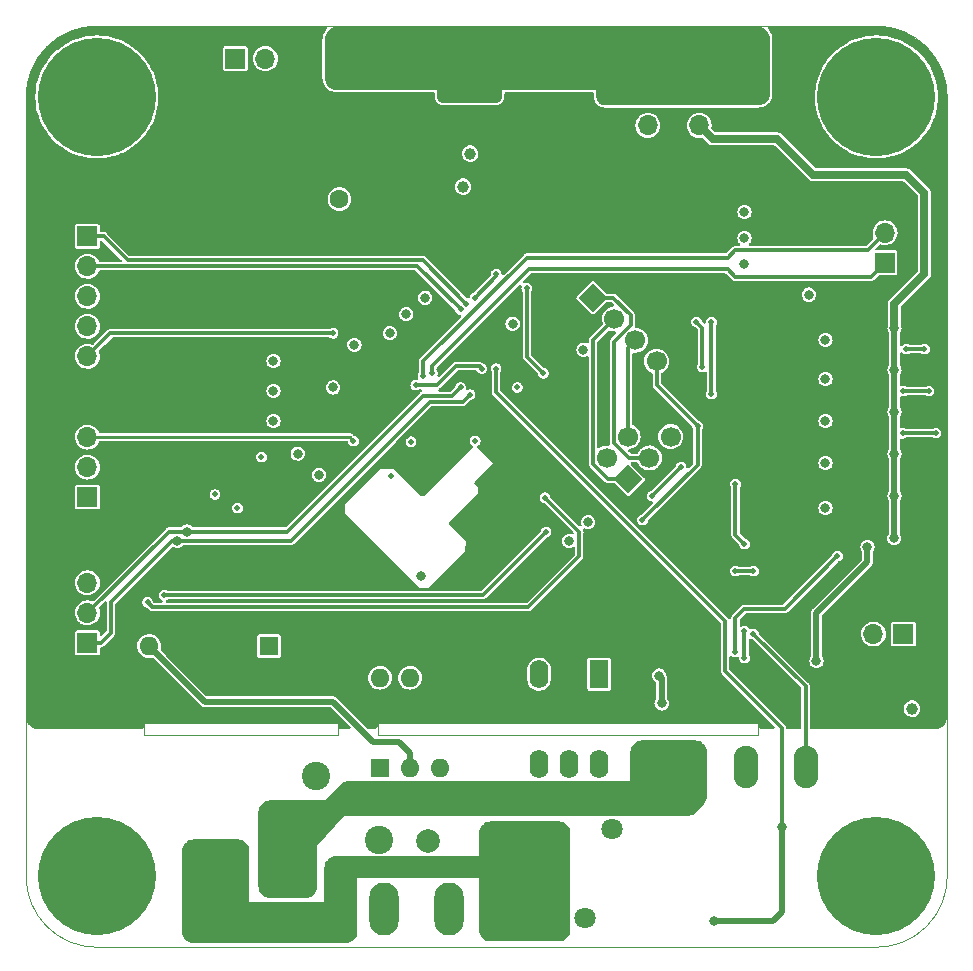
<source format=gbl>
%TF.GenerationSoftware,KiCad,Pcbnew,(6.0.1)*%
%TF.CreationDate,2022-01-24T11:40:52+04:00*%
%TF.ProjectId,BEEIRON v0.0,42454549-524f-44e2-9076-302e302e6b69,rev?*%
%TF.SameCoordinates,Original*%
%TF.FileFunction,Copper,L4,Bot*%
%TF.FilePolarity,Positive*%
%FSLAX46Y46*%
G04 Gerber Fmt 4.6, Leading zero omitted, Abs format (unit mm)*
G04 Created by KiCad (PCBNEW (6.0.1)) date 2022-01-24 11:40:52*
%MOMM*%
%LPD*%
G01*
G04 APERTURE LIST*
G04 Aperture macros list*
%AMRoundRect*
0 Rectangle with rounded corners*
0 $1 Rounding radius*
0 $2 $3 $4 $5 $6 $7 $8 $9 X,Y pos of 4 corners*
0 Add a 4 corners polygon primitive as box body*
4,1,4,$2,$3,$4,$5,$6,$7,$8,$9,$2,$3,0*
0 Add four circle primitives for the rounded corners*
1,1,$1+$1,$2,$3*
1,1,$1+$1,$4,$5*
1,1,$1+$1,$6,$7*
1,1,$1+$1,$8,$9*
0 Add four rect primitives between the rounded corners*
20,1,$1+$1,$2,$3,$4,$5,0*
20,1,$1+$1,$4,$5,$6,$7,0*
20,1,$1+$1,$6,$7,$8,$9,0*
20,1,$1+$1,$8,$9,$2,$3,0*%
%AMHorizOval*
0 Thick line with rounded ends*
0 $1 width*
0 $2 $3 position (X,Y) of the first rounded end (center of the circle)*
0 $4 $5 position (X,Y) of the second rounded end (center of the circle)*
0 Add line between two ends*
20,1,$1,$2,$3,$4,$5,0*
0 Add two circle primitives to create the rounded ends*
1,1,$1,$2,$3*
1,1,$1,$4,$5*%
%AMRotRect*
0 Rectangle, with rotation*
0 The origin of the aperture is its center*
0 $1 length*
0 $2 width*
0 $3 Rotation angle, in degrees counterclockwise*
0 Add horizontal line*
21,1,$1,$2,0,0,$3*%
G04 Aperture macros list end*
%TA.AperFunction,Profile*%
%ADD10C,0.100000*%
%TD*%
%TA.AperFunction,ComponentPad*%
%ADD11C,1.600000*%
%TD*%
%TA.AperFunction,ComponentPad*%
%ADD12C,2.000000*%
%TD*%
%TA.AperFunction,ComponentPad*%
%ADD13R,1.700000X1.700000*%
%TD*%
%TA.AperFunction,ComponentPad*%
%ADD14O,1.700000X1.700000*%
%TD*%
%TA.AperFunction,ComponentPad*%
%ADD15C,0.900000*%
%TD*%
%TA.AperFunction,ComponentPad*%
%ADD16C,10.000000*%
%TD*%
%TA.AperFunction,ComponentPad*%
%ADD17C,2.400000*%
%TD*%
%TA.AperFunction,ComponentPad*%
%ADD18HorizOval,2.400000X0.000000X0.000000X0.000000X0.000000X0*%
%TD*%
%TA.AperFunction,ComponentPad*%
%ADD19R,1.600000X1.600000*%
%TD*%
%TA.AperFunction,ComponentPad*%
%ADD20O,1.600000X1.600000*%
%TD*%
%TA.AperFunction,ComponentPad*%
%ADD21RoundRect,0.249999X-0.790001X-1.550001X0.790001X-1.550001X0.790001X1.550001X-0.790001X1.550001X0*%
%TD*%
%TA.AperFunction,ComponentPad*%
%ADD22O,2.080000X3.600000*%
%TD*%
%TA.AperFunction,ComponentPad*%
%ADD23RotRect,1.700000X1.700000X135.000000*%
%TD*%
%TA.AperFunction,ComponentPad*%
%ADD24HorizOval,1.700000X0.000000X0.000000X0.000000X0.000000X0*%
%TD*%
%TA.AperFunction,ComponentPad*%
%ADD25R,1.600000X2.400000*%
%TD*%
%TA.AperFunction,ComponentPad*%
%ADD26O,1.600000X2.400000*%
%TD*%
%TA.AperFunction,ComponentPad*%
%ADD27R,2.500000X4.500000*%
%TD*%
%TA.AperFunction,ComponentPad*%
%ADD28O,2.500000X4.500000*%
%TD*%
%TA.AperFunction,ComponentPad*%
%ADD29RoundRect,0.250000X0.750000X1.550000X-0.750000X1.550000X-0.750000X-1.550000X0.750000X-1.550000X0*%
%TD*%
%TA.AperFunction,ComponentPad*%
%ADD30O,2.000000X3.600000*%
%TD*%
%TA.AperFunction,ComponentPad*%
%ADD31C,1.800000*%
%TD*%
%TA.AperFunction,ComponentPad*%
%ADD32RotRect,1.700000X1.700000X45.000000*%
%TD*%
%TA.AperFunction,ComponentPad*%
%ADD33HorizOval,1.700000X0.000000X0.000000X0.000000X0.000000X0*%
%TD*%
%TA.AperFunction,ViaPad*%
%ADD34C,0.800000*%
%TD*%
%TA.AperFunction,ViaPad*%
%ADD35C,1.000000*%
%TD*%
%TA.AperFunction,ViaPad*%
%ADD36C,0.500000*%
%TD*%
%TA.AperFunction,Conductor*%
%ADD37C,0.500000*%
%TD*%
%TA.AperFunction,Conductor*%
%ADD38C,0.700000*%
%TD*%
%TA.AperFunction,Conductor*%
%ADD39C,0.300000*%
%TD*%
%TA.AperFunction,Conductor*%
%ADD40C,0.250000*%
%TD*%
%ADD41C,0.350000*%
%ADD42C,0.300000*%
G04 APERTURE END LIST*
D10*
X181000000Y-64000000D02*
G75*
G03*
X175000000Y-58000000I-5999999J1D01*
G01*
X181000000Y-130000000D02*
X181000000Y-64000000D01*
X103000000Y-64000000D02*
X103000000Y-130000000D01*
X109000000Y-58000000D02*
G75*
G03*
X103000000Y-64000000I-1J-5999999D01*
G01*
X132800000Y-117000000D02*
X165000000Y-117000000D01*
X129400000Y-117000000D02*
X113000000Y-117000000D01*
X132800000Y-117000000D02*
X132800000Y-118000000D01*
X113000000Y-117000000D02*
X113000000Y-118000000D01*
X165000000Y-118000000D02*
X132800000Y-118000000D01*
X103000000Y-130000000D02*
G75*
G03*
X109000000Y-136000000I5999999J-1D01*
G01*
X175000000Y-58000000D02*
X109000000Y-58000000D01*
X113000000Y-118000000D02*
X129400000Y-118000000D01*
X109000000Y-136000000D02*
X175000000Y-136000000D01*
X175000000Y-136000000D02*
G75*
G03*
X181000000Y-130000000I1J5999999D01*
G01*
X129400000Y-117000000D02*
X129400000Y-118000000D01*
X165000000Y-117000000D02*
X165000000Y-118000000D01*
D11*
%TO.P,C7,1*%
%TO.N,+12V*%
X129540000Y-72644000D03*
%TO.P,C7,2*%
%TO.N,GND*%
X129540000Y-76144000D03*
%TD*%
D12*
%TO.P,C20,1*%
%TO.N,Net-(C20-Pad1)*%
X137000000Y-127000000D03*
%TO.P,C20,2*%
%TO.N,Net-(BR2-Pad~{.})*%
X147000000Y-127000000D03*
%TD*%
D13*
%TO.P,J4,1,Pin_1*%
%TO.N,TXD*%
X175731000Y-78046000D03*
D14*
%TO.P,J4,2,Pin_2*%
%TO.N,RXD*%
X175731000Y-75506000D03*
%TO.P,J4,3,Pin_3*%
%TO.N,GND*%
X175731000Y-72966000D03*
%TD*%
D13*
%TO.P,J5,1,Pin_1*%
%TO.N,+5V*%
X177292000Y-109474000D03*
D14*
%TO.P,J5,2,Pin_2*%
%TO.N,Earth_Protective*%
X174752000Y-109474000D03*
%TO.P,J5,3,Pin_3*%
%TO.N,GND*%
X172212000Y-109474000D03*
%TD*%
D13*
%TO.P,J11,1,Pin_1*%
%TO.N,+5V*%
X160000000Y-63875000D03*
D14*
%TO.P,J11,2,Pin_2*%
%TO.N,+3V3*%
X160000000Y-66415000D03*
%TO.P,J11,3,Pin_3*%
%TO.N,GND*%
X160000000Y-68955000D03*
%TD*%
D13*
%TO.P,J1,1,Pin_1*%
%TO.N,Net-(BR1-Pad~)*%
X120725000Y-60750000D03*
D14*
%TO.P,J1,2,Pin_2*%
%TO.N,Net-(BR1-Pad~{.})*%
X123265000Y-60750000D03*
%TD*%
D15*
%TO.P,H2,1,1*%
%TO.N,unconnected-(H2-Pad1)*%
X177651650Y-66651650D03*
X175000000Y-60250000D03*
X172348350Y-61348350D03*
X178750000Y-64000000D03*
X171250000Y-64000000D03*
X172348350Y-66651650D03*
D16*
X175000000Y-64000000D03*
D15*
X177651650Y-61348350D03*
X175000000Y-67750000D03*
%TD*%
D17*
%TO.P,R32,1*%
%TO.N,I_SENSE*%
X127518056Y-121518056D03*
D18*
%TO.P,R32,2*%
%TO.N,Net-(C20-Pad1)*%
X132906210Y-126906210D03*
%TD*%
D13*
%TO.P,J10,1,Pin_1*%
%TO.N,+5V*%
X155652393Y-63874870D03*
D14*
%TO.P,J10,2,Pin_2*%
%TO.N,+3V3*%
X155652393Y-66414870D03*
%TO.P,J10,3,Pin_3*%
%TO.N,GND*%
X155652393Y-68954870D03*
%TD*%
D19*
%TO.P,U9,1*%
%TO.N,Net-(R35-Pad2)*%
X132975000Y-120800000D03*
D20*
%TO.P,U9,2*%
%TO.N,T1*%
X135515000Y-120800000D03*
%TO.P,U9,3,NC*%
%TO.N,unconnected-(U9-Pad3)*%
X138055000Y-120800000D03*
%TO.P,U9,4*%
%TO.N,GND*%
X138055000Y-113180000D03*
%TO.P,U9,5*%
%TO.N,D2*%
X135515000Y-113180000D03*
%TO.P,U9,6*%
%TO.N,unconnected-(U9-Pad6)*%
X132975000Y-113180000D03*
%TD*%
D21*
%TO.P,J8,1,Pin_1*%
%TO.N,IRON_BLU*%
X158840000Y-120700000D03*
D22*
%TO.P,J8,2,Pin_2*%
%TO.N,IRON_RED*%
X163920000Y-120700000D03*
%TO.P,J8,3,Pin_3*%
%TO.N,IRON_GRN*%
X169000000Y-120700000D03*
%TD*%
D23*
%TO.P,J7,1,Pin_1*%
%TO.N,D12{slash}SDO*%
X153979773Y-96362329D03*
D24*
%TO.P,J7,2,Pin_2*%
%TO.N,+5V*%
X152183722Y-94566278D03*
%TO.P,J7,3,Pin_3*%
%TO.N,D13{slash}SCK*%
X155775824Y-94566278D03*
%TO.P,J7,4,Pin_4*%
%TO.N,D11{slash}SDI*%
X153979773Y-92770227D03*
%TO.P,J7,5,Pin_5*%
%TO.N,RST*%
X157571875Y-92770227D03*
%TO.P,J7,6,Pin_6*%
%TO.N,GND*%
X155775824Y-90974175D03*
%TD*%
D15*
%TO.P,H1,1,1*%
%TO.N,unconnected-(H1-Pad1)*%
X106348350Y-61348350D03*
X112750000Y-64000000D03*
X106348350Y-66651650D03*
X109000000Y-67750000D03*
X111651650Y-66651650D03*
D16*
X109000000Y-64000000D03*
D15*
X105250000Y-64000000D03*
X111651650Y-61348350D03*
X109000000Y-60250000D03*
%TD*%
D25*
%TO.P,U8,1*%
%TO.N,Net-(R34-Pad1)*%
X151525000Y-112880000D03*
D26*
%TO.P,U8,2*%
%TO.N,GND*%
X148985000Y-112880000D03*
%TO.P,U8,3,NC*%
%TO.N,unconnected-(U8-Pad3)*%
X146445000Y-112880000D03*
%TO.P,U8,4*%
%TO.N,Net-(R30-Pad2)*%
X146445000Y-120500000D03*
%TO.P,U8,5,NC*%
%TO.N,unconnected-(U8-Pad5)*%
X148985000Y-120500000D03*
%TO.P,U8,6*%
%TO.N,Net-(Q7-Pad3)*%
X151525000Y-120500000D03*
%TD*%
D27*
%TO.P,Q7,1,A1*%
%TO.N,Net-(BR2-Pad~{.})*%
X144250000Y-132750000D03*
D28*
%TO.P,Q7,2,A2*%
%TO.N,I_SENSE*%
X138800000Y-132750000D03*
%TO.P,Q7,3,G*%
%TO.N,Net-(Q7-Pad3)*%
X133350000Y-132750000D03*
%TD*%
D13*
%TO.P,J2,1,Pin_1*%
%TO.N,SDA*%
X108200000Y-110220000D03*
D14*
%TO.P,J2,2,Pin_2*%
%TO.N,SCL*%
X108200000Y-107680000D03*
%TO.P,J2,3,Pin_3*%
%TO.N,+5V*%
X108200000Y-105140000D03*
%TO.P,J2,4,Pin_4*%
%TO.N,GND*%
X108200000Y-102600000D03*
%TD*%
D15*
%TO.P,H3,1,1*%
%TO.N,unconnected-(H3-Pad1)*%
X175000000Y-126250000D03*
D16*
X175000000Y-130000000D03*
D15*
X172348350Y-132651650D03*
X175000000Y-133750000D03*
X171250000Y-130000000D03*
X172348350Y-127348350D03*
X178750000Y-130000000D03*
X177651650Y-132651650D03*
X177651650Y-127348350D03*
%TD*%
D13*
%TO.P,J6,1,Pin_1*%
%TO.N,D8*%
X108200000Y-97880000D03*
D14*
%TO.P,J6,2,Pin_2*%
%TO.N,D9*%
X108200000Y-95340000D03*
%TO.P,J6,3,Pin_3*%
%TO.N,D4*%
X108200000Y-92800000D03*
%TO.P,J6,4,Pin_4*%
%TO.N,GND*%
X108200000Y-90260000D03*
%TD*%
D29*
%TO.P,J12,1,Pin_1*%
%TO.N,IRON_BLU*%
X124200000Y-130000000D03*
D30*
%TO.P,J12,2,Pin_2*%
%TO.N,Net-(BR2-Pad~{.})*%
X119200000Y-130000000D03*
%TD*%
D19*
%TO.P,D3,1,K*%
%TO.N,A1{slash}VOLTAGE*%
X123580000Y-110500000D03*
D20*
%TO.P,D3,2,A*%
%TO.N,T1*%
X113420000Y-110500000D03*
%TD*%
D13*
%TO.P,J9,1,Pin_1*%
%TO.N,A1{slash}VOLTAGE*%
X108200000Y-75800000D03*
D14*
%TO.P,J9,2,Pin_2*%
%TO.N,A2*%
X108200000Y-78340000D03*
%TO.P,J9,3,Pin_3*%
%TO.N,A3*%
X108200000Y-80880000D03*
%TO.P,J9,4,Pin_4*%
%TO.N,A6*%
X108200000Y-83420000D03*
%TO.P,J9,5,Pin_5*%
%TO.N,A7*%
X108200000Y-85960000D03*
%TD*%
D15*
%TO.P,H4,1,1*%
%TO.N,unconnected-(H4-Pad1)*%
X112750000Y-130000000D03*
X106348350Y-127348350D03*
X109000000Y-126250000D03*
X109000000Y-133750000D03*
X106348350Y-132651650D03*
X111651650Y-127348350D03*
D16*
X109000000Y-130000000D03*
D15*
X111651650Y-132651650D03*
X105250000Y-130000000D03*
%TD*%
D31*
%TO.P,RV1,1*%
%TO.N,I_SENSE*%
X150350000Y-133500000D03*
%TO.P,RV1,2*%
%TO.N,Net-(BR2-Pad~{.})*%
X152650000Y-126000000D03*
%TD*%
D32*
%TO.P,J3,1,Pin_1*%
%TO.N,D13{slash}SCK*%
X151007898Y-81007898D03*
D33*
%TO.P,J3,2,Pin_2*%
%TO.N,D12{slash}SDO*%
X152803949Y-82803949D03*
%TO.P,J3,3,Pin_3*%
%TO.N,D11{slash}SDI*%
X154600000Y-84600000D03*
%TO.P,J3,4,Pin_4*%
%TO.N,D10{slash}CS*%
X156396052Y-86396052D03*
%TD*%
D34*
%TO.N,GND*%
X167132000Y-59436000D03*
X147400000Y-82200000D03*
X114808000Y-79248000D03*
X148800000Y-83600000D03*
X114808000Y-76200000D03*
D35*
X131064000Y-75946000D03*
D34*
X142748000Y-116332000D03*
D35*
X147000000Y-71400000D03*
D34*
X133604000Y-64008000D03*
X154400000Y-105000000D03*
X113792000Y-88900000D03*
X113792000Y-116332000D03*
X175768000Y-116332000D03*
D35*
X149200000Y-71400000D03*
D34*
X114808000Y-82296000D03*
X158800000Y-106800000D03*
X139700000Y-116332000D03*
X106125000Y-114500000D03*
X124460000Y-116332000D03*
D36*
X133860000Y-96110000D03*
X139192000Y-91694000D03*
D34*
X127508000Y-60960000D03*
X161036000Y-116332000D03*
X159512000Y-116332000D03*
X141224000Y-116332000D03*
X150368000Y-116332000D03*
X144272000Y-116332000D03*
X130556000Y-64008000D03*
X111760000Y-76200000D03*
X162560000Y-116332000D03*
X136400000Y-104600000D03*
X147320000Y-116332000D03*
D35*
X144200000Y-68800000D03*
D36*
X135500000Y-96500000D03*
D34*
X127508000Y-64008000D03*
X153416000Y-116332000D03*
X138176000Y-116332000D03*
X113792000Y-91440000D03*
X167132000Y-63500000D03*
D36*
X140208000Y-92710000D03*
D34*
X127508000Y-59436000D03*
X114300000Y-93726000D03*
X164084000Y-116332000D03*
X154940000Y-116332000D03*
D36*
X119888000Y-96901000D03*
D34*
X122936000Y-116332000D03*
X167132000Y-61468000D03*
X113538000Y-86360000D03*
X151892000Y-116332000D03*
X167355492Y-116332000D03*
X113284000Y-79248000D03*
D35*
X124200000Y-74200000D03*
D34*
X167132000Y-65532000D03*
D35*
X164400000Y-66000000D03*
D34*
X133604000Y-116332000D03*
X136652000Y-116332000D03*
X132080000Y-64008000D03*
D35*
X137922000Y-71628000D03*
D34*
X129032000Y-64008000D03*
X135128000Y-116332000D03*
X118364000Y-116332000D03*
X111760000Y-79248000D03*
X135636000Y-64008000D03*
D36*
X134300000Y-94500000D03*
D35*
X148000000Y-64800000D03*
X179600000Y-115800000D03*
D34*
X147600000Y-80200000D03*
X145796000Y-116332000D03*
X127508000Y-62484000D03*
X113284000Y-82296000D03*
X148844000Y-116332000D03*
X124206000Y-99568000D03*
X157400000Y-112200000D03*
X154400000Y-106400000D03*
X174244000Y-116332000D03*
X116840000Y-116332000D03*
X112268000Y-116840000D03*
X151800000Y-86600000D03*
X113284000Y-76200000D03*
D36*
X144000000Y-88000000D03*
D34*
X156464000Y-116332000D03*
X116332000Y-82296000D03*
X157988000Y-116332000D03*
%TO.N,+3V3*%
X176530000Y-94234000D03*
X176530000Y-87122000D03*
X174244000Y-102120500D03*
X169926000Y-111760000D03*
X176508023Y-101367977D03*
X176530000Y-97790000D03*
X176530000Y-90678000D03*
X176530000Y-83566000D03*
D35*
%TO.N,+5V*%
X154500000Y-59500000D03*
X159000000Y-61500000D03*
X144000000Y-61500000D03*
D34*
X163831000Y-78146000D03*
X170688000Y-87884000D03*
X136800000Y-81000000D03*
D35*
X131500000Y-61500000D03*
X161000000Y-61500000D03*
D34*
X150600000Y-100000000D03*
D35*
X165000000Y-59500000D03*
D34*
X126000000Y-94200000D03*
D36*
X141026963Y-93122456D03*
D35*
X159000000Y-59500000D03*
X140000000Y-71600000D03*
X142400000Y-63400000D03*
D34*
X123952000Y-91440000D03*
D35*
X131500000Y-59500000D03*
D34*
X123952000Y-86360000D03*
D35*
X154500000Y-61500000D03*
D34*
X163831000Y-73746000D03*
X170688000Y-94996000D03*
D35*
X138800000Y-63400000D03*
X135500000Y-59500000D03*
D34*
X170688000Y-84582000D03*
D35*
X165000000Y-61500000D03*
X137500000Y-59500000D03*
X152000000Y-61500000D03*
X149000000Y-62200000D03*
D36*
X135600000Y-93200000D03*
D35*
X140600000Y-62800000D03*
D34*
X149000000Y-101600000D03*
D35*
X137500000Y-61500000D03*
X133500000Y-59500000D03*
X150000000Y-59500000D03*
X163000000Y-59500000D03*
X146000000Y-59500000D03*
D34*
X170688000Y-98806000D03*
D35*
X163000000Y-61500000D03*
X147000000Y-62200000D03*
X142000000Y-59200000D03*
X161000000Y-59500000D03*
X133500000Y-61500000D03*
D34*
X130800000Y-85000000D03*
X144200000Y-83200000D03*
D35*
X178000000Y-115800000D03*
X140600000Y-68800000D03*
X156500000Y-61500000D03*
D36*
X144600000Y-88600000D03*
X120904000Y-98806000D03*
D35*
X144000000Y-59500000D03*
D34*
X133800000Y-84000000D03*
X150200000Y-85400000D03*
X170688000Y-91440000D03*
X163831000Y-75946000D03*
X129000000Y-88600000D03*
D35*
X129500000Y-61500000D03*
D36*
X122936000Y-94488000D03*
D35*
X148000000Y-59500000D03*
D34*
X127800000Y-96000000D03*
X169275211Y-80742988D03*
D35*
X139600000Y-59200000D03*
D34*
X135200000Y-82400000D03*
D35*
X164400000Y-64200000D03*
D36*
X118999000Y-97663000D03*
D35*
X135500000Y-61500000D03*
X156500000Y-59500000D03*
X129500000Y-59500000D03*
D34*
X123952000Y-88900000D03*
D35*
X152000000Y-59500000D03*
D36*
%TO.N,D10{slash}CS*%
X155194000Y-99822000D03*
X159857000Y-91857000D03*
%TO.N,DDRY*%
X163068000Y-110998000D03*
X171704000Y-102870000D03*
%TO.N,D13{slash}SCK*%
X161036000Y-89154000D03*
X161036000Y-83058000D03*
%TO.N,D11{slash}SDI*%
X158452641Y-95347359D03*
X156000000Y-97800000D03*
%TO.N,CS*%
X180031978Y-92456000D03*
X177229500Y-92476502D03*
%TO.N,RXD*%
X136600000Y-87600000D03*
%TO.N,TXD*%
X137400000Y-87400000D03*
D34*
%TO.N,SDA*%
X115824000Y-101600000D03*
D36*
X140600000Y-89200000D03*
%TO.N,SCL*%
X139800000Y-88600000D03*
D34*
X116624000Y-100800000D03*
D36*
%TO.N,D12{slash}SDO*%
X160274000Y-86868000D03*
X159766000Y-83058000D03*
%TO.N,D8*%
X146939303Y-97939303D03*
X113300000Y-106800000D03*
%TO.N,D9*%
X147027207Y-100831793D03*
X114700000Y-106200000D03*
%TO.N,D4*%
X130725000Y-93125000D03*
%TO.N,SCK*%
X179432478Y-88900000D03*
X177292000Y-88900000D03*
%TO.N,A2*%
X139800000Y-82000000D03*
%TO.N,A3*%
X136000000Y-88400000D03*
X141600000Y-87000000D03*
%TO.N,A6*%
X145400000Y-80200000D03*
X146800000Y-87400000D03*
%TO.N,A7*%
X141000000Y-81000000D03*
X142800000Y-79000000D03*
X129000000Y-84019500D03*
%TO.N,SDO*%
X179070000Y-85344000D03*
X177546000Y-85344000D03*
D34*
%TO.N,IRON_RED*%
X156815204Y-115349500D03*
X156600000Y-113000000D03*
D36*
%TO.N,IRON_GRN*%
X163068000Y-104140000D03*
X164592000Y-109474000D03*
X164592000Y-104140000D03*
%TO.N,A1{slash}VOLTAGE*%
X140291689Y-81502460D03*
%TO.N,D6{slash}FAULT*%
X163830000Y-101854000D03*
X163830000Y-109220000D03*
X163068000Y-96774000D03*
X163830000Y-111506000D03*
%TO.N,A0{slash}CURRENT*%
X142800000Y-87000000D03*
D34*
X167005000Y-125857000D03*
X161239200Y-133781800D03*
%TD*%
D37*
%TO.N,T1*%
X113420000Y-110500000D02*
X118120000Y-115200000D01*
X134600000Y-118600000D02*
X135515000Y-119515000D01*
X132400000Y-118600000D02*
X134600000Y-118600000D01*
X118120000Y-115200000D02*
X129000000Y-115200000D01*
X135515000Y-119515000D02*
X135515000Y-120800000D01*
X129000000Y-115200000D02*
X132400000Y-118600000D01*
D38*
%TO.N,+3V3*%
X166624000Y-67564000D02*
X169672000Y-70612000D01*
D37*
X174244000Y-103378000D02*
X174244000Y-102120500D01*
X176530000Y-87122000D02*
X176530000Y-90678000D01*
X176530000Y-90678000D02*
X176530000Y-94234000D01*
X176530000Y-84582000D02*
X176530000Y-83566000D01*
X176530000Y-97790000D02*
X176530000Y-101346000D01*
X169926000Y-107696000D02*
X174244000Y-103378000D01*
X176530000Y-84582000D02*
X176530000Y-87122000D01*
X169926000Y-111760000D02*
X169926000Y-107696000D01*
D38*
X160000000Y-66415000D02*
X161149000Y-67564000D01*
X177546000Y-70612000D02*
X179070000Y-72136000D01*
X161149000Y-67564000D02*
X166624000Y-67564000D01*
X179070000Y-72136000D02*
X179070000Y-78994000D01*
X179070000Y-78994000D02*
X176530000Y-81534000D01*
X169672000Y-70612000D02*
X177546000Y-70612000D01*
D37*
X176530000Y-101346000D02*
X176508023Y-101367977D01*
X176530000Y-94234000D02*
X176530000Y-97790000D01*
D38*
X176530000Y-81534000D02*
X176530000Y-83566000D01*
D39*
%TO.N,D10{slash}CS*%
X159857000Y-91857000D02*
X159857000Y-95159000D01*
X156396052Y-86396052D02*
X156396052Y-88396052D01*
X155575000Y-99441000D02*
X155194000Y-99822000D01*
X159857000Y-95159000D02*
X155575000Y-99441000D01*
X156396052Y-88396052D02*
X159857000Y-91857000D01*
%TO.N,DDRY*%
X163816398Y-107342576D02*
X163068000Y-108090974D01*
X167231424Y-107342576D02*
X163816398Y-107342576D01*
X163068000Y-108090974D02*
X163068000Y-110998000D01*
X171704000Y-102870000D02*
X167231424Y-107342576D01*
%TO.N,D13{slash}SCK*%
X161036000Y-89154000D02*
X161036000Y-83058000D01*
X151007898Y-81007898D02*
X152704264Y-81007898D01*
X154200000Y-82503634D02*
X154200000Y-83303634D01*
X152780262Y-93267082D02*
X154079458Y-94566278D01*
X154079458Y-94566278D02*
X155775824Y-94566278D01*
X152704264Y-81007898D02*
X154200000Y-82503634D01*
X152780262Y-84723372D02*
X152780262Y-93267082D01*
X154200000Y-83303634D02*
X152780262Y-84723372D01*
%TO.N,D11{slash}SDI*%
X154600000Y-84600000D02*
X153979773Y-85220227D01*
X156000000Y-97800000D02*
X158452641Y-95347359D01*
X153979773Y-85220227D02*
X153979773Y-92770227D01*
%TO.N,CS*%
X180031978Y-92456000D02*
X177250002Y-92456000D01*
X177250002Y-92456000D02*
X177229500Y-92476502D01*
%TO.N,RXD*%
X136600000Y-86400000D02*
X145400000Y-77600000D01*
X162430000Y-77600000D02*
X163068000Y-76962000D01*
X174275000Y-76962000D02*
X175731000Y-75506000D01*
X145400000Y-77600000D02*
X162430000Y-77600000D01*
X163068000Y-76962000D02*
X174275000Y-76962000D01*
X136600000Y-87600000D02*
X136600000Y-86400000D01*
%TO.N,TXD*%
X163068000Y-79248000D02*
X174529000Y-79248000D01*
X137400000Y-87400000D02*
X137400000Y-86800000D01*
X145600000Y-78600000D02*
X162420000Y-78600000D01*
X137400000Y-86800000D02*
X145600000Y-78600000D01*
X174529000Y-79248000D02*
X175731000Y-78046000D01*
X162420000Y-78600000D02*
X163068000Y-79248000D01*
%TO.N,SDA*%
X137200978Y-89799022D02*
X125400000Y-101600000D01*
X109350000Y-110220000D02*
X108200000Y-110220000D01*
X115400000Y-101600000D02*
X110200000Y-106800000D01*
X140600000Y-89200000D02*
X140000978Y-89799022D01*
X110200000Y-106800000D02*
X110200000Y-109370000D01*
X125400000Y-101600000D02*
X115824000Y-101600000D01*
X110200000Y-109370000D02*
X109350000Y-110220000D01*
X115824000Y-101600000D02*
X115400000Y-101600000D01*
X140000978Y-89799022D02*
X137200978Y-89799022D01*
%TO.N,SCL*%
X139800000Y-88600000D02*
X139100489Y-89299511D01*
X139100489Y-89299511D02*
X136606904Y-89299511D01*
X136606904Y-89299511D02*
X125106415Y-100800000D01*
X115080000Y-100800000D02*
X108200000Y-107680000D01*
X125106415Y-100800000D02*
X116624000Y-100800000D01*
X116624000Y-100800000D02*
X115080000Y-100800000D01*
%TO.N,D12{slash}SDO*%
X152803949Y-82803949D02*
X150984211Y-84623687D01*
X160274000Y-83566000D02*
X159766000Y-83058000D01*
X150984211Y-84623687D02*
X150984211Y-95063133D01*
X160274000Y-86868000D02*
X160274000Y-83566000D01*
X152283407Y-96362329D02*
X153979773Y-96362329D01*
X150984211Y-95063133D02*
X152283407Y-96362329D01*
%TO.N,D8*%
X146939303Y-97939303D02*
X149849000Y-100849000D01*
X149849000Y-102881000D02*
X145530000Y-107200000D01*
X113700000Y-107200000D02*
X113300000Y-106800000D01*
X145530000Y-107200000D02*
X113700000Y-107200000D01*
X149849000Y-100849000D02*
X149849000Y-102881000D01*
%TO.N,D9*%
X114700000Y-106200000D02*
X137188000Y-106200000D01*
X147027207Y-100831793D02*
X141659000Y-106200000D01*
X141659000Y-106200000D02*
X137188000Y-106200000D01*
D40*
%TO.N,D4*%
X130400000Y-92800000D02*
X130725000Y-93125000D01*
X108200000Y-92800000D02*
X130400000Y-92800000D01*
D39*
%TO.N,SCK*%
X179432478Y-88900000D02*
X177292000Y-88900000D01*
%TO.N,A2*%
X108200000Y-78340000D02*
X136140000Y-78340000D01*
X136140000Y-78340000D02*
X139800000Y-82000000D01*
%TO.N,A3*%
X141400000Y-86800000D02*
X141600000Y-87000000D01*
X136000000Y-88400000D02*
X137800000Y-88400000D01*
X137800000Y-88400000D02*
X139400000Y-86800000D01*
X139400000Y-86800000D02*
X141400000Y-86800000D01*
%TO.N,A6*%
X145400000Y-86000000D02*
X145400000Y-80200000D01*
X146800000Y-87400000D02*
X145400000Y-86000000D01*
%TO.N,A7*%
X141000000Y-81000000D02*
X142800000Y-79200000D01*
X108200000Y-85960000D02*
X110140500Y-84019500D01*
X142800000Y-79200000D02*
X142800000Y-79000000D01*
X110140500Y-84019500D02*
X129000000Y-84019500D01*
%TO.N,SDO*%
X177546000Y-85344000D02*
X179070000Y-85344000D01*
D37*
%TO.N,IRON_RED*%
X156815204Y-113215204D02*
X156815204Y-115349500D01*
X156600000Y-113000000D02*
X156815204Y-113215204D01*
D39*
%TO.N,IRON_GRN*%
X164592000Y-109474000D02*
X169000000Y-113882000D01*
X169000000Y-113882000D02*
X169000000Y-120700000D01*
X163068000Y-104140000D02*
X164592000Y-104140000D01*
%TO.N,A1{slash}VOLTAGE*%
X109582000Y-75800000D02*
X108200000Y-75800000D01*
X140291689Y-81502460D02*
X136629718Y-77840489D01*
X136629718Y-77840489D02*
X111622489Y-77840489D01*
X111622489Y-77840489D02*
X109582000Y-75800000D01*
%TO.N,D6{slash}FAULT*%
X163068000Y-96774000D02*
X163068000Y-98552000D01*
X163830000Y-111506000D02*
X163830000Y-109220000D01*
X163068000Y-101092000D02*
X163830000Y-101854000D01*
X163068000Y-98552000D02*
X163068000Y-101092000D01*
D37*
%TO.N,A0{slash}CURRENT*%
X166217600Y-133781800D02*
X167005000Y-132994400D01*
D39*
X162200000Y-112628000D02*
X167005000Y-117433000D01*
X167005000Y-117433000D02*
X167005000Y-125857000D01*
X162200000Y-108400000D02*
X162200000Y-112628000D01*
D37*
X161239200Y-133781800D02*
X166217600Y-133781800D01*
D39*
X142800000Y-87000000D02*
X142800000Y-89000000D01*
X142800000Y-89000000D02*
X162200000Y-108400000D01*
D37*
X167005000Y-132994400D02*
X167005000Y-125857000D01*
%TD*%
%TA.AperFunction,Conductor*%
%TO.N,GND*%
G36*
X128460339Y-58030002D02*
G01*
X128506832Y-58083658D01*
X128516936Y-58153932D01*
X128487442Y-58218512D01*
X128475556Y-58230375D01*
X128475601Y-58230424D01*
X128461058Y-58243605D01*
X128443605Y-58261058D01*
X128430424Y-58275601D01*
X128429454Y-58276783D01*
X128429441Y-58276798D01*
X128407798Y-58303171D01*
X128321797Y-58407964D01*
X128310106Y-58423726D01*
X128296388Y-58444256D01*
X128286296Y-58461093D01*
X128285569Y-58462454D01*
X128285564Y-58462462D01*
X128283694Y-58465961D01*
X128205586Y-58612092D01*
X128197198Y-58629827D01*
X128196605Y-58631259D01*
X128188329Y-58651235D01*
X128188322Y-58651253D01*
X128187745Y-58652646D01*
X128181130Y-58671134D01*
X128131427Y-58834987D01*
X128126657Y-58854030D01*
X128126358Y-58855534D01*
X128122641Y-58874225D01*
X128121840Y-58878250D01*
X128121612Y-58879788D01*
X128119188Y-58896126D01*
X128119185Y-58896147D01*
X128118961Y-58897660D01*
X128118810Y-58899192D01*
X128118809Y-58899201D01*
X128111566Y-58972747D01*
X128101570Y-59074234D01*
X128100848Y-59084019D01*
X128100241Y-59096369D01*
X128100000Y-59106187D01*
X128100000Y-62393813D01*
X128100241Y-62403631D01*
X128100848Y-62415981D01*
X128101570Y-62425766D01*
X128118961Y-62602340D01*
X128119185Y-62603853D01*
X128119188Y-62603874D01*
X128121151Y-62617105D01*
X128121840Y-62621750D01*
X128126657Y-62645970D01*
X128131427Y-62665013D01*
X128181130Y-62828865D01*
X128187744Y-62847350D01*
X128197197Y-62870170D01*
X128205586Y-62887908D01*
X128286296Y-63038907D01*
X128296388Y-63055744D01*
X128297251Y-63057036D01*
X128297257Y-63057045D01*
X128301208Y-63062957D01*
X128310106Y-63076274D01*
X128321797Y-63092036D01*
X128327354Y-63098807D01*
X128429441Y-63223202D01*
X128429454Y-63223217D01*
X128430424Y-63224399D01*
X128443605Y-63238942D01*
X128461058Y-63256395D01*
X128475601Y-63269576D01*
X128476783Y-63270546D01*
X128476798Y-63270559D01*
X128574268Y-63350550D01*
X128607964Y-63378203D01*
X128623726Y-63389894D01*
X128625010Y-63390752D01*
X128625020Y-63390759D01*
X128641349Y-63401669D01*
X128644253Y-63403610D01*
X128661089Y-63413701D01*
X128753303Y-63462991D01*
X128753306Y-63462992D01*
X128812094Y-63494414D01*
X128829827Y-63502802D01*
X128831251Y-63503392D01*
X128831258Y-63503395D01*
X128851235Y-63511671D01*
X128851253Y-63511678D01*
X128852646Y-63512255D01*
X128871134Y-63518870D01*
X129034987Y-63568573D01*
X129047241Y-63571643D01*
X129052539Y-63572970D01*
X129052548Y-63572972D01*
X129054033Y-63573344D01*
X129078250Y-63578160D01*
X129079766Y-63578385D01*
X129079767Y-63578385D01*
X129096151Y-63580815D01*
X129096159Y-63580816D01*
X129097656Y-63581038D01*
X129099174Y-63581188D01*
X129099178Y-63581188D01*
X129273459Y-63598354D01*
X129273478Y-63598356D01*
X129274233Y-63598430D01*
X129284019Y-63599152D01*
X129289483Y-63599421D01*
X129295548Y-63599719D01*
X129295576Y-63599720D01*
X129296369Y-63599759D01*
X129302634Y-63599913D01*
X129305451Y-63599982D01*
X129305456Y-63599982D01*
X129306187Y-63600000D01*
X137474000Y-63600000D01*
X137542121Y-63620002D01*
X137588614Y-63673658D01*
X137600000Y-63726000D01*
X137600000Y-63950000D01*
X137601711Y-63976106D01*
X137601981Y-63978153D01*
X137601981Y-63978158D01*
X137611439Y-64049999D01*
X137618287Y-64102010D01*
X137618687Y-64104021D01*
X137618689Y-64104033D01*
X137619490Y-64108060D01*
X137623391Y-64127668D01*
X137631904Y-64159439D01*
X137640313Y-64184211D01*
X137641103Y-64186117D01*
X137641104Y-64186121D01*
X137642407Y-64189267D01*
X137682562Y-64286210D01*
X137694134Y-64309677D01*
X137695171Y-64311472D01*
X137695172Y-64311475D01*
X137703969Y-64326712D01*
X137710581Y-64338163D01*
X137725115Y-64359913D01*
X137792324Y-64447501D01*
X137793684Y-64449052D01*
X137793690Y-64449059D01*
X137801369Y-64457814D01*
X137809573Y-64467169D01*
X137832831Y-64490427D01*
X137834388Y-64491792D01*
X137834396Y-64491800D01*
X137850941Y-64506310D01*
X137852499Y-64507676D01*
X137854137Y-64508933D01*
X137854142Y-64508937D01*
X137875795Y-64525552D01*
X137940087Y-64574885D01*
X137961837Y-64589419D01*
X137990323Y-64605866D01*
X138013790Y-64617438D01*
X138115789Y-64659687D01*
X138140561Y-64668096D01*
X138172332Y-64676609D01*
X138184940Y-64679117D01*
X138195967Y-64681311D01*
X138195979Y-64681313D01*
X138197990Y-64681713D01*
X138200037Y-64681982D01*
X138200040Y-64681983D01*
X138314671Y-64697075D01*
X138314687Y-64697077D01*
X138315706Y-64697211D01*
X138316726Y-64697311D01*
X138316748Y-64697314D01*
X138327685Y-64698391D01*
X138328731Y-64698494D01*
X138329785Y-64698563D01*
X138329784Y-64698563D01*
X138344170Y-64699506D01*
X138344174Y-64699506D01*
X138345178Y-64699572D01*
X138351718Y-64699786D01*
X138357267Y-64699968D01*
X138357294Y-64699968D01*
X138358259Y-64700000D01*
X142741741Y-64700000D01*
X142742706Y-64699968D01*
X142742733Y-64699968D01*
X142748282Y-64699786D01*
X142754822Y-64699572D01*
X142755826Y-64699506D01*
X142755830Y-64699506D01*
X142770216Y-64698563D01*
X142770215Y-64698563D01*
X142771269Y-64698494D01*
X142772315Y-64698391D01*
X142783252Y-64697314D01*
X142783274Y-64697311D01*
X142784294Y-64697211D01*
X142785313Y-64697077D01*
X142785329Y-64697075D01*
X142899960Y-64681983D01*
X142899963Y-64681982D01*
X142902010Y-64681713D01*
X142904021Y-64681313D01*
X142904033Y-64681311D01*
X142915060Y-64679117D01*
X142927668Y-64676609D01*
X142959439Y-64668096D01*
X142984211Y-64659687D01*
X143086210Y-64617438D01*
X143109677Y-64605866D01*
X143138163Y-64589419D01*
X143159913Y-64574885D01*
X143224205Y-64525552D01*
X143245858Y-64508937D01*
X143245863Y-64508933D01*
X143247501Y-64507676D01*
X143249059Y-64506310D01*
X143265604Y-64491800D01*
X143265612Y-64491792D01*
X143267169Y-64490427D01*
X143290427Y-64467169D01*
X143298632Y-64457814D01*
X143306310Y-64449059D01*
X143306316Y-64449052D01*
X143307676Y-64447501D01*
X143374885Y-64359913D01*
X143389419Y-64338163D01*
X143396031Y-64326712D01*
X143404828Y-64311475D01*
X143404829Y-64311472D01*
X143405866Y-64309677D01*
X143417438Y-64286210D01*
X143457593Y-64189267D01*
X143458896Y-64186121D01*
X143458897Y-64186117D01*
X143459687Y-64184211D01*
X143468096Y-64159439D01*
X143476609Y-64127668D01*
X143480510Y-64108060D01*
X143481311Y-64104033D01*
X143481313Y-64104021D01*
X143481713Y-64102010D01*
X143488561Y-64049999D01*
X143498019Y-63978158D01*
X143498019Y-63978153D01*
X143498289Y-63976106D01*
X143500000Y-63950000D01*
X143500000Y-63726000D01*
X143520002Y-63657879D01*
X143573658Y-63611386D01*
X143626000Y-63600000D01*
X150974000Y-63600000D01*
X151042121Y-63620002D01*
X151088614Y-63673658D01*
X151100000Y-63726000D01*
X151100000Y-64049999D01*
X151101711Y-64076104D01*
X151101979Y-64078137D01*
X151115944Y-64184211D01*
X151121694Y-64227890D01*
X151126797Y-64253547D01*
X151127324Y-64255512D01*
X151127327Y-64255527D01*
X151131250Y-64270166D01*
X151135310Y-64285319D01*
X151143720Y-64310093D01*
X151195959Y-64436210D01*
X151207531Y-64459677D01*
X151223978Y-64488163D01*
X151238512Y-64509913D01*
X151239762Y-64511542D01*
X151320319Y-64616525D01*
X151321613Y-64618212D01*
X151338862Y-64637880D01*
X151362120Y-64661138D01*
X151363677Y-64662503D01*
X151363685Y-64662511D01*
X151380230Y-64677021D01*
X151381788Y-64678387D01*
X151383426Y-64679644D01*
X151383431Y-64679648D01*
X151426763Y-64712898D01*
X151490087Y-64761488D01*
X151511837Y-64776022D01*
X151540323Y-64792469D01*
X151563790Y-64804041D01*
X151689907Y-64856280D01*
X151714681Y-64864690D01*
X151727494Y-64868123D01*
X151744473Y-64872673D01*
X151744488Y-64872676D01*
X151746453Y-64873203D01*
X151772110Y-64878306D01*
X151774133Y-64878572D01*
X151774143Y-64878574D01*
X151914681Y-64897076D01*
X151914686Y-64897077D01*
X151915707Y-64897211D01*
X151928731Y-64898494D01*
X151941382Y-64899323D01*
X151944169Y-64899506D01*
X151944173Y-64899506D01*
X151945177Y-64899572D01*
X151951504Y-64899779D01*
X151957266Y-64899968D01*
X151957293Y-64899968D01*
X151958258Y-64900000D01*
X154672262Y-64900000D01*
X154716888Y-64908876D01*
X154724162Y-64913737D01*
X154782645Y-64925370D01*
X156522141Y-64925370D01*
X156580624Y-64913737D01*
X156587898Y-64908876D01*
X156632524Y-64900000D01*
X159019556Y-64900000D01*
X159064352Y-64908911D01*
X159071769Y-64913867D01*
X159130252Y-64925500D01*
X160869748Y-64925500D01*
X160928231Y-64913867D01*
X160935648Y-64908911D01*
X160980444Y-64900000D01*
X164359549Y-64900000D01*
X164361528Y-64900016D01*
X164466161Y-64901660D01*
X164466164Y-64901660D01*
X164473760Y-64901779D01*
X164479443Y-64900478D01*
X164488557Y-64900000D01*
X164993813Y-64900000D01*
X164994544Y-64899982D01*
X164994549Y-64899982D01*
X164997366Y-64899913D01*
X165003631Y-64899759D01*
X165004424Y-64899720D01*
X165004452Y-64899719D01*
X165010517Y-64899421D01*
X165015981Y-64899152D01*
X165025767Y-64898430D01*
X165026522Y-64898356D01*
X165026541Y-64898354D01*
X165030549Y-64897959D01*
X165200822Y-64881188D01*
X165200826Y-64881188D01*
X165202344Y-64881038D01*
X165203841Y-64880816D01*
X165203849Y-64880815D01*
X165220233Y-64878385D01*
X165220234Y-64878385D01*
X165221750Y-64878160D01*
X165245967Y-64873344D01*
X165247452Y-64872972D01*
X165247461Y-64872970D01*
X165252759Y-64871643D01*
X165265013Y-64868573D01*
X165428866Y-64818870D01*
X165447354Y-64812255D01*
X165448747Y-64811678D01*
X165448765Y-64811671D01*
X165468742Y-64803395D01*
X165468749Y-64803392D01*
X165470173Y-64802802D01*
X165487906Y-64794414D01*
X165546694Y-64762992D01*
X165546697Y-64762991D01*
X165547390Y-64762621D01*
X165569548Y-64750777D01*
X165638911Y-64713701D01*
X165655747Y-64703610D01*
X165663300Y-64698563D01*
X165674980Y-64690759D01*
X165674990Y-64690752D01*
X165676274Y-64689894D01*
X165692036Y-64678203D01*
X165767138Y-64616569D01*
X165823202Y-64570559D01*
X165823217Y-64570546D01*
X165824399Y-64569576D01*
X165838942Y-64556395D01*
X165856395Y-64538942D01*
X165869576Y-64524399D01*
X165870546Y-64523217D01*
X165870559Y-64523202D01*
X165977227Y-64393225D01*
X165978203Y-64392036D01*
X165989894Y-64376274D01*
X166003612Y-64355744D01*
X166013700Y-64338913D01*
X166019618Y-64327842D01*
X166019621Y-64327836D01*
X166062991Y-64246696D01*
X166062992Y-64246694D01*
X166094414Y-64187906D01*
X166102803Y-64170170D01*
X166112256Y-64147350D01*
X166118871Y-64128863D01*
X166125182Y-64108056D01*
X166157960Y-64000000D01*
X169794546Y-64000000D01*
X169814354Y-64453685D01*
X169836220Y-64619770D01*
X169873007Y-64899191D01*
X169873629Y-64903918D01*
X169971918Y-65347271D01*
X169972746Y-65349896D01*
X169972747Y-65349901D01*
X170075558Y-65675975D01*
X170108473Y-65780370D01*
X170282257Y-66199920D01*
X170491945Y-66602727D01*
X170735942Y-66985726D01*
X170737606Y-66987894D01*
X170737614Y-66987906D01*
X170863632Y-67152135D01*
X171012391Y-67346001D01*
X171014249Y-67348029D01*
X171014256Y-67348037D01*
X171143202Y-67488757D01*
X171319188Y-67680812D01*
X171321208Y-67682663D01*
X171651963Y-67985744D01*
X171651971Y-67985751D01*
X171653999Y-67987609D01*
X171656191Y-67989291D01*
X172012094Y-68262386D01*
X172012106Y-68262394D01*
X172014274Y-68264058D01*
X172397273Y-68508055D01*
X172800080Y-68717743D01*
X173219630Y-68891527D01*
X173222250Y-68892353D01*
X173222258Y-68892356D01*
X173650099Y-69027253D01*
X173650104Y-69027254D01*
X173652729Y-69028082D01*
X174096082Y-69126371D01*
X174098802Y-69126729D01*
X174098807Y-69126730D01*
X174266883Y-69148858D01*
X174546315Y-69185646D01*
X175000000Y-69205454D01*
X175453685Y-69185646D01*
X175733117Y-69148858D01*
X175901193Y-69126730D01*
X175901198Y-69126729D01*
X175903918Y-69126371D01*
X176347271Y-69028082D01*
X176349896Y-69027254D01*
X176349901Y-69027253D01*
X176777742Y-68892356D01*
X176777750Y-68892353D01*
X176780370Y-68891527D01*
X177199920Y-68717743D01*
X177602727Y-68508055D01*
X177985726Y-68264058D01*
X177987894Y-68262394D01*
X177987906Y-68262386D01*
X178343809Y-67989291D01*
X178346001Y-67987609D01*
X178348029Y-67985751D01*
X178348037Y-67985744D01*
X178678792Y-67682663D01*
X178680812Y-67680812D01*
X178856798Y-67488757D01*
X178985744Y-67348037D01*
X178985751Y-67348029D01*
X178987609Y-67346001D01*
X179136368Y-67152135D01*
X179262386Y-66987906D01*
X179262394Y-66987894D01*
X179264058Y-66985726D01*
X179508055Y-66602727D01*
X179717743Y-66199920D01*
X179891527Y-65780370D01*
X179924443Y-65675975D01*
X180027253Y-65349901D01*
X180027254Y-65349896D01*
X180028082Y-65347271D01*
X180126371Y-64903918D01*
X180126994Y-64899191D01*
X180163780Y-64619770D01*
X180185646Y-64453685D01*
X180205454Y-64000000D01*
X180185646Y-63546315D01*
X180143416Y-63225552D01*
X180126730Y-63098807D01*
X180126729Y-63098802D01*
X180126371Y-63096082D01*
X180028082Y-62652729D01*
X180018791Y-62623260D01*
X179892356Y-62222258D01*
X179892353Y-62222250D01*
X179891527Y-62219630D01*
X179717743Y-61800080D01*
X179508055Y-61397273D01*
X179264058Y-61014274D01*
X179262394Y-61012106D01*
X179262386Y-61012094D01*
X178989291Y-60656191D01*
X178987609Y-60653999D01*
X178985751Y-60651971D01*
X178985744Y-60651963D01*
X178682663Y-60321208D01*
X178680812Y-60319188D01*
X178678792Y-60317337D01*
X178348037Y-60014256D01*
X178348029Y-60014249D01*
X178346001Y-60012391D01*
X178319362Y-59991950D01*
X177987906Y-59737614D01*
X177987894Y-59737606D01*
X177985726Y-59735942D01*
X177602727Y-59491945D01*
X177199920Y-59282257D01*
X176780370Y-59108473D01*
X176777750Y-59107647D01*
X176777742Y-59107644D01*
X176349901Y-58972747D01*
X176349896Y-58972746D01*
X176347271Y-58971918D01*
X175903918Y-58873629D01*
X175901198Y-58873271D01*
X175901193Y-58873270D01*
X175733117Y-58851142D01*
X175453685Y-58814354D01*
X175000000Y-58794546D01*
X174546315Y-58814354D01*
X174266883Y-58851142D01*
X174098807Y-58873270D01*
X174098802Y-58873271D01*
X174096082Y-58873629D01*
X173652729Y-58971918D01*
X173650104Y-58972746D01*
X173650099Y-58972747D01*
X173222258Y-59107644D01*
X173222250Y-59107647D01*
X173219630Y-59108473D01*
X172800080Y-59282257D01*
X172397273Y-59491945D01*
X172014274Y-59735942D01*
X172012106Y-59737606D01*
X172012094Y-59737614D01*
X171680638Y-59991950D01*
X171653999Y-60012391D01*
X171651971Y-60014249D01*
X171651963Y-60014256D01*
X171321208Y-60317337D01*
X171319188Y-60319188D01*
X171317337Y-60321208D01*
X171014256Y-60651963D01*
X171014249Y-60651971D01*
X171012391Y-60653999D01*
X171010709Y-60656191D01*
X170737614Y-61012094D01*
X170737606Y-61012106D01*
X170735942Y-61014274D01*
X170491945Y-61397273D01*
X170282257Y-61800080D01*
X170108473Y-62219630D01*
X170107647Y-62222250D01*
X170107644Y-62222258D01*
X169981209Y-62623260D01*
X169971918Y-62652729D01*
X169873629Y-63096082D01*
X169873271Y-63098802D01*
X169873270Y-63098807D01*
X169856584Y-63225552D01*
X169814354Y-63546315D01*
X169794546Y-64000000D01*
X166157960Y-64000000D01*
X166168573Y-63965013D01*
X166173343Y-63945970D01*
X166178160Y-63921750D01*
X166178849Y-63917105D01*
X166180812Y-63903874D01*
X166180815Y-63903853D01*
X166181039Y-63902340D01*
X166198430Y-63725766D01*
X166199152Y-63715981D01*
X166199759Y-63703631D01*
X166200000Y-63693813D01*
X166200000Y-59106187D01*
X166199759Y-59096369D01*
X166199152Y-59084019D01*
X166198430Y-59074234D01*
X166188435Y-58972747D01*
X166181191Y-58899201D01*
X166181190Y-58899192D01*
X166181039Y-58897660D01*
X166180815Y-58896147D01*
X166180812Y-58896126D01*
X166178388Y-58879788D01*
X166178160Y-58878250D01*
X166177360Y-58874225D01*
X166173642Y-58855534D01*
X166173343Y-58854030D01*
X166168573Y-58834987D01*
X166118870Y-58671134D01*
X166112255Y-58652646D01*
X166111678Y-58651253D01*
X166111671Y-58651235D01*
X166103395Y-58631259D01*
X166102802Y-58629827D01*
X166094414Y-58612092D01*
X166016306Y-58465961D01*
X166014436Y-58462462D01*
X166014431Y-58462454D01*
X166013704Y-58461093D01*
X166003612Y-58444256D01*
X165989894Y-58423726D01*
X165978203Y-58407964D01*
X165892202Y-58303171D01*
X165870559Y-58276798D01*
X165870546Y-58276783D01*
X165869576Y-58275601D01*
X165856395Y-58261058D01*
X165838942Y-58243605D01*
X165824399Y-58230424D01*
X165824656Y-58230141D01*
X165786959Y-58171745D01*
X165786814Y-58100749D01*
X165825075Y-58040944D01*
X165889596Y-58011319D01*
X165907782Y-58010000D01*
X174997532Y-58010000D01*
X174998034Y-58010010D01*
X175000000Y-58010824D01*
X175001787Y-58010083D01*
X175002479Y-58010097D01*
X175465020Y-58028271D01*
X175474883Y-58029047D01*
X175932132Y-58083166D01*
X175941903Y-58084714D01*
X176128334Y-58121797D01*
X176393495Y-58174541D01*
X176403096Y-58176846D01*
X176643771Y-58244723D01*
X176846242Y-58301826D01*
X176855651Y-58304883D01*
X177131843Y-58406775D01*
X177275466Y-58459760D01*
X177287631Y-58464248D01*
X177296768Y-58468033D01*
X177714913Y-58660801D01*
X177723708Y-58665282D01*
X178029439Y-58836499D01*
X178125451Y-58890268D01*
X178133887Y-58895438D01*
X178139519Y-58899201D01*
X178516723Y-59151241D01*
X178524712Y-59157045D01*
X178680429Y-59279802D01*
X178886304Y-59442102D01*
X178893827Y-59448527D01*
X178940797Y-59491945D01*
X179231946Y-59761080D01*
X179238920Y-59768054D01*
X179337671Y-59874882D01*
X179551473Y-60106173D01*
X179557898Y-60113696D01*
X179603302Y-60171290D01*
X179834597Y-60464685D01*
X179842949Y-60475280D01*
X179848759Y-60483277D01*
X180013038Y-60729137D01*
X180104562Y-60866113D01*
X180109732Y-60874549D01*
X180334718Y-61276292D01*
X180339199Y-61285087D01*
X180496278Y-61625816D01*
X180531966Y-61703229D01*
X180535751Y-61712367D01*
X180543820Y-61734239D01*
X180695117Y-62144349D01*
X180698174Y-62153758D01*
X180823154Y-62596904D01*
X180825459Y-62606505D01*
X180836797Y-62663501D01*
X180915286Y-63058097D01*
X180916834Y-63067868D01*
X180970953Y-63525117D01*
X180971729Y-63534980D01*
X180989903Y-63997521D01*
X180989917Y-63998213D01*
X180989176Y-64000000D01*
X180989990Y-64001966D01*
X180990000Y-64002468D01*
X180990000Y-116595343D01*
X180989393Y-116607693D01*
X180982002Y-116682737D01*
X180977185Y-116706957D01*
X180927482Y-116870809D01*
X180918029Y-116893629D01*
X180849495Y-117021849D01*
X180837319Y-117044628D01*
X180823601Y-117065158D01*
X180714974Y-117197521D01*
X180697521Y-117214974D01*
X180565158Y-117323601D01*
X180544631Y-117337317D01*
X180490011Y-117366512D01*
X180393629Y-117418029D01*
X180370810Y-117427482D01*
X180206957Y-117477185D01*
X180182740Y-117482001D01*
X180006163Y-117499393D01*
X179993813Y-117500000D01*
X169476500Y-117500000D01*
X169408379Y-117479998D01*
X169361886Y-117426342D01*
X169350500Y-117374000D01*
X169350500Y-115792611D01*
X177294394Y-115792611D01*
X177312999Y-115961135D01*
X177371266Y-116120356D01*
X177375502Y-116126659D01*
X177375502Y-116126660D01*
X177388574Y-116146113D01*
X177465830Y-116261083D01*
X177471442Y-116266190D01*
X177471445Y-116266193D01*
X177585612Y-116370077D01*
X177585616Y-116370080D01*
X177591233Y-116375191D01*
X177597906Y-116378814D01*
X177597910Y-116378817D01*
X177733558Y-116452467D01*
X177733560Y-116452468D01*
X177740235Y-116456092D01*
X177747584Y-116458020D01*
X177896883Y-116497188D01*
X177896885Y-116497188D01*
X177904233Y-116499116D01*
X177990609Y-116500473D01*
X178066161Y-116501660D01*
X178066164Y-116501660D01*
X178073760Y-116501779D01*
X178081165Y-116500083D01*
X178081166Y-116500083D01*
X178141586Y-116486245D01*
X178239029Y-116463928D01*
X178390498Y-116387747D01*
X178519423Y-116277634D01*
X178618361Y-116139947D01*
X178626237Y-116120356D01*
X178678766Y-115989687D01*
X178678767Y-115989685D01*
X178681601Y-115982634D01*
X178696607Y-115877196D01*
X178704909Y-115818862D01*
X178704909Y-115818859D01*
X178705490Y-115814778D01*
X178705645Y-115800000D01*
X178703840Y-115785080D01*
X178687836Y-115652838D01*
X178685276Y-115631680D01*
X178625345Y-115473077D01*
X178546040Y-115357688D01*
X178533614Y-115339608D01*
X178533613Y-115339607D01*
X178529312Y-115333349D01*
X178517514Y-115322837D01*
X178408392Y-115225612D01*
X178408388Y-115225610D01*
X178402721Y-115220560D01*
X178252881Y-115141224D01*
X178088441Y-115099919D01*
X178080843Y-115099879D01*
X178080841Y-115099879D01*
X178003668Y-115099475D01*
X177918895Y-115099031D01*
X177911508Y-115100805D01*
X177911504Y-115100805D01*
X177768162Y-115135220D01*
X177754032Y-115138612D01*
X177747288Y-115142093D01*
X177747285Y-115142094D01*
X177633301Y-115200926D01*
X177603369Y-115216375D01*
X177475604Y-115327831D01*
X177378113Y-115466547D01*
X177316524Y-115624513D01*
X177315532Y-115632046D01*
X177315532Y-115632047D01*
X177310470Y-115670502D01*
X177294394Y-115792611D01*
X169350500Y-115792611D01*
X169350500Y-113932824D01*
X169352533Y-113913725D01*
X169352760Y-113908917D01*
X169354951Y-113898739D01*
X169351373Y-113868509D01*
X169351063Y-113863254D01*
X169350928Y-113863265D01*
X169350500Y-113858087D01*
X169350500Y-113852885D01*
X169347609Y-113835515D01*
X169346773Y-113829644D01*
X169342460Y-113793200D01*
X169342459Y-113793198D01*
X169341236Y-113782861D01*
X169337577Y-113775240D01*
X169336188Y-113766897D01*
X169315974Y-113729434D01*
X169313813Y-113725428D01*
X169311118Y-113720138D01*
X169294159Y-113684820D01*
X169294155Y-113684813D01*
X169290726Y-113677673D01*
X169287408Y-113673726D01*
X169285473Y-113671791D01*
X169284010Y-113670196D01*
X169283746Y-113669706D01*
X169283766Y-113669687D01*
X169283687Y-113669598D01*
X169280778Y-113664206D01*
X169244364Y-113630545D01*
X169240798Y-113627116D01*
X167373682Y-111760000D01*
X169320318Y-111760000D01*
X169340956Y-111916762D01*
X169401464Y-112062841D01*
X169406491Y-112069392D01*
X169488232Y-112175919D01*
X169497718Y-112188282D01*
X169623159Y-112284536D01*
X169769238Y-112345044D01*
X169926000Y-112365682D01*
X169934188Y-112364604D01*
X170074574Y-112346122D01*
X170082762Y-112345044D01*
X170228841Y-112284536D01*
X170354282Y-112188282D01*
X170363769Y-112175919D01*
X170445509Y-112069392D01*
X170450536Y-112062841D01*
X170511044Y-111916762D01*
X170531682Y-111760000D01*
X170513822Y-111624337D01*
X170512122Y-111611426D01*
X170511044Y-111603238D01*
X170506163Y-111591453D01*
X170487236Y-111545761D01*
X170450536Y-111457159D01*
X170413426Y-111408796D01*
X170402537Y-111394605D01*
X170376937Y-111328384D01*
X170376500Y-111317901D01*
X170376500Y-109459262D01*
X173696520Y-109459262D01*
X173697036Y-109465406D01*
X173712855Y-109653783D01*
X173713759Y-109664553D01*
X173715458Y-109670478D01*
X173751559Y-109796376D01*
X173770544Y-109862586D01*
X173773359Y-109868063D01*
X173773360Y-109868066D01*
X173829109Y-109976542D01*
X173864712Y-110045818D01*
X173992677Y-110207270D01*
X173997370Y-110211264D01*
X173997371Y-110211265D01*
X174098224Y-110297097D01*
X174149564Y-110340791D01*
X174329398Y-110441297D01*
X174389416Y-110460798D01*
X174519471Y-110503056D01*
X174519475Y-110503057D01*
X174525329Y-110504959D01*
X174729894Y-110529351D01*
X174736029Y-110528879D01*
X174736031Y-110528879D01*
X174808625Y-110523293D01*
X174935300Y-110513546D01*
X174941230Y-110511890D01*
X174941232Y-110511890D01*
X175111451Y-110464364D01*
X175133725Y-110458145D01*
X175139214Y-110455372D01*
X175139220Y-110455370D01*
X175312116Y-110368033D01*
X175317610Y-110365258D01*
X175345142Y-110343748D01*
X176241500Y-110343748D01*
X176242707Y-110349816D01*
X176246331Y-110368033D01*
X176253133Y-110402231D01*
X176297448Y-110468552D01*
X176307761Y-110475443D01*
X176349968Y-110503645D01*
X176363769Y-110512867D01*
X176375938Y-110515288D01*
X176375939Y-110515288D01*
X176416184Y-110523293D01*
X176422252Y-110524500D01*
X178161748Y-110524500D01*
X178167816Y-110523293D01*
X178208061Y-110515288D01*
X178208062Y-110515288D01*
X178220231Y-110512867D01*
X178234033Y-110503645D01*
X178276239Y-110475443D01*
X178286552Y-110468552D01*
X178330867Y-110402231D01*
X178337670Y-110368033D01*
X178341293Y-110349816D01*
X178342500Y-110343748D01*
X178342500Y-108604252D01*
X178335804Y-108570589D01*
X178333288Y-108557939D01*
X178333288Y-108557938D01*
X178330867Y-108545769D01*
X178286552Y-108479448D01*
X178220231Y-108435133D01*
X178208062Y-108432712D01*
X178208061Y-108432712D01*
X178167816Y-108424707D01*
X178161748Y-108423500D01*
X176422252Y-108423500D01*
X176416184Y-108424707D01*
X176375939Y-108432712D01*
X176375938Y-108432712D01*
X176363769Y-108435133D01*
X176297448Y-108479448D01*
X176253133Y-108545769D01*
X176250712Y-108557938D01*
X176250712Y-108557939D01*
X176248196Y-108570589D01*
X176241500Y-108604252D01*
X176241500Y-110343748D01*
X175345142Y-110343748D01*
X175479951Y-110238424D01*
X175590956Y-110109823D01*
X175610540Y-110087134D01*
X175610540Y-110087133D01*
X175614564Y-110082472D01*
X175635387Y-110045818D01*
X175674741Y-109976542D01*
X175716323Y-109903344D01*
X175781351Y-109707863D01*
X175807171Y-109503474D01*
X175807583Y-109474000D01*
X175787480Y-109268970D01*
X175727935Y-109071749D01*
X175631218Y-108889849D01*
X175535460Y-108772438D01*
X175504906Y-108734975D01*
X175504903Y-108734972D01*
X175501011Y-108730200D01*
X175477753Y-108710959D01*
X175347025Y-108602811D01*
X175347021Y-108602809D01*
X175342275Y-108598882D01*
X175161055Y-108500897D01*
X174964254Y-108439977D01*
X174958129Y-108439333D01*
X174958128Y-108439333D01*
X174765498Y-108419087D01*
X174765496Y-108419087D01*
X174759369Y-108418443D01*
X174672529Y-108426346D01*
X174560342Y-108436555D01*
X174560339Y-108436556D01*
X174554203Y-108437114D01*
X174356572Y-108495280D01*
X174174002Y-108590726D01*
X174169201Y-108594586D01*
X174169198Y-108594588D01*
X174024462Y-108710959D01*
X174013447Y-108719815D01*
X173881024Y-108877630D01*
X173878056Y-108883028D01*
X173878053Y-108883033D01*
X173800630Y-109023866D01*
X173781776Y-109058162D01*
X173779913Y-109064035D01*
X173725058Y-109236962D01*
X173719484Y-109254532D01*
X173718798Y-109260649D01*
X173718797Y-109260653D01*
X173697207Y-109453137D01*
X173696520Y-109459262D01*
X170376500Y-109459262D01*
X170376500Y-107934793D01*
X170396502Y-107866672D01*
X170413405Y-107845698D01*
X174538350Y-103720753D01*
X174549439Y-103710899D01*
X174568709Y-103695707D01*
X174568711Y-103695705D01*
X174576110Y-103689872D01*
X174609462Y-103641615D01*
X174611757Y-103638403D01*
X174641040Y-103598758D01*
X174641041Y-103598757D01*
X174646634Y-103591184D01*
X174649027Y-103584368D01*
X174653131Y-103578431D01*
X174670826Y-103522481D01*
X174672071Y-103518750D01*
X174688396Y-103472263D01*
X174688396Y-103472261D01*
X174691519Y-103463369D01*
X174691801Y-103456181D01*
X174691812Y-103456122D01*
X174693980Y-103449270D01*
X174694500Y-103442663D01*
X174694500Y-103389984D01*
X174694597Y-103385037D01*
X174696468Y-103337418D01*
X174696838Y-103328006D01*
X174694954Y-103320900D01*
X174694500Y-103312656D01*
X174694500Y-102562599D01*
X174714502Y-102494478D01*
X174720537Y-102485895D01*
X174763509Y-102429892D01*
X174768536Y-102423341D01*
X174829044Y-102277262D01*
X174849682Y-102120500D01*
X174829044Y-101963738D01*
X174768536Y-101817659D01*
X174672282Y-101692218D01*
X174546841Y-101595964D01*
X174400762Y-101535456D01*
X174244000Y-101514818D01*
X174087238Y-101535456D01*
X173941159Y-101595964D01*
X173815718Y-101692218D01*
X173719464Y-101817659D01*
X173658956Y-101963738D01*
X173638318Y-102120500D01*
X173658956Y-102277262D01*
X173719464Y-102423341D01*
X173724491Y-102429892D01*
X173767463Y-102485895D01*
X173793063Y-102552116D01*
X173793500Y-102562599D01*
X173793500Y-103139207D01*
X173773498Y-103207328D01*
X173756595Y-103228302D01*
X169631650Y-107353247D01*
X169620561Y-107363101D01*
X169601291Y-107378293D01*
X169601289Y-107378295D01*
X169593890Y-107384128D01*
X169588535Y-107391875D01*
X169588534Y-107391877D01*
X169560545Y-107432375D01*
X169558243Y-107435597D01*
X169533521Y-107469068D01*
X169523366Y-107482816D01*
X169520973Y-107489632D01*
X169516869Y-107495569D01*
X169514029Y-107504549D01*
X169514028Y-107504551D01*
X169510979Y-107514193D01*
X169499183Y-107551493D01*
X169499182Y-107551495D01*
X169497929Y-107555250D01*
X169486801Y-107586940D01*
X169478481Y-107610631D01*
X169478199Y-107617819D01*
X169478188Y-107617878D01*
X169476020Y-107624730D01*
X169475500Y-107631337D01*
X169475500Y-107684016D01*
X169475403Y-107688962D01*
X169473162Y-107745994D01*
X169475046Y-107753100D01*
X169475500Y-107761347D01*
X169475500Y-111317901D01*
X169455498Y-111386022D01*
X169449463Y-111394605D01*
X169438574Y-111408796D01*
X169401464Y-111457159D01*
X169364764Y-111545761D01*
X169345838Y-111591453D01*
X169340956Y-111603238D01*
X169339878Y-111611426D01*
X169338178Y-111624337D01*
X169320318Y-111760000D01*
X167373682Y-111760000D01*
X165070036Y-109456354D01*
X165036010Y-109394042D01*
X165034409Y-109385154D01*
X165028839Y-109346259D01*
X165025125Y-109338090D01*
X164979145Y-109236962D01*
X164979143Y-109236959D01*
X164975428Y-109228788D01*
X164927038Y-109172628D01*
X164897051Y-109137826D01*
X164897049Y-109137824D01*
X164891193Y-109131028D01*
X164782906Y-109060841D01*
X164774311Y-109058271D01*
X164774310Y-109058270D01*
X164667874Y-109026438D01*
X164667872Y-109026438D01*
X164659273Y-109023866D01*
X164650298Y-109023811D01*
X164650297Y-109023811D01*
X164595641Y-109023477D01*
X164530231Y-109023078D01*
X164406155Y-109058539D01*
X164398568Y-109063326D01*
X164392485Y-109066047D01*
X164322135Y-109075603D01*
X164257786Y-109045607D01*
X164226337Y-109003180D01*
X164213428Y-108974788D01*
X164187625Y-108944842D01*
X164135051Y-108883826D01*
X164135049Y-108883824D01*
X164129193Y-108877028D01*
X164020906Y-108806841D01*
X164012311Y-108804271D01*
X164012310Y-108804270D01*
X163905874Y-108772438D01*
X163905872Y-108772438D01*
X163897273Y-108769866D01*
X163888298Y-108769811D01*
X163888297Y-108769811D01*
X163833641Y-108769477D01*
X163768231Y-108769078D01*
X163756475Y-108772438D01*
X163652786Y-108802072D01*
X163652784Y-108802073D01*
X163644155Y-108804539D01*
X163636565Y-108809328D01*
X163611736Y-108824994D01*
X163543451Y-108844428D01*
X163475499Y-108823859D01*
X163429454Y-108769818D01*
X163418500Y-108718432D01*
X163418500Y-108288346D01*
X163438502Y-108220225D01*
X163455405Y-108199251D01*
X163924675Y-107729981D01*
X163986987Y-107695955D01*
X164013770Y-107693076D01*
X167180600Y-107693076D01*
X167199699Y-107695109D01*
X167204507Y-107695336D01*
X167214685Y-107697527D01*
X167244915Y-107693949D01*
X167250170Y-107693639D01*
X167250159Y-107693504D01*
X167255338Y-107693076D01*
X167260539Y-107693076D01*
X167265667Y-107692222D01*
X167265673Y-107692222D01*
X167277897Y-107690187D01*
X167283773Y-107689350D01*
X167320223Y-107685036D01*
X167320225Y-107685036D01*
X167330562Y-107683812D01*
X167338182Y-107680153D01*
X167346527Y-107678764D01*
X167388008Y-107656382D01*
X167393294Y-107653689D01*
X167435750Y-107633302D01*
X167439698Y-107629984D01*
X167441631Y-107628051D01*
X167443228Y-107626586D01*
X167443718Y-107626322D01*
X167443737Y-107626342D01*
X167443826Y-107626263D01*
X167449218Y-107623354D01*
X167458774Y-107613017D01*
X167482879Y-107586940D01*
X167486308Y-107583374D01*
X171719795Y-103349887D01*
X171775748Y-103317419D01*
X171793219Y-103312656D01*
X171806299Y-103309090D01*
X171876092Y-103290062D01*
X171876093Y-103290062D01*
X171884755Y-103287700D01*
X171892405Y-103283003D01*
X171892407Y-103283002D01*
X171987072Y-103224878D01*
X171987075Y-103224875D01*
X171994724Y-103220179D01*
X172000750Y-103213522D01*
X172075300Y-103131161D01*
X172075303Y-103131157D01*
X172081322Y-103124507D01*
X172137588Y-103008375D01*
X172151525Y-102925537D01*
X172158190Y-102885917D01*
X172158997Y-102881120D01*
X172159133Y-102870000D01*
X172140839Y-102742259D01*
X172087428Y-102624788D01*
X172003193Y-102527028D01*
X171894906Y-102456841D01*
X171886311Y-102454271D01*
X171886310Y-102454270D01*
X171779874Y-102422438D01*
X171779872Y-102422438D01*
X171771273Y-102419866D01*
X171762298Y-102419811D01*
X171762297Y-102419811D01*
X171707641Y-102419477D01*
X171642231Y-102419078D01*
X171580193Y-102436809D01*
X171526786Y-102452072D01*
X171526784Y-102452073D01*
X171518155Y-102454539D01*
X171409019Y-102523399D01*
X171323596Y-102620122D01*
X171319782Y-102628245D01*
X171319781Y-102628247D01*
X171298156Y-102674307D01*
X171268754Y-102736932D01*
X171267373Y-102745804D01*
X171261686Y-102782327D01*
X171231442Y-102846559D01*
X171226281Y-102852037D01*
X167123147Y-106955171D01*
X167060835Y-106989197D01*
X167034052Y-106992076D01*
X163867224Y-106992076D01*
X163848125Y-106990043D01*
X163843321Y-106989816D01*
X163833138Y-106987624D01*
X163822796Y-106988848D01*
X163802899Y-106991203D01*
X163797651Y-106991512D01*
X163797662Y-106991648D01*
X163792483Y-106992076D01*
X163787283Y-106992076D01*
X163782157Y-106992929D01*
X163782148Y-106992930D01*
X163769935Y-106994963D01*
X163764059Y-106995800D01*
X163727601Y-107000115D01*
X163727600Y-107000115D01*
X163717260Y-107001339D01*
X163709637Y-107005000D01*
X163701295Y-107006388D01*
X163659814Y-107028770D01*
X163654567Y-107031443D01*
X163612072Y-107051849D01*
X163608124Y-107055168D01*
X163606195Y-107057097D01*
X163604594Y-107058566D01*
X163604117Y-107058823D01*
X163604096Y-107058800D01*
X163603995Y-107058889D01*
X163598604Y-107061798D01*
X163591534Y-107069446D01*
X163591533Y-107069447D01*
X163564943Y-107098212D01*
X163561514Y-107101778D01*
X162856101Y-107807191D01*
X162841147Y-107819269D01*
X162837595Y-107822501D01*
X162828848Y-107828149D01*
X162810841Y-107850990D01*
X162809998Y-107852060D01*
X162806501Y-107855995D01*
X162806605Y-107856083D01*
X162803250Y-107860042D01*
X162799572Y-107863720D01*
X162796553Y-107867945D01*
X162796546Y-107867953D01*
X162789328Y-107878054D01*
X162785764Y-107882801D01*
X162756608Y-107919785D01*
X162753807Y-107927761D01*
X162748889Y-107934643D01*
X162735381Y-107979810D01*
X162733559Y-107985416D01*
X162720572Y-108022397D01*
X162720571Y-108022403D01*
X162717945Y-108029880D01*
X162717500Y-108035018D01*
X162717500Y-108037737D01*
X162717405Y-108039919D01*
X162717245Y-108040454D01*
X162717218Y-108040453D01*
X162717211Y-108040571D01*
X162715456Y-108046438D01*
X162717403Y-108095993D01*
X162717500Y-108100940D01*
X162717500Y-108121292D01*
X162697498Y-108189413D01*
X162643842Y-108235906D01*
X162573568Y-108246010D01*
X162508988Y-108216516D01*
X162491016Y-108195820D01*
X162491009Y-108195827D01*
X162490807Y-108195606D01*
X162490726Y-108195674D01*
X162489164Y-108193815D01*
X162489160Y-108193810D01*
X162487408Y-108191726D01*
X162485474Y-108189792D01*
X162484010Y-108188196D01*
X162483746Y-108187706D01*
X162483766Y-108187687D01*
X162483687Y-108187598D01*
X162480778Y-108182206D01*
X162444364Y-108148545D01*
X162440798Y-108145116D01*
X158430122Y-104134440D01*
X162612901Y-104134440D01*
X162614065Y-104143342D01*
X162614065Y-104143345D01*
X162628468Y-104253489D01*
X162628469Y-104253493D01*
X162629633Y-104262394D01*
X162681605Y-104380510D01*
X162687382Y-104387383D01*
X162687383Y-104387384D01*
X162698964Y-104401161D01*
X162764639Y-104479291D01*
X162772116Y-104484268D01*
X162861295Y-104543630D01*
X162872060Y-104550796D01*
X162995233Y-104589278D01*
X163004203Y-104589442D01*
X163004207Y-104589443D01*
X163062942Y-104590519D01*
X163124255Y-104591643D01*
X163175078Y-104577787D01*
X163240096Y-104560061D01*
X163240098Y-104560060D01*
X163248755Y-104557700D01*
X163327867Y-104509125D01*
X163393796Y-104490500D01*
X164267378Y-104490500D01*
X164337195Y-104511612D01*
X164396060Y-104550796D01*
X164519233Y-104589278D01*
X164528203Y-104589442D01*
X164528207Y-104589443D01*
X164586942Y-104590519D01*
X164648255Y-104591643D01*
X164710505Y-104574672D01*
X164764092Y-104560062D01*
X164764093Y-104560062D01*
X164772755Y-104557700D01*
X164780405Y-104553003D01*
X164780407Y-104553002D01*
X164875072Y-104494878D01*
X164875075Y-104494875D01*
X164882724Y-104490179D01*
X164888750Y-104483522D01*
X164963300Y-104401161D01*
X164963303Y-104401157D01*
X164969322Y-104394507D01*
X165025588Y-104278375D01*
X165028581Y-104260588D01*
X165046190Y-104155917D01*
X165046997Y-104151120D01*
X165047133Y-104140000D01*
X165028839Y-104012259D01*
X164975428Y-103894788D01*
X164891193Y-103797028D01*
X164782906Y-103726841D01*
X164774311Y-103724271D01*
X164774310Y-103724270D01*
X164667874Y-103692438D01*
X164667872Y-103692438D01*
X164659273Y-103689866D01*
X164650298Y-103689811D01*
X164650297Y-103689811D01*
X164595641Y-103689477D01*
X164530231Y-103689078D01*
X164406155Y-103724539D01*
X164335320Y-103769233D01*
X164334008Y-103770061D01*
X164266772Y-103789500D01*
X163392841Y-103789500D01*
X163324310Y-103769233D01*
X163266439Y-103731723D01*
X163266435Y-103731721D01*
X163258906Y-103726841D01*
X163154804Y-103695707D01*
X163143874Y-103692438D01*
X163143872Y-103692438D01*
X163135273Y-103689866D01*
X163126298Y-103689811D01*
X163126297Y-103689811D01*
X163071641Y-103689477D01*
X163006231Y-103689078D01*
X162994475Y-103692438D01*
X162890786Y-103722072D01*
X162890784Y-103722073D01*
X162882155Y-103724539D01*
X162874565Y-103729328D01*
X162811320Y-103769233D01*
X162773019Y-103793399D01*
X162687596Y-103890122D01*
X162683782Y-103898245D01*
X162683781Y-103898247D01*
X162657794Y-103953598D01*
X162632754Y-104006932D01*
X162631374Y-104015798D01*
X162614282Y-104125567D01*
X162614282Y-104125571D01*
X162612901Y-104134440D01*
X158430122Y-104134440D01*
X154112122Y-99816440D01*
X154738901Y-99816440D01*
X154740065Y-99825342D01*
X154740065Y-99825345D01*
X154754468Y-99935489D01*
X154754469Y-99935493D01*
X154755633Y-99944394D01*
X154807605Y-100062510D01*
X154890639Y-100161291D01*
X154998060Y-100232796D01*
X155086938Y-100260564D01*
X155106689Y-100266734D01*
X155121233Y-100271278D01*
X155130203Y-100271442D01*
X155130207Y-100271443D01*
X155188942Y-100272519D01*
X155250255Y-100273643D01*
X155312505Y-100256672D01*
X155366092Y-100242062D01*
X155366093Y-100242062D01*
X155374755Y-100239700D01*
X155382405Y-100235003D01*
X155382407Y-100235002D01*
X155477072Y-100176878D01*
X155477075Y-100176875D01*
X155484724Y-100172179D01*
X155491770Y-100164395D01*
X155565300Y-100083161D01*
X155565303Y-100083157D01*
X155571322Y-100076507D01*
X155627588Y-99960375D01*
X155636336Y-99908377D01*
X155671495Y-99840187D01*
X158743242Y-96768440D01*
X162612901Y-96768440D01*
X162614065Y-96777342D01*
X162614065Y-96777345D01*
X162628468Y-96887489D01*
X162628469Y-96887493D01*
X162629633Y-96896394D01*
X162681605Y-97014510D01*
X162687380Y-97021380D01*
X162687383Y-97021385D01*
X162687948Y-97022057D01*
X162688298Y-97022855D01*
X162692126Y-97029005D01*
X162691239Y-97029557D01*
X162716472Y-97087071D01*
X162717500Y-97103135D01*
X162717500Y-101041176D01*
X162715467Y-101060275D01*
X162715240Y-101065083D01*
X162713049Y-101075261D01*
X162715143Y-101092954D01*
X162716627Y-101105491D01*
X162716937Y-101110746D01*
X162717072Y-101110735D01*
X162717500Y-101115914D01*
X162717500Y-101121115D01*
X162718354Y-101126243D01*
X162718354Y-101126249D01*
X162720389Y-101138473D01*
X162721226Y-101144349D01*
X162726764Y-101191138D01*
X162730423Y-101198758D01*
X162731812Y-101207103D01*
X162736757Y-101216267D01*
X162754192Y-101248580D01*
X162756884Y-101253865D01*
X162777274Y-101296326D01*
X162780592Y-101300274D01*
X162782525Y-101302207D01*
X162783990Y-101303804D01*
X162784254Y-101304294D01*
X162784234Y-101304313D01*
X162784313Y-101304402D01*
X162787222Y-101309794D01*
X162794870Y-101316864D01*
X162794871Y-101316865D01*
X162823636Y-101343455D01*
X162827202Y-101346884D01*
X163351556Y-101871238D01*
X163385582Y-101933550D01*
X163387393Y-101943971D01*
X163391633Y-101976394D01*
X163443605Y-102094510D01*
X163449382Y-102101383D01*
X163449383Y-102101384D01*
X163479493Y-102137204D01*
X163526639Y-102193291D01*
X163634060Y-102264796D01*
X163757233Y-102303278D01*
X163766203Y-102303442D01*
X163766207Y-102303443D01*
X163824942Y-102304519D01*
X163886255Y-102305643D01*
X163962372Y-102284891D01*
X164002092Y-102274062D01*
X164002093Y-102274062D01*
X164010755Y-102271700D01*
X164018405Y-102267003D01*
X164018407Y-102267002D01*
X164113072Y-102208878D01*
X164113075Y-102208875D01*
X164120724Y-102204179D01*
X164126750Y-102197522D01*
X164201300Y-102115161D01*
X164201303Y-102115157D01*
X164207322Y-102108507D01*
X164263588Y-101992375D01*
X164267029Y-101971926D01*
X164284190Y-101869917D01*
X164284997Y-101865120D01*
X164285133Y-101854000D01*
X164272300Y-101764391D01*
X164268112Y-101735145D01*
X164268111Y-101735142D01*
X164266839Y-101726259D01*
X164254338Y-101698764D01*
X164217145Y-101616962D01*
X164217143Y-101616959D01*
X164213428Y-101608788D01*
X164187625Y-101578842D01*
X164135051Y-101517826D01*
X164135049Y-101517824D01*
X164129193Y-101511028D01*
X164020906Y-101440841D01*
X164012311Y-101438271D01*
X164012310Y-101438270D01*
X163897273Y-101403866D01*
X163898346Y-101400279D01*
X163849990Y-101377914D01*
X163843864Y-101372182D01*
X163455405Y-100983723D01*
X163421379Y-100921411D01*
X163418500Y-100894628D01*
X163418500Y-98806000D01*
X170082318Y-98806000D01*
X170102956Y-98962762D01*
X170163464Y-99108841D01*
X170168491Y-99115392D01*
X170251680Y-99223806D01*
X170259718Y-99234282D01*
X170266264Y-99239305D01*
X170287296Y-99255443D01*
X170385159Y-99330536D01*
X170531238Y-99391044D01*
X170539426Y-99392122D01*
X170564295Y-99395396D01*
X170688000Y-99411682D01*
X170696188Y-99410604D01*
X170836574Y-99392122D01*
X170844762Y-99391044D01*
X170990841Y-99330536D01*
X171088704Y-99255443D01*
X171109736Y-99239305D01*
X171116282Y-99234282D01*
X171124321Y-99223806D01*
X171207509Y-99115392D01*
X171212536Y-99108841D01*
X171273044Y-98962762D01*
X171293682Y-98806000D01*
X171273044Y-98649238D01*
X171212536Y-98503159D01*
X171126120Y-98390539D01*
X171121305Y-98384264D01*
X171116282Y-98377718D01*
X170990841Y-98281464D01*
X170844762Y-98220956D01*
X170688000Y-98200318D01*
X170531238Y-98220956D01*
X170385159Y-98281464D01*
X170259718Y-98377718D01*
X170254695Y-98384264D01*
X170249880Y-98390539D01*
X170163464Y-98503159D01*
X170102956Y-98649238D01*
X170082318Y-98806000D01*
X163418500Y-98806000D01*
X163418500Y-97104519D01*
X163439911Y-97034485D01*
X163445322Y-97028507D01*
X163501588Y-96912375D01*
X163507278Y-96878557D01*
X163522190Y-96789917D01*
X163522997Y-96785120D01*
X163523133Y-96774000D01*
X163514413Y-96713111D01*
X163506112Y-96655145D01*
X163506111Y-96655142D01*
X163504839Y-96646259D01*
X163494641Y-96623829D01*
X163455145Y-96536962D01*
X163455143Y-96536959D01*
X163451428Y-96528788D01*
X163384298Y-96450879D01*
X163373051Y-96437826D01*
X163373049Y-96437824D01*
X163367193Y-96431028D01*
X163258906Y-96360841D01*
X163250311Y-96358271D01*
X163250310Y-96358270D01*
X163143874Y-96326438D01*
X163143872Y-96326438D01*
X163135273Y-96323866D01*
X163126298Y-96323811D01*
X163126297Y-96323811D01*
X163071641Y-96323477D01*
X163006231Y-96323078D01*
X162994475Y-96326438D01*
X162890786Y-96356072D01*
X162890784Y-96356073D01*
X162882155Y-96358539D01*
X162773019Y-96427399D01*
X162767076Y-96434128D01*
X162767075Y-96434129D01*
X162752282Y-96450879D01*
X162687596Y-96524122D01*
X162683782Y-96532245D01*
X162683781Y-96532247D01*
X162664071Y-96574228D01*
X162632754Y-96640932D01*
X162624346Y-96694935D01*
X162614282Y-96759567D01*
X162614282Y-96759571D01*
X162612901Y-96768440D01*
X158743242Y-96768440D01*
X160068899Y-95442783D01*
X160083853Y-95430705D01*
X160087405Y-95427473D01*
X160096152Y-95421825D01*
X160115002Y-95397914D01*
X160118499Y-95393979D01*
X160118395Y-95393891D01*
X160121750Y-95389932D01*
X160125428Y-95386254D01*
X160128447Y-95382029D01*
X160128454Y-95382021D01*
X160135672Y-95371920D01*
X160139236Y-95367173D01*
X160157881Y-95343522D01*
X160168392Y-95330189D01*
X160171193Y-95322213D01*
X160176111Y-95315331D01*
X160189605Y-95270209D01*
X160191439Y-95264563D01*
X160204429Y-95227573D01*
X160204430Y-95227570D01*
X160207055Y-95220094D01*
X160207500Y-95214956D01*
X160207500Y-95212251D01*
X160207595Y-95210052D01*
X160207754Y-95209520D01*
X160207781Y-95209521D01*
X160207788Y-95209405D01*
X160209543Y-95203537D01*
X160207597Y-95153996D01*
X160207500Y-95149050D01*
X160207500Y-94996000D01*
X170082318Y-94996000D01*
X170102956Y-95152762D01*
X170163464Y-95298841D01*
X170259718Y-95424282D01*
X170385159Y-95520536D01*
X170531238Y-95581044D01*
X170688000Y-95601682D01*
X170696188Y-95600604D01*
X170836574Y-95582122D01*
X170844762Y-95581044D01*
X170990841Y-95520536D01*
X171116282Y-95424282D01*
X171212536Y-95298841D01*
X171273044Y-95152762D01*
X171293682Y-94996000D01*
X171273044Y-94839238D01*
X171212536Y-94693159D01*
X171116282Y-94567718D01*
X170990841Y-94471464D01*
X170844762Y-94410956D01*
X170688000Y-94390318D01*
X170531238Y-94410956D01*
X170385159Y-94471464D01*
X170259718Y-94567718D01*
X170163464Y-94693159D01*
X170102956Y-94839238D01*
X170082318Y-94996000D01*
X160207500Y-94996000D01*
X160207500Y-92187519D01*
X160228911Y-92117485D01*
X160234322Y-92111507D01*
X160290588Y-91995375D01*
X160295335Y-91967163D01*
X160311190Y-91872917D01*
X160311997Y-91868120D01*
X160312133Y-91857000D01*
X160302754Y-91791507D01*
X160295112Y-91738145D01*
X160295111Y-91738142D01*
X160293839Y-91729259D01*
X160240428Y-91611788D01*
X160156193Y-91514028D01*
X160047906Y-91443841D01*
X160039311Y-91441271D01*
X160039310Y-91441270D01*
X160035063Y-91440000D01*
X170082318Y-91440000D01*
X170102956Y-91596762D01*
X170163464Y-91742841D01*
X170259718Y-91868282D01*
X170385159Y-91964536D01*
X170531238Y-92025044D01*
X170688000Y-92045682D01*
X170696188Y-92044604D01*
X170709580Y-92042841D01*
X170844762Y-92025044D01*
X170990841Y-91964536D01*
X171116282Y-91868282D01*
X171212536Y-91742841D01*
X171273044Y-91596762D01*
X171293682Y-91440000D01*
X171273044Y-91283238D01*
X171212536Y-91137159D01*
X171116282Y-91011718D01*
X170990841Y-90915464D01*
X170844762Y-90854956D01*
X170688000Y-90834318D01*
X170531238Y-90854956D01*
X170385159Y-90915464D01*
X170259718Y-91011718D01*
X170163464Y-91137159D01*
X170102956Y-91283238D01*
X170082318Y-91440000D01*
X160035063Y-91440000D01*
X159924273Y-91406866D01*
X159925346Y-91403279D01*
X159876990Y-91380914D01*
X159870864Y-91375182D01*
X156783457Y-88287775D01*
X156749431Y-88225463D01*
X156746552Y-88198680D01*
X156746552Y-87473486D01*
X156766554Y-87405365D01*
X156815741Y-87361020D01*
X156827900Y-87354878D01*
X156961662Y-87287310D01*
X156966908Y-87283212D01*
X157119153Y-87164265D01*
X157124003Y-87160476D01*
X157132941Y-87150122D01*
X157254592Y-87009186D01*
X157254592Y-87009185D01*
X157258616Y-87004524D01*
X157261974Y-86998614D01*
X157313292Y-86908277D01*
X157360375Y-86825396D01*
X157425403Y-86629915D01*
X157451223Y-86425526D01*
X157451635Y-86396052D01*
X157431532Y-86191022D01*
X157371987Y-85993801D01*
X157275270Y-85811901D01*
X157194710Y-85713125D01*
X157148958Y-85657027D01*
X157148955Y-85657024D01*
X157145063Y-85652252D01*
X157127838Y-85638002D01*
X156991077Y-85524863D01*
X156991073Y-85524861D01*
X156986327Y-85520934D01*
X156805107Y-85422949D01*
X156608306Y-85362029D01*
X156602181Y-85361385D01*
X156602180Y-85361385D01*
X156409550Y-85341139D01*
X156409548Y-85341139D01*
X156403421Y-85340495D01*
X156316581Y-85348398D01*
X156204394Y-85358607D01*
X156204391Y-85358608D01*
X156198255Y-85359166D01*
X156000624Y-85417332D01*
X155818054Y-85512778D01*
X155813253Y-85516638D01*
X155813250Y-85516640D01*
X155662445Y-85637890D01*
X155657499Y-85641867D01*
X155525076Y-85799682D01*
X155522108Y-85805080D01*
X155522105Y-85805085D01*
X155428795Y-85974817D01*
X155425828Y-85980214D01*
X155363536Y-86176584D01*
X155362850Y-86182701D01*
X155362849Y-86182705D01*
X155342963Y-86360000D01*
X155340572Y-86381314D01*
X155341088Y-86387458D01*
X155356158Y-86566916D01*
X155357811Y-86586605D01*
X155359510Y-86592530D01*
X155408381Y-86762962D01*
X155414596Y-86784638D01*
X155417411Y-86790115D01*
X155417412Y-86790118D01*
X155505949Y-86962393D01*
X155508764Y-86967870D01*
X155636729Y-87129322D01*
X155641422Y-87133316D01*
X155641423Y-87133317D01*
X155775452Y-87247384D01*
X155793616Y-87262843D01*
X155798994Y-87265849D01*
X155798996Y-87265850D01*
X155834514Y-87285700D01*
X155970834Y-87361887D01*
X155973450Y-87363349D01*
X155973172Y-87363846D01*
X156024411Y-87406783D01*
X156045552Y-87476645D01*
X156045552Y-88345228D01*
X156043519Y-88364327D01*
X156043292Y-88369135D01*
X156041101Y-88379313D01*
X156043945Y-88403345D01*
X156044679Y-88409543D01*
X156044989Y-88414798D01*
X156045124Y-88414787D01*
X156045552Y-88419966D01*
X156045552Y-88425167D01*
X156046406Y-88430295D01*
X156046406Y-88430301D01*
X156048441Y-88442525D01*
X156049278Y-88448401D01*
X156053524Y-88484270D01*
X156054816Y-88495190D01*
X156058475Y-88502810D01*
X156059864Y-88511155D01*
X156070065Y-88530061D01*
X156082244Y-88552632D01*
X156084936Y-88557917D01*
X156105326Y-88600378D01*
X156108644Y-88604326D01*
X156110576Y-88606258D01*
X156112042Y-88607856D01*
X156112306Y-88608346D01*
X156112286Y-88608365D01*
X156112365Y-88608454D01*
X156115274Y-88613846D01*
X156122922Y-88620916D01*
X156122923Y-88620917D01*
X156151688Y-88647507D01*
X156155254Y-88650936D01*
X159378556Y-91874238D01*
X159412582Y-91936550D01*
X159414393Y-91946971D01*
X159418633Y-91979394D01*
X159470605Y-92097510D01*
X159476380Y-92104380D01*
X159476383Y-92104385D01*
X159476948Y-92105057D01*
X159477298Y-92105855D01*
X159481126Y-92112005D01*
X159480239Y-92112557D01*
X159505472Y-92170071D01*
X159506500Y-92186135D01*
X159506500Y-94961629D01*
X159486498Y-95029750D01*
X159469595Y-95050724D01*
X159119107Y-95401212D01*
X159056795Y-95435238D01*
X158985980Y-95430173D01*
X158929144Y-95387626D01*
X158905285Y-95329979D01*
X158890753Y-95228504D01*
X158890752Y-95228501D01*
X158889480Y-95219618D01*
X158883363Y-95206164D01*
X158839786Y-95110321D01*
X158839784Y-95110318D01*
X158836069Y-95102147D01*
X158791760Y-95050724D01*
X158757692Y-95011185D01*
X158757690Y-95011183D01*
X158751834Y-95004387D01*
X158643547Y-94934200D01*
X158634952Y-94931630D01*
X158634951Y-94931629D01*
X158528515Y-94899797D01*
X158528513Y-94899797D01*
X158519914Y-94897225D01*
X158510939Y-94897170D01*
X158510938Y-94897170D01*
X158456282Y-94896836D01*
X158390872Y-94896437D01*
X158350197Y-94908062D01*
X158275427Y-94929431D01*
X158275425Y-94929432D01*
X158266796Y-94931898D01*
X158254521Y-94939643D01*
X158204220Y-94971381D01*
X158157660Y-95000758D01*
X158151717Y-95007487D01*
X158151716Y-95007488D01*
X158113531Y-95050724D01*
X158072237Y-95097481D01*
X158068423Y-95105604D01*
X158068422Y-95105606D01*
X158054636Y-95134970D01*
X158017395Y-95214291D01*
X158016014Y-95223163D01*
X158010327Y-95259686D01*
X157980083Y-95323918D01*
X157974922Y-95329396D01*
X155985130Y-97319188D01*
X155930659Y-97351242D01*
X155822788Y-97382071D01*
X155822784Y-97382073D01*
X155814155Y-97384539D01*
X155806565Y-97389328D01*
X155750655Y-97424605D01*
X155705019Y-97453399D01*
X155699076Y-97460128D01*
X155699075Y-97460129D01*
X155644601Y-97521809D01*
X155619596Y-97550122D01*
X155564754Y-97666932D01*
X155559987Y-97697550D01*
X155546282Y-97785567D01*
X155546282Y-97785571D01*
X155544901Y-97794440D01*
X155546065Y-97803342D01*
X155546065Y-97803345D01*
X155560468Y-97913489D01*
X155560469Y-97913493D01*
X155561633Y-97922394D01*
X155613605Y-98040510D01*
X155619382Y-98047383D01*
X155619383Y-98047384D01*
X155675920Y-98114643D01*
X155696639Y-98139291D01*
X155704116Y-98144268D01*
X155789939Y-98201396D01*
X155804060Y-98210796D01*
X155927233Y-98249278D01*
X155968425Y-98250033D01*
X156036168Y-98271280D01*
X156081670Y-98325779D01*
X156090484Y-98396226D01*
X156055211Y-98465107D01*
X155179130Y-99341188D01*
X155124659Y-99373242D01*
X155016788Y-99404071D01*
X155016784Y-99404073D01*
X155008155Y-99406539D01*
X154899019Y-99475399D01*
X154813596Y-99572122D01*
X154758754Y-99688932D01*
X154757374Y-99697798D01*
X154740282Y-99807567D01*
X154740282Y-99807571D01*
X154738901Y-99816440D01*
X154112122Y-99816440D01*
X143187405Y-88891723D01*
X143153379Y-88829411D01*
X143150500Y-88802628D01*
X143150500Y-88594440D01*
X144144901Y-88594440D01*
X144146065Y-88603342D01*
X144146065Y-88603345D01*
X144160468Y-88713489D01*
X144160469Y-88713493D01*
X144161633Y-88722394D01*
X144168314Y-88737577D01*
X144201709Y-88813473D01*
X144213605Y-88840510D01*
X144219382Y-88847383D01*
X144219383Y-88847384D01*
X144287996Y-88929009D01*
X144296639Y-88939291D01*
X144304116Y-88944268D01*
X144395879Y-89005350D01*
X144404060Y-89010796D01*
X144481996Y-89035145D01*
X144518255Y-89046473D01*
X144527233Y-89049278D01*
X144536203Y-89049442D01*
X144536207Y-89049443D01*
X144594942Y-89050519D01*
X144656255Y-89051643D01*
X144743592Y-89027832D01*
X144772092Y-89020062D01*
X144772093Y-89020062D01*
X144780755Y-89017700D01*
X144788405Y-89013003D01*
X144788407Y-89013002D01*
X144883072Y-88954878D01*
X144883075Y-88954875D01*
X144890724Y-88950179D01*
X144896750Y-88943522D01*
X144971300Y-88861161D01*
X144971303Y-88861157D01*
X144977322Y-88854507D01*
X145033588Y-88738375D01*
X145041605Y-88690726D01*
X145054190Y-88615917D01*
X145054997Y-88611120D01*
X145055133Y-88600000D01*
X145042577Y-88512327D01*
X145038112Y-88481145D01*
X145038111Y-88481142D01*
X145036839Y-88472259D01*
X145027367Y-88451426D01*
X144987145Y-88362962D01*
X144987143Y-88362959D01*
X144983428Y-88354788D01*
X144931324Y-88294318D01*
X144905051Y-88263826D01*
X144905049Y-88263824D01*
X144899193Y-88257028D01*
X144790906Y-88186841D01*
X144782311Y-88184271D01*
X144782310Y-88184270D01*
X144675874Y-88152438D01*
X144675872Y-88152438D01*
X144667273Y-88149866D01*
X144658298Y-88149811D01*
X144658297Y-88149811D01*
X144603641Y-88149477D01*
X144538231Y-88149078D01*
X144476590Y-88166695D01*
X144422786Y-88182072D01*
X144422784Y-88182073D01*
X144414155Y-88184539D01*
X144305019Y-88253399D01*
X144299076Y-88260128D01*
X144299075Y-88260129D01*
X144267928Y-88295396D01*
X144219596Y-88350122D01*
X144215782Y-88358245D01*
X144215781Y-88358247D01*
X144201037Y-88389652D01*
X144164754Y-88466932D01*
X144157690Y-88512300D01*
X144146282Y-88585567D01*
X144146282Y-88585571D01*
X144144901Y-88594440D01*
X143150500Y-88594440D01*
X143150500Y-87330519D01*
X143171911Y-87260485D01*
X143177322Y-87254507D01*
X143233588Y-87138375D01*
X143237721Y-87113812D01*
X143254190Y-87015917D01*
X143254997Y-87011120D01*
X143255133Y-87000000D01*
X143244721Y-86927297D01*
X143238112Y-86881145D01*
X143238111Y-86881142D01*
X143236839Y-86872259D01*
X143228340Y-86853567D01*
X143187145Y-86762962D01*
X143187143Y-86762959D01*
X143183428Y-86754788D01*
X143130421Y-86693270D01*
X143105051Y-86663826D01*
X143105049Y-86663824D01*
X143099193Y-86657028D01*
X142990906Y-86586841D01*
X142982311Y-86584271D01*
X142982310Y-86584270D01*
X142875874Y-86552438D01*
X142875872Y-86552438D01*
X142867273Y-86549866D01*
X142858298Y-86549811D01*
X142858297Y-86549811D01*
X142803641Y-86549477D01*
X142738231Y-86549078D01*
X142708945Y-86557448D01*
X142622786Y-86582072D01*
X142622784Y-86582073D01*
X142614155Y-86584539D01*
X142505019Y-86653399D01*
X142499076Y-86660128D01*
X142499075Y-86660129D01*
X142443838Y-86722673D01*
X142419596Y-86750122D01*
X142415782Y-86758245D01*
X142415781Y-86758247D01*
X142406172Y-86778714D01*
X142364754Y-86866932D01*
X142363374Y-86875798D01*
X142346282Y-86985567D01*
X142346282Y-86985571D01*
X142344901Y-86994440D01*
X142346065Y-87003342D01*
X142346065Y-87003345D01*
X142360468Y-87113489D01*
X142360469Y-87113493D01*
X142361633Y-87122394D01*
X142413605Y-87240510D01*
X142419380Y-87247380D01*
X142419383Y-87247385D01*
X142419948Y-87248057D01*
X142420298Y-87248855D01*
X142424126Y-87255005D01*
X142423239Y-87255557D01*
X142448472Y-87313071D01*
X142449500Y-87329135D01*
X142449500Y-88949176D01*
X142447467Y-88968275D01*
X142447240Y-88973083D01*
X142445049Y-88983261D01*
X142447719Y-89005821D01*
X142448627Y-89013491D01*
X142448937Y-89018746D01*
X142449072Y-89018735D01*
X142449500Y-89023914D01*
X142449500Y-89029115D01*
X142450354Y-89034243D01*
X142450354Y-89034249D01*
X142452389Y-89046473D01*
X142453226Y-89052349D01*
X142455583Y-89072259D01*
X142458764Y-89099138D01*
X142462423Y-89106758D01*
X142463812Y-89115103D01*
X142468757Y-89124267D01*
X142486192Y-89156580D01*
X142488884Y-89161865D01*
X142509274Y-89204326D01*
X142512592Y-89208274D01*
X142514525Y-89210207D01*
X142515990Y-89211804D01*
X142516254Y-89212294D01*
X142516234Y-89212313D01*
X142516313Y-89212402D01*
X142519222Y-89217794D01*
X142526870Y-89224864D01*
X142526871Y-89224865D01*
X142555636Y-89251455D01*
X142559202Y-89254884D01*
X161812595Y-108508277D01*
X161846621Y-108570589D01*
X161849500Y-108597372D01*
X161849500Y-112577176D01*
X161847467Y-112596275D01*
X161847240Y-112601083D01*
X161845049Y-112611261D01*
X161846273Y-112621600D01*
X161848627Y-112641491D01*
X161848937Y-112646746D01*
X161849072Y-112646735D01*
X161849500Y-112651914D01*
X161849500Y-112657115D01*
X161850354Y-112662243D01*
X161850354Y-112662249D01*
X161852389Y-112674473D01*
X161853226Y-112680349D01*
X161858764Y-112727138D01*
X161862423Y-112734758D01*
X161863812Y-112743103D01*
X161868757Y-112752267D01*
X161886192Y-112784580D01*
X161888884Y-112789865D01*
X161909274Y-112832326D01*
X161912592Y-112836274D01*
X161914525Y-112838207D01*
X161915990Y-112839804D01*
X161916254Y-112840294D01*
X161916234Y-112840313D01*
X161916313Y-112840402D01*
X161919222Y-112845794D01*
X161926870Y-112852864D01*
X161926871Y-112852865D01*
X161955636Y-112879455D01*
X161959202Y-112882884D01*
X166361223Y-117284905D01*
X166395249Y-117347217D01*
X166390184Y-117418032D01*
X166347637Y-117474868D01*
X166281117Y-117499679D01*
X166272128Y-117500000D01*
X165262410Y-117500000D01*
X165237830Y-117497579D01*
X165213927Y-117492825D01*
X165178909Y-117485859D01*
X165133490Y-117467046D01*
X165113671Y-117453804D01*
X165094061Y-117440700D01*
X165059300Y-117405939D01*
X165042398Y-117380644D01*
X165032954Y-117366510D01*
X165014140Y-117321087D01*
X165012419Y-117312433D01*
X165010000Y-117287864D01*
X165010000Y-117001990D01*
X165010824Y-117000000D01*
X165007654Y-116992346D01*
X165001990Y-116990000D01*
X165000000Y-116989176D01*
X164998010Y-116990000D01*
X132801990Y-116990000D01*
X132800000Y-116989176D01*
X132798010Y-116990000D01*
X132792346Y-116992346D01*
X132789176Y-117000000D01*
X132790000Y-117001990D01*
X132790000Y-117287864D01*
X132787581Y-117312433D01*
X132785860Y-117321087D01*
X132767046Y-117366510D01*
X132757602Y-117380644D01*
X132740700Y-117405939D01*
X132705939Y-117440700D01*
X132686329Y-117453804D01*
X132666510Y-117467046D01*
X132621091Y-117485859D01*
X132586073Y-117492825D01*
X132562170Y-117497579D01*
X132537590Y-117500000D01*
X131989293Y-117500000D01*
X131921172Y-117479998D01*
X131900198Y-117463095D01*
X129342753Y-114905650D01*
X129332899Y-114894561D01*
X129317707Y-114875291D01*
X129317705Y-114875289D01*
X129311872Y-114867890D01*
X129304125Y-114862535D01*
X129304123Y-114862534D01*
X129263625Y-114834545D01*
X129260403Y-114832243D01*
X129220758Y-114802960D01*
X129220757Y-114802959D01*
X129213184Y-114797366D01*
X129206368Y-114794973D01*
X129200431Y-114790869D01*
X129191451Y-114788029D01*
X129191449Y-114788028D01*
X129171283Y-114781650D01*
X129144481Y-114773174D01*
X129140750Y-114771929D01*
X129094263Y-114755604D01*
X129094261Y-114755604D01*
X129085369Y-114752481D01*
X129078181Y-114752199D01*
X129078122Y-114752188D01*
X129071270Y-114750020D01*
X129064663Y-114749500D01*
X129011984Y-114749500D01*
X129007037Y-114749403D01*
X128950006Y-114747162D01*
X128942900Y-114749046D01*
X128934653Y-114749500D01*
X118358793Y-114749500D01*
X118290672Y-114729498D01*
X118269698Y-114712595D01*
X116723066Y-113165963D01*
X131969757Y-113165963D01*
X131986175Y-113361483D01*
X132040258Y-113550091D01*
X132043076Y-113555574D01*
X132127123Y-113719113D01*
X132127126Y-113719117D01*
X132129944Y-113724601D01*
X132251818Y-113878369D01*
X132256511Y-113882363D01*
X132256512Y-113882364D01*
X132315803Y-113932824D01*
X132401238Y-114005535D01*
X132406616Y-114008541D01*
X132406618Y-114008542D01*
X132439971Y-114027182D01*
X132572513Y-114101257D01*
X132759118Y-114161889D01*
X132953946Y-114185121D01*
X132960081Y-114184649D01*
X132960083Y-114184649D01*
X133143434Y-114170541D01*
X133143438Y-114170540D01*
X133149576Y-114170068D01*
X133338556Y-114117303D01*
X133513689Y-114028837D01*
X133540013Y-114008271D01*
X133663453Y-113911829D01*
X133668303Y-113908040D01*
X133676332Y-113898739D01*
X133792485Y-113764173D01*
X133792485Y-113764172D01*
X133796509Y-113759511D01*
X133893425Y-113588909D01*
X133955358Y-113402732D01*
X133979949Y-113208071D01*
X133980341Y-113180000D01*
X133978965Y-113165963D01*
X134509757Y-113165963D01*
X134526175Y-113361483D01*
X134580258Y-113550091D01*
X134583076Y-113555574D01*
X134667123Y-113719113D01*
X134667126Y-113719117D01*
X134669944Y-113724601D01*
X134791818Y-113878369D01*
X134796511Y-113882363D01*
X134796512Y-113882364D01*
X134855803Y-113932824D01*
X134941238Y-114005535D01*
X134946616Y-114008541D01*
X134946618Y-114008542D01*
X134979971Y-114027182D01*
X135112513Y-114101257D01*
X135299118Y-114161889D01*
X135493946Y-114185121D01*
X135500081Y-114184649D01*
X135500083Y-114184649D01*
X135683434Y-114170541D01*
X135683438Y-114170540D01*
X135689576Y-114170068D01*
X135878556Y-114117303D01*
X136053689Y-114028837D01*
X136080013Y-114008271D01*
X136203453Y-113911829D01*
X136208303Y-113908040D01*
X136216332Y-113898739D01*
X136332485Y-113764173D01*
X136332485Y-113764172D01*
X136336509Y-113759511D01*
X136433425Y-113588909D01*
X136495358Y-113402732D01*
X136504445Y-113330800D01*
X145444500Y-113330800D01*
X145459880Y-113482216D01*
X145520662Y-113676172D01*
X145619203Y-113853944D01*
X145751477Y-114008271D01*
X145756514Y-114012178D01*
X145756516Y-114012180D01*
X145831779Y-114070560D01*
X145912081Y-114132848D01*
X146094455Y-114222587D01*
X146100633Y-114224196D01*
X146100635Y-114224197D01*
X146284966Y-114272212D01*
X146284969Y-114272212D01*
X146291148Y-114273822D01*
X146372328Y-114278076D01*
X146487744Y-114284125D01*
X146487748Y-114284125D01*
X146494126Y-114284459D01*
X146695097Y-114254065D01*
X146885852Y-114183881D01*
X146891273Y-114180520D01*
X147021546Y-114099748D01*
X150524500Y-114099748D01*
X150525707Y-114105816D01*
X150528322Y-114118960D01*
X150536133Y-114158231D01*
X150543026Y-114168547D01*
X150553785Y-114184649D01*
X150580448Y-114224552D01*
X150646769Y-114268867D01*
X150658938Y-114271288D01*
X150658939Y-114271288D01*
X150699184Y-114279293D01*
X150705252Y-114280500D01*
X152344748Y-114280500D01*
X152350816Y-114279293D01*
X152391061Y-114271288D01*
X152391062Y-114271288D01*
X152403231Y-114268867D01*
X152469552Y-114224552D01*
X152496215Y-114184649D01*
X152506974Y-114168547D01*
X152513867Y-114158231D01*
X152521679Y-114118960D01*
X152524293Y-114105816D01*
X152525500Y-114099748D01*
X152525500Y-113000000D01*
X155994318Y-113000000D01*
X156014956Y-113156762D01*
X156075464Y-113302841D01*
X156171718Y-113428282D01*
X156297159Y-113524536D01*
X156302496Y-113526747D01*
X156350697Y-113577298D01*
X156364704Y-113635035D01*
X156364704Y-114907401D01*
X156344702Y-114975522D01*
X156338667Y-114984105D01*
X156290668Y-115046659D01*
X156230160Y-115192738D01*
X156209522Y-115349500D01*
X156230160Y-115506262D01*
X156290668Y-115652341D01*
X156386922Y-115777782D01*
X156512363Y-115874036D01*
X156658442Y-115934544D01*
X156815204Y-115955182D01*
X156823392Y-115954104D01*
X156963778Y-115935622D01*
X156971966Y-115934544D01*
X157118045Y-115874036D01*
X157243486Y-115777782D01*
X157339740Y-115652341D01*
X157400248Y-115506262D01*
X157420886Y-115349500D01*
X157400248Y-115192738D01*
X157339740Y-115046659D01*
X157291741Y-114984105D01*
X157266141Y-114917884D01*
X157265704Y-114907401D01*
X157265704Y-113249423D01*
X157266577Y-113234614D01*
X157269461Y-113210245D01*
X157270568Y-113200893D01*
X157268876Y-113191630D01*
X157268876Y-113191623D01*
X157260029Y-113143186D01*
X157259378Y-113139279D01*
X157252054Y-113090560D01*
X157252054Y-113090559D01*
X157250653Y-113081242D01*
X157247525Y-113074729D01*
X157246229Y-113067631D01*
X157219176Y-113015551D01*
X157217445Y-113012087D01*
X157212142Y-113001044D01*
X157200804Y-112962950D01*
X157190033Y-112881130D01*
X157185044Y-112843238D01*
X157124536Y-112697159D01*
X157028282Y-112571718D01*
X156902841Y-112475464D01*
X156756762Y-112414956D01*
X156600000Y-112394318D01*
X156443238Y-112414956D01*
X156297159Y-112475464D01*
X156171718Y-112571718D01*
X156075464Y-112697159D01*
X156014956Y-112843238D01*
X155994318Y-113000000D01*
X152525500Y-113000000D01*
X152525500Y-111660252D01*
X152513867Y-111601769D01*
X152469552Y-111535448D01*
X152418273Y-111501184D01*
X152413547Y-111498026D01*
X152403231Y-111491133D01*
X152391062Y-111488712D01*
X152391061Y-111488712D01*
X152350816Y-111480707D01*
X152344748Y-111479500D01*
X150705252Y-111479500D01*
X150699184Y-111480707D01*
X150658939Y-111488712D01*
X150658938Y-111488712D01*
X150646769Y-111491133D01*
X150636453Y-111498026D01*
X150631727Y-111501184D01*
X150580448Y-111535448D01*
X150536133Y-111601769D01*
X150524500Y-111660252D01*
X150524500Y-114099748D01*
X147021546Y-114099748D01*
X147053176Y-114080137D01*
X147053180Y-114080134D01*
X147058599Y-114076774D01*
X147206280Y-113937119D01*
X147312745Y-113785071D01*
X147319201Y-113775851D01*
X147319201Y-113775850D01*
X147322863Y-113770621D01*
X147403586Y-113584081D01*
X147445151Y-113385120D01*
X147445500Y-113378461D01*
X147445500Y-112429200D01*
X147430120Y-112277784D01*
X147369338Y-112083828D01*
X147270797Y-111906056D01*
X147138523Y-111751729D01*
X146977919Y-111627152D01*
X146795545Y-111537413D01*
X146789367Y-111535804D01*
X146789365Y-111535803D01*
X146605034Y-111487788D01*
X146605031Y-111487788D01*
X146598852Y-111486178D01*
X146517008Y-111481889D01*
X146402256Y-111475875D01*
X146402252Y-111475875D01*
X146395874Y-111475541D01*
X146194903Y-111505935D01*
X146188908Y-111508141D01*
X146188907Y-111508141D01*
X146164503Y-111517120D01*
X146004148Y-111576119D01*
X145998728Y-111579479D01*
X145998727Y-111579480D01*
X145836824Y-111679863D01*
X145836820Y-111679866D01*
X145831401Y-111683226D01*
X145683720Y-111822881D01*
X145567137Y-111989379D01*
X145486414Y-112175919D01*
X145482007Y-112197015D01*
X145446771Y-112365682D01*
X145444849Y-112374880D01*
X145444500Y-112381539D01*
X145444500Y-113330800D01*
X136504445Y-113330800D01*
X136519949Y-113208071D01*
X136520341Y-113180000D01*
X136501194Y-112984728D01*
X136499413Y-112978829D01*
X136499412Y-112978824D01*
X136446265Y-112802793D01*
X136444484Y-112796894D01*
X136352370Y-112623653D01*
X136228361Y-112471602D01*
X136077180Y-112346535D01*
X135904585Y-112253213D01*
X135810869Y-112224203D01*
X135723039Y-112197015D01*
X135723036Y-112197014D01*
X135717152Y-112195193D01*
X135711027Y-112194549D01*
X135711026Y-112194549D01*
X135528147Y-112175327D01*
X135528146Y-112175327D01*
X135522019Y-112174683D01*
X135399383Y-112185844D01*
X135332759Y-112191907D01*
X135332758Y-112191907D01*
X135326618Y-112192466D01*
X135320704Y-112194207D01*
X135320702Y-112194207D01*
X135191734Y-112232165D01*
X135138393Y-112247864D01*
X135132928Y-112250721D01*
X134969972Y-112335912D01*
X134969968Y-112335915D01*
X134964512Y-112338767D01*
X134959712Y-112342627D01*
X134959711Y-112342627D01*
X134932377Y-112364604D01*
X134811600Y-112461711D01*
X134685480Y-112612016D01*
X134682516Y-112617408D01*
X134682513Y-112617412D01*
X134638672Y-112697159D01*
X134590956Y-112783954D01*
X134589095Y-112789821D01*
X134589094Y-112789823D01*
X134575611Y-112832326D01*
X134531628Y-112970978D01*
X134509757Y-113165963D01*
X133978965Y-113165963D01*
X133961194Y-112984728D01*
X133959413Y-112978829D01*
X133959412Y-112978824D01*
X133906265Y-112802793D01*
X133904484Y-112796894D01*
X133812370Y-112623653D01*
X133688361Y-112471602D01*
X133537180Y-112346535D01*
X133364585Y-112253213D01*
X133270869Y-112224203D01*
X133183039Y-112197015D01*
X133183036Y-112197014D01*
X133177152Y-112195193D01*
X133171027Y-112194549D01*
X133171026Y-112194549D01*
X132988147Y-112175327D01*
X132988146Y-112175327D01*
X132982019Y-112174683D01*
X132859383Y-112185844D01*
X132792759Y-112191907D01*
X132792758Y-112191907D01*
X132786618Y-112192466D01*
X132780704Y-112194207D01*
X132780702Y-112194207D01*
X132651734Y-112232165D01*
X132598393Y-112247864D01*
X132592928Y-112250721D01*
X132429972Y-112335912D01*
X132429968Y-112335915D01*
X132424512Y-112338767D01*
X132419712Y-112342627D01*
X132419711Y-112342627D01*
X132392377Y-112364604D01*
X132271600Y-112461711D01*
X132145480Y-112612016D01*
X132142516Y-112617408D01*
X132142513Y-112617412D01*
X132098672Y-112697159D01*
X132050956Y-112783954D01*
X132049095Y-112789821D01*
X132049094Y-112789823D01*
X132035611Y-112832326D01*
X131991628Y-112970978D01*
X131969757Y-113165963D01*
X116723066Y-113165963D01*
X114876851Y-111319748D01*
X122579500Y-111319748D01*
X122580707Y-111325816D01*
X122587045Y-111357677D01*
X122591133Y-111378231D01*
X122635448Y-111444552D01*
X122645761Y-111451443D01*
X122687751Y-111479500D01*
X122701769Y-111488867D01*
X122713938Y-111491288D01*
X122713939Y-111491288D01*
X122747814Y-111498026D01*
X122760252Y-111500500D01*
X124399748Y-111500500D01*
X124412186Y-111498026D01*
X124446061Y-111491288D01*
X124446062Y-111491288D01*
X124458231Y-111488867D01*
X124472250Y-111479500D01*
X124514239Y-111451443D01*
X124524552Y-111444552D01*
X124568867Y-111378231D01*
X124572956Y-111357677D01*
X124579293Y-111325816D01*
X124580500Y-111319748D01*
X124580500Y-109680252D01*
X124575965Y-109657454D01*
X124571288Y-109633939D01*
X124571288Y-109633938D01*
X124568867Y-109621769D01*
X124524552Y-109555448D01*
X124477426Y-109523959D01*
X124468547Y-109518026D01*
X124458231Y-109511133D01*
X124446062Y-109508712D01*
X124446061Y-109508712D01*
X124405816Y-109500707D01*
X124399748Y-109499500D01*
X122760252Y-109499500D01*
X122754184Y-109500707D01*
X122713939Y-109508712D01*
X122713938Y-109508712D01*
X122701769Y-109511133D01*
X122691453Y-109518026D01*
X122682574Y-109523959D01*
X122635448Y-109555448D01*
X122591133Y-109621769D01*
X122588712Y-109633938D01*
X122588712Y-109633939D01*
X122584035Y-109657454D01*
X122579500Y-109680252D01*
X122579500Y-111319748D01*
X114876851Y-111319748D01*
X114425300Y-110868197D01*
X114391274Y-110805885D01*
X114394836Y-110739333D01*
X114398411Y-110728586D01*
X114398412Y-110728582D01*
X114400358Y-110722732D01*
X114424949Y-110528071D01*
X114425283Y-110504165D01*
X114425292Y-110503523D01*
X114425292Y-110503519D01*
X114425341Y-110500000D01*
X114406194Y-110304728D01*
X114404413Y-110298829D01*
X114404412Y-110298824D01*
X114351265Y-110122793D01*
X114349484Y-110116894D01*
X114257370Y-109943653D01*
X114133361Y-109791602D01*
X113982180Y-109666535D01*
X113809585Y-109573213D01*
X113671485Y-109530464D01*
X113628039Y-109517015D01*
X113628036Y-109517014D01*
X113622152Y-109515193D01*
X113616027Y-109514549D01*
X113616026Y-109514549D01*
X113433147Y-109495327D01*
X113433146Y-109495327D01*
X113427019Y-109494683D01*
X113333302Y-109503212D01*
X113237759Y-109511907D01*
X113237758Y-109511907D01*
X113231618Y-109512466D01*
X113225704Y-109514207D01*
X113225702Y-109514207D01*
X113134026Y-109541189D01*
X113043393Y-109567864D01*
X113037928Y-109570721D01*
X112874972Y-109655912D01*
X112874968Y-109655915D01*
X112869512Y-109658767D01*
X112864712Y-109662627D01*
X112864711Y-109662627D01*
X112854946Y-109670478D01*
X112716600Y-109781711D01*
X112590480Y-109932016D01*
X112587516Y-109937408D01*
X112587513Y-109937412D01*
X112530928Y-110040341D01*
X112495956Y-110103954D01*
X112436628Y-110290978D01*
X112414757Y-110485963D01*
X112431175Y-110681483D01*
X112485258Y-110870091D01*
X112488076Y-110875574D01*
X112572123Y-111039113D01*
X112572126Y-111039117D01*
X112574944Y-111044601D01*
X112696818Y-111198369D01*
X112701511Y-111202363D01*
X112701512Y-111202364D01*
X112832169Y-111313561D01*
X112846238Y-111325535D01*
X112851616Y-111328541D01*
X112851618Y-111328542D01*
X112909110Y-111360673D01*
X113017513Y-111421257D01*
X113204118Y-111481889D01*
X113398946Y-111505121D01*
X113405081Y-111504649D01*
X113405083Y-111504649D01*
X113588434Y-111490541D01*
X113588438Y-111490540D01*
X113594576Y-111490068D01*
X113663113Y-111470932D01*
X113734103Y-111471878D01*
X113786092Y-111503195D01*
X117777247Y-115494350D01*
X117787101Y-115505439D01*
X117802294Y-115524711D01*
X117802298Y-115524715D01*
X117808128Y-115532110D01*
X117815875Y-115537464D01*
X117815879Y-115537468D01*
X117856404Y-115565477D01*
X117859598Y-115567758D01*
X117906817Y-115602635D01*
X117913634Y-115605029D01*
X117919569Y-115609131D01*
X117928544Y-115611969D01*
X117928545Y-115611970D01*
X117945822Y-115617434D01*
X117975475Y-115626812D01*
X117979215Y-115628060D01*
X118025745Y-115644400D01*
X118025748Y-115644401D01*
X118034631Y-115647520D01*
X118041816Y-115647803D01*
X118041889Y-115647817D01*
X118048730Y-115649980D01*
X118055337Y-115650500D01*
X118108006Y-115650500D01*
X118112952Y-115650597D01*
X118169994Y-115652838D01*
X118177100Y-115650954D01*
X118185347Y-115650500D01*
X128761207Y-115650500D01*
X128829328Y-115670502D01*
X128850302Y-115687405D01*
X130447802Y-117284905D01*
X130481828Y-117347217D01*
X130476763Y-117418032D01*
X130434216Y-117474868D01*
X130367696Y-117499679D01*
X130358707Y-117500000D01*
X129662410Y-117500000D01*
X129637830Y-117497579D01*
X129613927Y-117492825D01*
X129578909Y-117485859D01*
X129533490Y-117467046D01*
X129513671Y-117453804D01*
X129494061Y-117440700D01*
X129459300Y-117405939D01*
X129442398Y-117380644D01*
X129432954Y-117366510D01*
X129414140Y-117321087D01*
X129412419Y-117312433D01*
X129410000Y-117287864D01*
X129410000Y-117001990D01*
X129410824Y-117000000D01*
X129407654Y-116992346D01*
X129401990Y-116990000D01*
X129400000Y-116989176D01*
X129398010Y-116990000D01*
X113001990Y-116990000D01*
X113000000Y-116989176D01*
X112998010Y-116990000D01*
X112992346Y-116992346D01*
X112989176Y-117000000D01*
X112990000Y-117001990D01*
X112990000Y-117287864D01*
X112987581Y-117312433D01*
X112985860Y-117321087D01*
X112967046Y-117366510D01*
X112957602Y-117380644D01*
X112940700Y-117405939D01*
X112905939Y-117440700D01*
X112886329Y-117453804D01*
X112866510Y-117467046D01*
X112821091Y-117485859D01*
X112786073Y-117492825D01*
X112762170Y-117497579D01*
X112737590Y-117500000D01*
X104006187Y-117500000D01*
X103993837Y-117499393D01*
X103817260Y-117482001D01*
X103793043Y-117477185D01*
X103629190Y-117427482D01*
X103606371Y-117418029D01*
X103509989Y-117366512D01*
X103455369Y-117337317D01*
X103434842Y-117323601D01*
X103302479Y-117214974D01*
X103285026Y-117197521D01*
X103176399Y-117065158D01*
X103162681Y-117044628D01*
X103150506Y-117021849D01*
X103081971Y-116893629D01*
X103072518Y-116870809D01*
X103022815Y-116706957D01*
X103017998Y-116682737D01*
X103010607Y-116607693D01*
X103010000Y-116595343D01*
X103010000Y-107665262D01*
X107144520Y-107665262D01*
X107146303Y-107686494D01*
X107160696Y-107857890D01*
X107161759Y-107870553D01*
X107163458Y-107876478D01*
X107215178Y-108056846D01*
X107218544Y-108068586D01*
X107221359Y-108074063D01*
X107221360Y-108074066D01*
X107285696Y-108199251D01*
X107312712Y-108251818D01*
X107440677Y-108413270D01*
X107445370Y-108417264D01*
X107445371Y-108417265D01*
X107543639Y-108500897D01*
X107597564Y-108546791D01*
X107602942Y-108549797D01*
X107602944Y-108549798D01*
X107685525Y-108595951D01*
X107777398Y-108647297D01*
X107872238Y-108678113D01*
X107967471Y-108709056D01*
X107967475Y-108709057D01*
X107973329Y-108710959D01*
X108177894Y-108735351D01*
X108184029Y-108734879D01*
X108184031Y-108734879D01*
X108244838Y-108730200D01*
X108383300Y-108719546D01*
X108389230Y-108717890D01*
X108389232Y-108717890D01*
X108575797Y-108665800D01*
X108575796Y-108665800D01*
X108581725Y-108664145D01*
X108587214Y-108661372D01*
X108587220Y-108661370D01*
X108760116Y-108574033D01*
X108765610Y-108571258D01*
X108927951Y-108444424D01*
X108932346Y-108439333D01*
X109058541Y-108293133D01*
X109058542Y-108293132D01*
X109062564Y-108288472D01*
X109083387Y-108251818D01*
X109119818Y-108187687D01*
X109164323Y-108109344D01*
X109229351Y-107913863D01*
X109255171Y-107709474D01*
X109255441Y-107690187D01*
X109255534Y-107683522D01*
X109255534Y-107683518D01*
X109255583Y-107680000D01*
X109235480Y-107474970D01*
X109224470Y-107438505D01*
X109179642Y-107290026D01*
X109179101Y-107219032D01*
X109211169Y-107164513D01*
X109634405Y-106741277D01*
X109696717Y-106707251D01*
X109767532Y-106712316D01*
X109824368Y-106754863D01*
X109849179Y-106821383D01*
X109849500Y-106830372D01*
X109849500Y-109172628D01*
X109829498Y-109240749D01*
X109812595Y-109261723D01*
X109465595Y-109608723D01*
X109403283Y-109642749D01*
X109332468Y-109637684D01*
X109275632Y-109595137D01*
X109250821Y-109528617D01*
X109250500Y-109519628D01*
X109250500Y-109350252D01*
X109238867Y-109291769D01*
X109194552Y-109225448D01*
X109128231Y-109181133D01*
X109116062Y-109178712D01*
X109116061Y-109178712D01*
X109075816Y-109170707D01*
X109069748Y-109169500D01*
X107330252Y-109169500D01*
X107324184Y-109170707D01*
X107283939Y-109178712D01*
X107283938Y-109178712D01*
X107271769Y-109181133D01*
X107205448Y-109225448D01*
X107161133Y-109291769D01*
X107149500Y-109350252D01*
X107149500Y-111089748D01*
X107161133Y-111148231D01*
X107205448Y-111214552D01*
X107271769Y-111258867D01*
X107283938Y-111261288D01*
X107283939Y-111261288D01*
X107322520Y-111268962D01*
X107330252Y-111270500D01*
X109069748Y-111270500D01*
X109077480Y-111268962D01*
X109116061Y-111261288D01*
X109116062Y-111261288D01*
X109128231Y-111258867D01*
X109194552Y-111214552D01*
X109238867Y-111148231D01*
X109250500Y-111089748D01*
X109250500Y-110696713D01*
X109270502Y-110628592D01*
X109324158Y-110582099D01*
X109361701Y-110571585D01*
X109363502Y-110571372D01*
X109368746Y-110571063D01*
X109368735Y-110570928D01*
X109373914Y-110570500D01*
X109379115Y-110570500D01*
X109384243Y-110569646D01*
X109384249Y-110569646D01*
X109396473Y-110567611D01*
X109402349Y-110566774D01*
X109438799Y-110562460D01*
X109438801Y-110562460D01*
X109449138Y-110561236D01*
X109456758Y-110557577D01*
X109465103Y-110556188D01*
X109506584Y-110533806D01*
X109511870Y-110531113D01*
X109554326Y-110510726D01*
X109558274Y-110507408D01*
X109560207Y-110505475D01*
X109561804Y-110504010D01*
X109562294Y-110503746D01*
X109562313Y-110503766D01*
X109562402Y-110503687D01*
X109567794Y-110500778D01*
X109575810Y-110492107D01*
X109601455Y-110464364D01*
X109604884Y-110460798D01*
X110411899Y-109653783D01*
X110426853Y-109641705D01*
X110430405Y-109638473D01*
X110439152Y-109632825D01*
X110458002Y-109608914D01*
X110461500Y-109604978D01*
X110461396Y-109604890D01*
X110464751Y-109600931D01*
X110468429Y-109597253D01*
X110471448Y-109593028D01*
X110471455Y-109593020D01*
X110478669Y-109582924D01*
X110482236Y-109578174D01*
X110504944Y-109549369D01*
X110504945Y-109549366D01*
X110511392Y-109541189D01*
X110514194Y-109533211D01*
X110519111Y-109526330D01*
X110532621Y-109481157D01*
X110534442Y-109475553D01*
X110550055Y-109431094D01*
X110550500Y-109425956D01*
X110550500Y-109423251D01*
X110550595Y-109421054D01*
X110550755Y-109420520D01*
X110550782Y-109420521D01*
X110550789Y-109420403D01*
X110552544Y-109414536D01*
X110550597Y-109364981D01*
X110550500Y-109360034D01*
X110550500Y-106997372D01*
X110570502Y-106929251D01*
X110587405Y-106908277D01*
X110701242Y-106794440D01*
X112844901Y-106794440D01*
X112846065Y-106803342D01*
X112846065Y-106803345D01*
X112860468Y-106913489D01*
X112860469Y-106913493D01*
X112861633Y-106922394D01*
X112865250Y-106930614D01*
X112891910Y-106991203D01*
X112913605Y-107040510D01*
X112919382Y-107047383D01*
X112919383Y-107047384D01*
X112963632Y-107100024D01*
X112996639Y-107139291D01*
X113104060Y-107210796D01*
X113227233Y-107249278D01*
X113226614Y-107251259D01*
X113285930Y-107281612D01*
X113416217Y-107411899D01*
X113428295Y-107426853D01*
X113431527Y-107430405D01*
X113437175Y-107439152D01*
X113460016Y-107457159D01*
X113461086Y-107458002D01*
X113465021Y-107461499D01*
X113465109Y-107461395D01*
X113469068Y-107464750D01*
X113472746Y-107468428D01*
X113476971Y-107471447D01*
X113476979Y-107471454D01*
X113487080Y-107478672D01*
X113491827Y-107482236D01*
X113501209Y-107489632D01*
X113528811Y-107511392D01*
X113536787Y-107514193D01*
X113543669Y-107519111D01*
X113553647Y-107522095D01*
X113588791Y-107532605D01*
X113594437Y-107534439D01*
X113631427Y-107547429D01*
X113631430Y-107547430D01*
X113638906Y-107550055D01*
X113644044Y-107550500D01*
X113646749Y-107550500D01*
X113648948Y-107550595D01*
X113649480Y-107550754D01*
X113649479Y-107550781D01*
X113649595Y-107550788D01*
X113655463Y-107552543D01*
X113705003Y-107550597D01*
X113709950Y-107550500D01*
X145479176Y-107550500D01*
X145498275Y-107552533D01*
X145503083Y-107552760D01*
X145513261Y-107554951D01*
X145543491Y-107551373D01*
X145548746Y-107551063D01*
X145548735Y-107550928D01*
X145553914Y-107550500D01*
X145559115Y-107550500D01*
X145564243Y-107549646D01*
X145564249Y-107549646D01*
X145576473Y-107547611D01*
X145582349Y-107546774D01*
X145618799Y-107542460D01*
X145618801Y-107542460D01*
X145629138Y-107541236D01*
X145636758Y-107537577D01*
X145645103Y-107536188D01*
X145686584Y-107513806D01*
X145691870Y-107511113D01*
X145696229Y-107509020D01*
X145734326Y-107490726D01*
X145738274Y-107487408D01*
X145740207Y-107485475D01*
X145741804Y-107484010D01*
X145742294Y-107483746D01*
X145742313Y-107483766D01*
X145742402Y-107483687D01*
X145747794Y-107480778D01*
X145759211Y-107468428D01*
X145781455Y-107444364D01*
X145784884Y-107440798D01*
X150060899Y-103164783D01*
X150075853Y-103152705D01*
X150079405Y-103149473D01*
X150088152Y-103143825D01*
X150107002Y-103119914D01*
X150110499Y-103115979D01*
X150110395Y-103115891D01*
X150113750Y-103111932D01*
X150117428Y-103108254D01*
X150120447Y-103104029D01*
X150120454Y-103104021D01*
X150127672Y-103093920D01*
X150131236Y-103089173D01*
X150153946Y-103060365D01*
X150160392Y-103052189D01*
X150163193Y-103044213D01*
X150168111Y-103037331D01*
X150181605Y-102992209D01*
X150183439Y-102986563D01*
X150196429Y-102949573D01*
X150196430Y-102949570D01*
X150199055Y-102942094D01*
X150199500Y-102936956D01*
X150199500Y-102934251D01*
X150199595Y-102932052D01*
X150199754Y-102931520D01*
X150199781Y-102931521D01*
X150199788Y-102931405D01*
X150201543Y-102925537D01*
X150199597Y-102875996D01*
X150199500Y-102871050D01*
X150199500Y-100899824D01*
X150201533Y-100880725D01*
X150201760Y-100875917D01*
X150203951Y-100865739D01*
X150200373Y-100835509D01*
X150200063Y-100830254D01*
X150199928Y-100830265D01*
X150199500Y-100825086D01*
X150199500Y-100819885D01*
X150198493Y-100813830D01*
X150196611Y-100802527D01*
X150195774Y-100796651D01*
X150191460Y-100760201D01*
X150191460Y-100760199D01*
X150190236Y-100749862D01*
X150186577Y-100742242D01*
X150185188Y-100733897D01*
X150175742Y-100716390D01*
X150160995Y-100646943D01*
X150186136Y-100580547D01*
X150243183Y-100538283D01*
X150314023Y-100533570D01*
X150334846Y-100540147D01*
X150435608Y-100581884D01*
X150435611Y-100581885D01*
X150443238Y-100585044D01*
X150451426Y-100586122D01*
X150517001Y-100594755D01*
X150600000Y-100605682D01*
X150608188Y-100604604D01*
X150748574Y-100586122D01*
X150756762Y-100585044D01*
X150902841Y-100524536D01*
X151028282Y-100428282D01*
X151124536Y-100302841D01*
X151178658Y-100172179D01*
X151181884Y-100164391D01*
X151185044Y-100156762D01*
X151205682Y-100000000D01*
X151185044Y-99843238D01*
X151124536Y-99697159D01*
X151028282Y-99571718D01*
X150902841Y-99475464D01*
X150756762Y-99414956D01*
X150731894Y-99411682D01*
X150608188Y-99395396D01*
X150600000Y-99394318D01*
X150591812Y-99395396D01*
X150468107Y-99411682D01*
X150443238Y-99414956D01*
X150297159Y-99475464D01*
X150171718Y-99571718D01*
X150075464Y-99697159D01*
X150014956Y-99843238D01*
X149994318Y-100000000D01*
X150014956Y-100156762D01*
X150018116Y-100164390D01*
X150018117Y-100164395D01*
X150028882Y-100190383D01*
X150036472Y-100260973D01*
X150004693Y-100324460D01*
X149943636Y-100360688D01*
X149872684Y-100358154D01*
X149823379Y-100327697D01*
X147417339Y-97921657D01*
X147383313Y-97859345D01*
X147381712Y-97850457D01*
X147376142Y-97811562D01*
X147367487Y-97792526D01*
X147326448Y-97702265D01*
X147326446Y-97702262D01*
X147322731Y-97694091D01*
X147270297Y-97633238D01*
X147244354Y-97603129D01*
X147244352Y-97603127D01*
X147238496Y-97596331D01*
X147130209Y-97526144D01*
X147121614Y-97523574D01*
X147121613Y-97523573D01*
X147015177Y-97491741D01*
X147015175Y-97491741D01*
X147006576Y-97489169D01*
X146997601Y-97489114D01*
X146997600Y-97489114D01*
X146942944Y-97488780D01*
X146877534Y-97488381D01*
X146865778Y-97491741D01*
X146762089Y-97521375D01*
X146762087Y-97521376D01*
X146753458Y-97523842D01*
X146644322Y-97592702D01*
X146558899Y-97689425D01*
X146555085Y-97697548D01*
X146555084Y-97697550D01*
X146532158Y-97746382D01*
X146504057Y-97806235D01*
X146497762Y-97846665D01*
X146485585Y-97924870D01*
X146485585Y-97924874D01*
X146484204Y-97933743D01*
X146485368Y-97942645D01*
X146485368Y-97942648D01*
X146499771Y-98052792D01*
X146499772Y-98052796D01*
X146500936Y-98061697D01*
X146552908Y-98179813D01*
X146558685Y-98186686D01*
X146558686Y-98186687D01*
X146596859Y-98232099D01*
X146635942Y-98278594D01*
X146743363Y-98350099D01*
X146831766Y-98377718D01*
X146866536Y-98388581D01*
X146865917Y-98390562D01*
X146925233Y-98420915D01*
X148194927Y-99690608D01*
X149327698Y-100823379D01*
X149361723Y-100885691D01*
X149356659Y-100956506D01*
X149314112Y-101013342D01*
X149247592Y-101038153D01*
X149190385Y-101028883D01*
X149164392Y-101018116D01*
X149164389Y-101018115D01*
X149156762Y-101014956D01*
X149144503Y-101013342D01*
X149008188Y-100995396D01*
X149000000Y-100994318D01*
X148991812Y-100995396D01*
X148855498Y-101013342D01*
X148843238Y-101014956D01*
X148697159Y-101075464D01*
X148571718Y-101171718D01*
X148566695Y-101178264D01*
X148550970Y-101198758D01*
X148475464Y-101297159D01*
X148414956Y-101443238D01*
X148394318Y-101600000D01*
X148414956Y-101756762D01*
X148475464Y-101902841D01*
X148571718Y-102028282D01*
X148697159Y-102124536D01*
X148843238Y-102185044D01*
X148851426Y-102186122D01*
X148921619Y-102195363D01*
X149000000Y-102205682D01*
X149008188Y-102204604D01*
X149148574Y-102186122D01*
X149156762Y-102185044D01*
X149164748Y-102181736D01*
X149295213Y-102127696D01*
X149295215Y-102127695D01*
X149302841Y-102124536D01*
X149309391Y-102119510D01*
X149309500Y-102119447D01*
X149378495Y-102102709D01*
X149445587Y-102125929D01*
X149489474Y-102181736D01*
X149498500Y-102228566D01*
X149498500Y-102683628D01*
X149478498Y-102751749D01*
X149461595Y-102772723D01*
X145421723Y-106812595D01*
X145359411Y-106846621D01*
X145332628Y-106849500D01*
X114949249Y-106849500D01*
X114881128Y-106829498D01*
X114834635Y-106775842D01*
X114824531Y-106705568D01*
X114854025Y-106640988D01*
X114883320Y-106616125D01*
X114959867Y-106569125D01*
X115025796Y-106550500D01*
X141608176Y-106550500D01*
X141627275Y-106552533D01*
X141632083Y-106552760D01*
X141642261Y-106554951D01*
X141672491Y-106551373D01*
X141677746Y-106551063D01*
X141677735Y-106550928D01*
X141682914Y-106550500D01*
X141688115Y-106550500D01*
X141693243Y-106549646D01*
X141693249Y-106549646D01*
X141705473Y-106547611D01*
X141711349Y-106546774D01*
X141747799Y-106542460D01*
X141747801Y-106542460D01*
X141758138Y-106541236D01*
X141765758Y-106537577D01*
X141774103Y-106536188D01*
X141815584Y-106513806D01*
X141820870Y-106511113D01*
X141863326Y-106490726D01*
X141867274Y-106487408D01*
X141869207Y-106485475D01*
X141870804Y-106484010D01*
X141871294Y-106483746D01*
X141871313Y-106483766D01*
X141871402Y-106483687D01*
X141876794Y-106480778D01*
X141892465Y-106463826D01*
X141910455Y-106444364D01*
X141913884Y-106440798D01*
X147043002Y-101311680D01*
X147098955Y-101279212D01*
X147199299Y-101251855D01*
X147199300Y-101251855D01*
X147207962Y-101249493D01*
X147215612Y-101244796D01*
X147215614Y-101244795D01*
X147310279Y-101186671D01*
X147310282Y-101186668D01*
X147317931Y-101181972D01*
X147323957Y-101175315D01*
X147398507Y-101092954D01*
X147398510Y-101092950D01*
X147404529Y-101086300D01*
X147460795Y-100970168D01*
X147463094Y-100956506D01*
X147481397Y-100847710D01*
X147482204Y-100842913D01*
X147482340Y-100831793D01*
X147464046Y-100704052D01*
X147457929Y-100690598D01*
X147414352Y-100594755D01*
X147414350Y-100594752D01*
X147410635Y-100586581D01*
X147356481Y-100523732D01*
X147332258Y-100495619D01*
X147332256Y-100495617D01*
X147326400Y-100488821D01*
X147218113Y-100418634D01*
X147209518Y-100416064D01*
X147209517Y-100416063D01*
X147103081Y-100384231D01*
X147103079Y-100384231D01*
X147094480Y-100381659D01*
X147085505Y-100381604D01*
X147085504Y-100381604D01*
X147030848Y-100381270D01*
X146965438Y-100380871D01*
X146953682Y-100384231D01*
X146849993Y-100413865D01*
X146849991Y-100413866D01*
X146841362Y-100416332D01*
X146820495Y-100429498D01*
X146768313Y-100462423D01*
X146732226Y-100485192D01*
X146726283Y-100491921D01*
X146726282Y-100491922D01*
X146683691Y-100540147D01*
X146646803Y-100581915D01*
X146642989Y-100590038D01*
X146642988Y-100590040D01*
X146635644Y-100605682D01*
X146591961Y-100698725D01*
X146587912Y-100724732D01*
X146584893Y-100744120D01*
X146554649Y-100808352D01*
X146549488Y-100813830D01*
X141550723Y-105812595D01*
X141488411Y-105846621D01*
X141461628Y-105849500D01*
X115024841Y-105849500D01*
X114956310Y-105829233D01*
X114898439Y-105791723D01*
X114898436Y-105791722D01*
X114890906Y-105786841D01*
X114874960Y-105782072D01*
X114775874Y-105752438D01*
X114775872Y-105752438D01*
X114767273Y-105749866D01*
X114758298Y-105749811D01*
X114758297Y-105749811D01*
X114703641Y-105749477D01*
X114638231Y-105749078D01*
X114576193Y-105766809D01*
X114522786Y-105782072D01*
X114522784Y-105782073D01*
X114514155Y-105784539D01*
X114506565Y-105789328D01*
X114443320Y-105829233D01*
X114405019Y-105853399D01*
X114319596Y-105950122D01*
X114264754Y-106066932D01*
X114258469Y-106107297D01*
X114246282Y-106185567D01*
X114246282Y-106185571D01*
X114244901Y-106194440D01*
X114246065Y-106203342D01*
X114246065Y-106203345D01*
X114260468Y-106313489D01*
X114260469Y-106313493D01*
X114261633Y-106322394D01*
X114265250Y-106330614D01*
X114291085Y-106389328D01*
X114313605Y-106440510D01*
X114396639Y-106539291D01*
X114504060Y-106610796D01*
X114507061Y-106611733D01*
X114557748Y-106657154D01*
X114576613Y-106725598D01*
X114555479Y-106793376D01*
X114501057Y-106838969D01*
X114450630Y-106849500D01*
X113897371Y-106849500D01*
X113829250Y-106829498D01*
X113808276Y-106812595D01*
X113778038Y-106782357D01*
X113744012Y-106720045D01*
X113742406Y-106711125D01*
X113738113Y-106681147D01*
X113738111Y-106681139D01*
X113736839Y-106672259D01*
X113729971Y-106657154D01*
X113687145Y-106562962D01*
X113687143Y-106562959D01*
X113683428Y-106554788D01*
X113646906Y-106512402D01*
X113605051Y-106463826D01*
X113605049Y-106463824D01*
X113599193Y-106457028D01*
X113490906Y-106386841D01*
X113482311Y-106384271D01*
X113482310Y-106384270D01*
X113375874Y-106352438D01*
X113375872Y-106352438D01*
X113367273Y-106349866D01*
X113358298Y-106349811D01*
X113358297Y-106349811D01*
X113303641Y-106349477D01*
X113238231Y-106349078D01*
X113226475Y-106352438D01*
X113122786Y-106382072D01*
X113122784Y-106382073D01*
X113114155Y-106384539D01*
X113106565Y-106389328D01*
X113019339Y-106444364D01*
X113005019Y-106453399D01*
X112999076Y-106460128D01*
X112999075Y-106460129D01*
X112954048Y-106511113D01*
X112919596Y-106550122D01*
X112915782Y-106558245D01*
X112915781Y-106558247D01*
X112911711Y-106566916D01*
X112864754Y-106666932D01*
X112858476Y-106707251D01*
X112846282Y-106785567D01*
X112846282Y-106785571D01*
X112844901Y-106794440D01*
X110701242Y-106794440D01*
X115358478Y-102137204D01*
X115420790Y-102103178D01*
X115491605Y-102108243D01*
X115510572Y-102117179D01*
X115514608Y-102119509D01*
X115521159Y-102124536D01*
X115528786Y-102127695D01*
X115528789Y-102127697D01*
X115659252Y-102181736D01*
X115667238Y-102185044D01*
X115675426Y-102186122D01*
X115745619Y-102195363D01*
X115824000Y-102205682D01*
X115832188Y-102204604D01*
X115972574Y-102186122D01*
X115980762Y-102185044D01*
X116126841Y-102124536D01*
X116252282Y-102028282D01*
X116274140Y-101999796D01*
X116331478Y-101957929D01*
X116374103Y-101950500D01*
X125349176Y-101950500D01*
X125368275Y-101952533D01*
X125373083Y-101952760D01*
X125383261Y-101954951D01*
X125413491Y-101951373D01*
X125418746Y-101951063D01*
X125418735Y-101950928D01*
X125423914Y-101950500D01*
X125429115Y-101950500D01*
X125434243Y-101949646D01*
X125434249Y-101949646D01*
X125446473Y-101947611D01*
X125452349Y-101946774D01*
X125488799Y-101942460D01*
X125488801Y-101942460D01*
X125499138Y-101941236D01*
X125506758Y-101937577D01*
X125515103Y-101936188D01*
X125556584Y-101913806D01*
X125561870Y-101911113D01*
X125565454Y-101909392D01*
X125604326Y-101890726D01*
X125608274Y-101887408D01*
X125610207Y-101885475D01*
X125611804Y-101884010D01*
X125612294Y-101883746D01*
X125612313Y-101883766D01*
X125612402Y-101883687D01*
X125617794Y-101880778D01*
X125651455Y-101844364D01*
X125654884Y-101840798D01*
X128279408Y-99216274D01*
X129977500Y-99216274D01*
X132886627Y-102125929D01*
X135933124Y-105172978D01*
X136300079Y-105540000D01*
X137089997Y-105540000D01*
X137498587Y-105131406D01*
X139031218Y-103598758D01*
X140170000Y-102459963D01*
X140252990Y-101657882D01*
X138866266Y-100266734D01*
X138832340Y-100204368D01*
X138833860Y-100144933D01*
X138890852Y-99933879D01*
X138925344Y-99875728D01*
X139494610Y-99330536D01*
X141300000Y-97601494D01*
X141300000Y-97100000D01*
X140988929Y-96788929D01*
X140954903Y-96726617D01*
X140959968Y-96655802D01*
X140988763Y-96610905D01*
X141025304Y-96574228D01*
X142059190Y-95536478D01*
X142559712Y-95034086D01*
X142572500Y-95021250D01*
X141248569Y-93697319D01*
X141214543Y-93635007D01*
X141219608Y-93564192D01*
X141262155Y-93507356D01*
X141271727Y-93500855D01*
X141317687Y-93472635D01*
X141325240Y-93464291D01*
X141398263Y-93383617D01*
X141398266Y-93383613D01*
X141404285Y-93376963D01*
X141460551Y-93260831D01*
X141462316Y-93250343D01*
X141481153Y-93138373D01*
X141481960Y-93133576D01*
X141482096Y-93122456D01*
X141463802Y-92994715D01*
X141457687Y-92981265D01*
X141414108Y-92885418D01*
X141414106Y-92885415D01*
X141410391Y-92877244D01*
X141369142Y-92829372D01*
X141332014Y-92786282D01*
X141332012Y-92786280D01*
X141326156Y-92779484D01*
X141217869Y-92709297D01*
X141209274Y-92706727D01*
X141209273Y-92706726D01*
X141102837Y-92674894D01*
X141102835Y-92674894D01*
X141094236Y-92672322D01*
X141085261Y-92672267D01*
X141085260Y-92672267D01*
X141030604Y-92671933D01*
X140965194Y-92671534D01*
X140903156Y-92689265D01*
X140849749Y-92704528D01*
X140849747Y-92704529D01*
X140841118Y-92706995D01*
X140833528Y-92711784D01*
X140769096Y-92752438D01*
X140731982Y-92775855D01*
X140726039Y-92782584D01*
X140726038Y-92782585D01*
X140714035Y-92796176D01*
X140646559Y-92872578D01*
X140642745Y-92880701D01*
X140642744Y-92880703D01*
X140630096Y-92907643D01*
X140591717Y-92989388D01*
X140590337Y-92998254D01*
X140573245Y-93108023D01*
X140573245Y-93108027D01*
X140571864Y-93116896D01*
X140573028Y-93125798D01*
X140573028Y-93125801D01*
X140587431Y-93235945D01*
X140587432Y-93235949D01*
X140588596Y-93244850D01*
X140592213Y-93253070D01*
X140631363Y-93342045D01*
X140640568Y-93362966D01*
X140646345Y-93369839D01*
X140646346Y-93369840D01*
X140693779Y-93426268D01*
X140723602Y-93461747D01*
X140780916Y-93499898D01*
X140826537Y-93554293D01*
X140835509Y-93624721D01*
X140800256Y-93693815D01*
X139180151Y-95316263D01*
X136784107Y-97715772D01*
X136736916Y-97763031D01*
X136674628Y-97797101D01*
X136647756Y-97800000D01*
X136432676Y-97800000D01*
X136364555Y-97779998D01*
X136342998Y-97762509D01*
X134122726Y-95512894D01*
X134110000Y-95500000D01*
X133000000Y-95500000D01*
X132999797Y-95503750D01*
X132997459Y-95506065D01*
X129990372Y-98483504D01*
X129990371Y-98483506D01*
X129977500Y-98496250D01*
X129977500Y-99216274D01*
X128279408Y-99216274D01*
X134301242Y-93194440D01*
X135144901Y-93194440D01*
X135146065Y-93203342D01*
X135146065Y-93203345D01*
X135160468Y-93313489D01*
X135160469Y-93313493D01*
X135161633Y-93322394D01*
X135213605Y-93440510D01*
X135219382Y-93447383D01*
X135219383Y-93447384D01*
X135239577Y-93471408D01*
X135296639Y-93539291D01*
X135404060Y-93610796D01*
X135527233Y-93649278D01*
X135536203Y-93649442D01*
X135536207Y-93649443D01*
X135594942Y-93650519D01*
X135656255Y-93651643D01*
X135755003Y-93624721D01*
X135772092Y-93620062D01*
X135772093Y-93620062D01*
X135780755Y-93617700D01*
X135788405Y-93613003D01*
X135788407Y-93613002D01*
X135883072Y-93554878D01*
X135883075Y-93554875D01*
X135890724Y-93550179D01*
X135897494Y-93542700D01*
X135971300Y-93461161D01*
X135971303Y-93461157D01*
X135977322Y-93454507D01*
X136033588Y-93338375D01*
X136037269Y-93316499D01*
X136054190Y-93215917D01*
X136054997Y-93211120D01*
X136055133Y-93200000D01*
X136044724Y-93127315D01*
X136038112Y-93081145D01*
X136038111Y-93081142D01*
X136036839Y-93072259D01*
X136006779Y-93006145D01*
X135987145Y-92962962D01*
X135987143Y-92962959D01*
X135983428Y-92954788D01*
X135951190Y-92917374D01*
X135905051Y-92863826D01*
X135905049Y-92863824D01*
X135899193Y-92857028D01*
X135790906Y-92786841D01*
X135782311Y-92784271D01*
X135782310Y-92784270D01*
X135675874Y-92752438D01*
X135675872Y-92752438D01*
X135667273Y-92749866D01*
X135658298Y-92749811D01*
X135658297Y-92749811D01*
X135603641Y-92749477D01*
X135538231Y-92749078D01*
X135494302Y-92761633D01*
X135422786Y-92782072D01*
X135422784Y-92782073D01*
X135414155Y-92784539D01*
X135305019Y-92853399D01*
X135299076Y-92860128D01*
X135299075Y-92860129D01*
X135240948Y-92925945D01*
X135219596Y-92950122D01*
X135215782Y-92958245D01*
X135215781Y-92958247D01*
X135201161Y-92989388D01*
X135164754Y-93066932D01*
X135163374Y-93075798D01*
X135146282Y-93185567D01*
X135146282Y-93185571D01*
X135144901Y-93194440D01*
X134301242Y-93194440D01*
X137309255Y-90186427D01*
X137371567Y-90152401D01*
X137398350Y-90149522D01*
X139950154Y-90149522D01*
X139969253Y-90151555D01*
X139974061Y-90151782D01*
X139984239Y-90153973D01*
X140014469Y-90150395D01*
X140019724Y-90150085D01*
X140019713Y-90149950D01*
X140024892Y-90149522D01*
X140030093Y-90149522D01*
X140035221Y-90148668D01*
X140035227Y-90148668D01*
X140047451Y-90146633D01*
X140053327Y-90145796D01*
X140089777Y-90141482D01*
X140089779Y-90141482D01*
X140100116Y-90140258D01*
X140107736Y-90136599D01*
X140116081Y-90135210D01*
X140157562Y-90112828D01*
X140162848Y-90110135D01*
X140205304Y-90089748D01*
X140209252Y-90086430D01*
X140211185Y-90084497D01*
X140212782Y-90083032D01*
X140213272Y-90082768D01*
X140213291Y-90082788D01*
X140213380Y-90082709D01*
X140218772Y-90079800D01*
X140252433Y-90043386D01*
X140255862Y-90039820D01*
X140615795Y-89679887D01*
X140671748Y-89647419D01*
X140772092Y-89620062D01*
X140772093Y-89620062D01*
X140780755Y-89617700D01*
X140788405Y-89613003D01*
X140788407Y-89613002D01*
X140883072Y-89554878D01*
X140883075Y-89554875D01*
X140890724Y-89550179D01*
X140931001Y-89505682D01*
X140971300Y-89461161D01*
X140971303Y-89461157D01*
X140977322Y-89454507D01*
X141033588Y-89338375D01*
X141036388Y-89321736D01*
X141054190Y-89215917D01*
X141054997Y-89211120D01*
X141055133Y-89200000D01*
X141041003Y-89101335D01*
X141038112Y-89081145D01*
X141038111Y-89081142D01*
X141036839Y-89072259D01*
X141030680Y-89058713D01*
X140987145Y-88962962D01*
X140987143Y-88962959D01*
X140983428Y-88954788D01*
X140946651Y-88912106D01*
X140905051Y-88863826D01*
X140905049Y-88863824D01*
X140899193Y-88857028D01*
X140790906Y-88786841D01*
X140782311Y-88784271D01*
X140782310Y-88784270D01*
X140675874Y-88752438D01*
X140675872Y-88752438D01*
X140667273Y-88749866D01*
X140658298Y-88749811D01*
X140658297Y-88749811D01*
X140603641Y-88749477D01*
X140538231Y-88749078D01*
X140414155Y-88784539D01*
X140413612Y-88782639D01*
X140354612Y-88790650D01*
X140290265Y-88760651D01*
X140252351Y-88700626D01*
X140249268Y-88645173D01*
X140250053Y-88640510D01*
X140254997Y-88611120D01*
X140255133Y-88600000D01*
X140242577Y-88512327D01*
X140238112Y-88481145D01*
X140238111Y-88481142D01*
X140236839Y-88472259D01*
X140227367Y-88451426D01*
X140187145Y-88362962D01*
X140187143Y-88362959D01*
X140183428Y-88354788D01*
X140131324Y-88294318D01*
X140105051Y-88263826D01*
X140105049Y-88263824D01*
X140099193Y-88257028D01*
X139990906Y-88186841D01*
X139982311Y-88184271D01*
X139982310Y-88184270D01*
X139875874Y-88152438D01*
X139875872Y-88152438D01*
X139867273Y-88149866D01*
X139858298Y-88149811D01*
X139858297Y-88149811D01*
X139803641Y-88149477D01*
X139738231Y-88149078D01*
X139676590Y-88166695D01*
X139622786Y-88182072D01*
X139622784Y-88182073D01*
X139614155Y-88184539D01*
X139505019Y-88253399D01*
X139499076Y-88260128D01*
X139499075Y-88260129D01*
X139467928Y-88295396D01*
X139419596Y-88350122D01*
X139415782Y-88358245D01*
X139415781Y-88358247D01*
X139407698Y-88375464D01*
X139364754Y-88466932D01*
X139360354Y-88495190D01*
X139357686Y-88512327D01*
X139327442Y-88576559D01*
X139322281Y-88582037D01*
X138992212Y-88912106D01*
X138929900Y-88946132D01*
X138903117Y-88949011D01*
X138019921Y-88949011D01*
X137951800Y-88929009D01*
X137905307Y-88875353D01*
X137895203Y-88805079D01*
X137924697Y-88740499D01*
X137965379Y-88709428D01*
X137983709Y-88700626D01*
X138004326Y-88690726D01*
X138008274Y-88687408D01*
X138010207Y-88685475D01*
X138011804Y-88684010D01*
X138012294Y-88683746D01*
X138012313Y-88683766D01*
X138012402Y-88683687D01*
X138017794Y-88680778D01*
X138051455Y-88644364D01*
X138054884Y-88640798D01*
X139508277Y-87187405D01*
X139570589Y-87153379D01*
X139597372Y-87150500D01*
X141091783Y-87150500D01*
X141159904Y-87170502D01*
X141207112Y-87225753D01*
X141213605Y-87240510D01*
X141219382Y-87247383D01*
X141219383Y-87247384D01*
X141279984Y-87319478D01*
X141296639Y-87339291D01*
X141404060Y-87410796D01*
X141527233Y-87449278D01*
X141536203Y-87449442D01*
X141536207Y-87449443D01*
X141594942Y-87450519D01*
X141656255Y-87451643D01*
X141730534Y-87431392D01*
X141772092Y-87420062D01*
X141772093Y-87420062D01*
X141780755Y-87417700D01*
X141788405Y-87413003D01*
X141788407Y-87413002D01*
X141883072Y-87354878D01*
X141883075Y-87354875D01*
X141890724Y-87350179D01*
X141896750Y-87343522D01*
X141971300Y-87261161D01*
X141971303Y-87261157D01*
X141977322Y-87254507D01*
X142033588Y-87138375D01*
X142037721Y-87113812D01*
X142054190Y-87015917D01*
X142054997Y-87011120D01*
X142055133Y-87000000D01*
X142044721Y-86927297D01*
X142038112Y-86881145D01*
X142038111Y-86881142D01*
X142036839Y-86872259D01*
X142028340Y-86853567D01*
X141987145Y-86762962D01*
X141987143Y-86762959D01*
X141983428Y-86754788D01*
X141930421Y-86693270D01*
X141905051Y-86663826D01*
X141905049Y-86663824D01*
X141899193Y-86657028D01*
X141790906Y-86586841D01*
X141782311Y-86584271D01*
X141782310Y-86584270D01*
X141667273Y-86549866D01*
X141667884Y-86547824D01*
X141626660Y-86531147D01*
X141612921Y-86521329D01*
X141608173Y-86517764D01*
X141593055Y-86505846D01*
X141571189Y-86488608D01*
X141563213Y-86485807D01*
X141556331Y-86480889D01*
X141511164Y-86467381D01*
X141505558Y-86465559D01*
X141468577Y-86452572D01*
X141468571Y-86452571D01*
X141461094Y-86449945D01*
X141455956Y-86449500D01*
X141453237Y-86449500D01*
X141451055Y-86449405D01*
X141450520Y-86449245D01*
X141450521Y-86449218D01*
X141450403Y-86449211D01*
X141444536Y-86447456D01*
X141394981Y-86449403D01*
X141390034Y-86449500D01*
X139450826Y-86449500D01*
X139431727Y-86447467D01*
X139426923Y-86447240D01*
X139416740Y-86445048D01*
X139406398Y-86446272D01*
X139386501Y-86448627D01*
X139381253Y-86448936D01*
X139381264Y-86449072D01*
X139376085Y-86449500D01*
X139370885Y-86449500D01*
X139365759Y-86450353D01*
X139365750Y-86450354D01*
X139353537Y-86452387D01*
X139347661Y-86453224D01*
X139311203Y-86457539D01*
X139311202Y-86457539D01*
X139300862Y-86458763D01*
X139293239Y-86462424D01*
X139284897Y-86463812D01*
X139275730Y-86468758D01*
X139275731Y-86468758D01*
X139243436Y-86486184D01*
X139238145Y-86488880D01*
X139195674Y-86509274D01*
X139191726Y-86512592D01*
X139189787Y-86514531D01*
X139188196Y-86515990D01*
X139187706Y-86516254D01*
X139187687Y-86516234D01*
X139187598Y-86516313D01*
X139182206Y-86519222D01*
X139175136Y-86526870D01*
X139175135Y-86526871D01*
X139148545Y-86555636D01*
X139145116Y-86559202D01*
X138042715Y-87661603D01*
X137980403Y-87695629D01*
X137909588Y-87690564D01*
X137852752Y-87648017D01*
X137827941Y-87581497D01*
X137832923Y-87539748D01*
X137833588Y-87538375D01*
X137849028Y-87446601D01*
X137854190Y-87415917D01*
X137854997Y-87411120D01*
X137855133Y-87400000D01*
X137841115Y-87302116D01*
X137838112Y-87281145D01*
X137838111Y-87281142D01*
X137836839Y-87272259D01*
X137831793Y-87261161D01*
X137787145Y-87162962D01*
X137787143Y-87162959D01*
X137783428Y-87154788D01*
X137777566Y-87147985D01*
X137772732Y-87140426D01*
X137775102Y-87138910D01*
X137751734Y-87087369D01*
X137750500Y-87069777D01*
X137750500Y-86997372D01*
X137770502Y-86929251D01*
X137787405Y-86908277D01*
X141495682Y-83200000D01*
X143594318Y-83200000D01*
X143614956Y-83356762D01*
X143675464Y-83502841D01*
X143724461Y-83566695D01*
X143756794Y-83608832D01*
X143771718Y-83628282D01*
X143897159Y-83724536D01*
X144043238Y-83785044D01*
X144200000Y-83805682D01*
X144208188Y-83804604D01*
X144348574Y-83786122D01*
X144356762Y-83785044D01*
X144502841Y-83724536D01*
X144628282Y-83628282D01*
X144643207Y-83608832D01*
X144675539Y-83566695D01*
X144724536Y-83502841D01*
X144785044Y-83356762D01*
X144798578Y-83253961D01*
X144823505Y-83197613D01*
X144802604Y-83165091D01*
X144798578Y-83146039D01*
X144786122Y-83051426D01*
X144785044Y-83043238D01*
X144724536Y-82897159D01*
X144628282Y-82771718D01*
X144502841Y-82675464D01*
X144356762Y-82614956D01*
X144200000Y-82594318D01*
X144043238Y-82614956D01*
X143897159Y-82675464D01*
X143771718Y-82771718D01*
X143675464Y-82897159D01*
X143614956Y-83043238D01*
X143594318Y-83200000D01*
X141495682Y-83200000D01*
X144757293Y-79938389D01*
X144819605Y-79904363D01*
X144890420Y-79909428D01*
X144947256Y-79951975D01*
X144972067Y-80018495D01*
X144967169Y-80061788D01*
X144964754Y-80066932D01*
X144963373Y-80075800D01*
X144963373Y-80075801D01*
X144946282Y-80185567D01*
X144946282Y-80185571D01*
X144944901Y-80194440D01*
X144946065Y-80203342D01*
X144946065Y-80203345D01*
X144960468Y-80313489D01*
X144960469Y-80313493D01*
X144961633Y-80322394D01*
X145013605Y-80440510D01*
X145019380Y-80447380D01*
X145019383Y-80447385D01*
X145019948Y-80448057D01*
X145020298Y-80448855D01*
X145024126Y-80455005D01*
X145023239Y-80455557D01*
X145048472Y-80513071D01*
X145049500Y-80529135D01*
X145049500Y-83129593D01*
X145029498Y-83197714D01*
X145024808Y-83201778D01*
X145047995Y-83250992D01*
X145049500Y-83270407D01*
X145049500Y-85949176D01*
X145047467Y-85968275D01*
X145047240Y-85973083D01*
X145045049Y-85983261D01*
X145046273Y-85993600D01*
X145048627Y-86013491D01*
X145048937Y-86018746D01*
X145049072Y-86018735D01*
X145049500Y-86023914D01*
X145049500Y-86029115D01*
X145050354Y-86034243D01*
X145050354Y-86034249D01*
X145052389Y-86046473D01*
X145053226Y-86052349D01*
X145058764Y-86099138D01*
X145062423Y-86106758D01*
X145063812Y-86115103D01*
X145079626Y-86144411D01*
X145086192Y-86156580D01*
X145088884Y-86161865D01*
X145109274Y-86204326D01*
X145112592Y-86208274D01*
X145114525Y-86210207D01*
X145115990Y-86211804D01*
X145116254Y-86212294D01*
X145116234Y-86212313D01*
X145116313Y-86212402D01*
X145119222Y-86217794D01*
X145126870Y-86224864D01*
X145126871Y-86224865D01*
X145155636Y-86251455D01*
X145159202Y-86254884D01*
X146321556Y-87417238D01*
X146355582Y-87479550D01*
X146357393Y-87489971D01*
X146361633Y-87522394D01*
X146413605Y-87640510D01*
X146419382Y-87647383D01*
X146419383Y-87647384D01*
X146486507Y-87727238D01*
X146496639Y-87739291D01*
X146604060Y-87810796D01*
X146692938Y-87838564D01*
X146718108Y-87846427D01*
X146727233Y-87849278D01*
X146736203Y-87849442D01*
X146736207Y-87849443D01*
X146794942Y-87850519D01*
X146856255Y-87851643D01*
X146918505Y-87834672D01*
X146972092Y-87820062D01*
X146972093Y-87820062D01*
X146980755Y-87817700D01*
X146988405Y-87813003D01*
X146988407Y-87813002D01*
X147083072Y-87754878D01*
X147083075Y-87754875D01*
X147090724Y-87750179D01*
X147096750Y-87743522D01*
X147171300Y-87661161D01*
X147171303Y-87661157D01*
X147177322Y-87654507D01*
X147233588Y-87538375D01*
X147248578Y-87449278D01*
X147254190Y-87415917D01*
X147254997Y-87411120D01*
X147255133Y-87400000D01*
X147241115Y-87302116D01*
X147238112Y-87281145D01*
X147238111Y-87281142D01*
X147236839Y-87272259D01*
X147231793Y-87261161D01*
X147187145Y-87162962D01*
X147187143Y-87162959D01*
X147183428Y-87154788D01*
X147136470Y-87100290D01*
X147105051Y-87063826D01*
X147105049Y-87063824D01*
X147099193Y-87057028D01*
X146990906Y-86986841D01*
X146982311Y-86984271D01*
X146982310Y-86984270D01*
X146867273Y-86949866D01*
X146868346Y-86946279D01*
X146819990Y-86923914D01*
X146813864Y-86918182D01*
X145787405Y-85891723D01*
X145753379Y-85829411D01*
X145750500Y-85802628D01*
X145750500Y-85400000D01*
X149594318Y-85400000D01*
X149614956Y-85556762D01*
X149675464Y-85702841D01*
X149730800Y-85774956D01*
X149749773Y-85799682D01*
X149771718Y-85828282D01*
X149897159Y-85924536D01*
X150043238Y-85985044D01*
X150200000Y-86005682D01*
X150208188Y-86004604D01*
X150348574Y-85986122D01*
X150356762Y-85985044D01*
X150459495Y-85942491D01*
X150530082Y-85934902D01*
X150593569Y-85966681D01*
X150629797Y-86027739D01*
X150633711Y-86058900D01*
X150633711Y-95012309D01*
X150631678Y-95031408D01*
X150631451Y-95036216D01*
X150629260Y-95046394D01*
X150630484Y-95056733D01*
X150632838Y-95076624D01*
X150633148Y-95081879D01*
X150633283Y-95081868D01*
X150633711Y-95087047D01*
X150633711Y-95092248D01*
X150634565Y-95097376D01*
X150634565Y-95097382D01*
X150636600Y-95109606D01*
X150637437Y-95115482D01*
X150640470Y-95141103D01*
X150642975Y-95162271D01*
X150646634Y-95169891D01*
X150648023Y-95178236D01*
X150652968Y-95187400D01*
X150670403Y-95219713D01*
X150673095Y-95224998D01*
X150693485Y-95267459D01*
X150696803Y-95271407D01*
X150698736Y-95273340D01*
X150700201Y-95274937D01*
X150700465Y-95275427D01*
X150700445Y-95275446D01*
X150700524Y-95275535D01*
X150703433Y-95280927D01*
X150711081Y-95287997D01*
X150711082Y-95287998D01*
X150739847Y-95314588D01*
X150743413Y-95318017D01*
X151999624Y-96574228D01*
X152011702Y-96589182D01*
X152014934Y-96592734D01*
X152020582Y-96601481D01*
X152028759Y-96607927D01*
X152044493Y-96620331D01*
X152048429Y-96623829D01*
X152048517Y-96623725D01*
X152052476Y-96627080D01*
X152056154Y-96630758D01*
X152060379Y-96633777D01*
X152060387Y-96633784D01*
X152070483Y-96640998D01*
X152075233Y-96644565D01*
X152104038Y-96667273D01*
X152104041Y-96667274D01*
X152112218Y-96673721D01*
X152120196Y-96676523D01*
X152127077Y-96681440D01*
X152172250Y-96694950D01*
X152177847Y-96696769D01*
X152222313Y-96712384D01*
X152227451Y-96712829D01*
X152230156Y-96712829D01*
X152232353Y-96712924D01*
X152232887Y-96713084D01*
X152232886Y-96713111D01*
X152233004Y-96713118D01*
X152238871Y-96714873D01*
X152288426Y-96712926D01*
X152293373Y-96712829D01*
X152792452Y-96712829D01*
X152860573Y-96732831D01*
X152881547Y-96749734D01*
X153851962Y-97720149D01*
X153901542Y-97753277D01*
X153913711Y-97755698D01*
X153913712Y-97755698D01*
X153967602Y-97766417D01*
X153979773Y-97768838D01*
X153991944Y-97766417D01*
X154045834Y-97755698D01*
X154045835Y-97755698D01*
X154058004Y-97753277D01*
X154107584Y-97720149D01*
X155337593Y-96490140D01*
X155370721Y-96440560D01*
X155374466Y-96421736D01*
X155383861Y-96374500D01*
X155386282Y-96362329D01*
X155378620Y-96323811D01*
X155373142Y-96296268D01*
X155373142Y-96296267D01*
X155370721Y-96284098D01*
X155337593Y-96234518D01*
X154234948Y-95131873D01*
X154200922Y-95069561D01*
X154205987Y-94998746D01*
X154248534Y-94941910D01*
X154315054Y-94917099D01*
X154324043Y-94916778D01*
X154697883Y-94916778D01*
X154766004Y-94936780D01*
X154809949Y-94985184D01*
X154885716Y-95132611D01*
X154885721Y-95132619D01*
X154888536Y-95138096D01*
X155016501Y-95299548D01*
X155021194Y-95303542D01*
X155021195Y-95303543D01*
X155150839Y-95413878D01*
X155173388Y-95433069D01*
X155353222Y-95533575D01*
X155448062Y-95564391D01*
X155543295Y-95595334D01*
X155543299Y-95595335D01*
X155549153Y-95597237D01*
X155753718Y-95621629D01*
X155759853Y-95621157D01*
X155759855Y-95621157D01*
X155815863Y-95616847D01*
X155959124Y-95605824D01*
X155965054Y-95604168D01*
X155965056Y-95604168D01*
X156151621Y-95552078D01*
X156151620Y-95552078D01*
X156157549Y-95550423D01*
X156163038Y-95547650D01*
X156163044Y-95547648D01*
X156295991Y-95480491D01*
X156341434Y-95457536D01*
X156383998Y-95424282D01*
X156491874Y-95340000D01*
X156503775Y-95330702D01*
X156511103Y-95322213D01*
X156634364Y-95179412D01*
X156634364Y-95179411D01*
X156638388Y-95174750D01*
X156651351Y-95151932D01*
X156705431Y-95056733D01*
X156740147Y-94995622D01*
X156805175Y-94800141D01*
X156830995Y-94595752D01*
X156831407Y-94566278D01*
X156811304Y-94361248D01*
X156751759Y-94164027D01*
X156655042Y-93982127D01*
X156580401Y-93890608D01*
X156528730Y-93827253D01*
X156528727Y-93827250D01*
X156524835Y-93822478D01*
X156517997Y-93816821D01*
X156370849Y-93695089D01*
X156370845Y-93695087D01*
X156366099Y-93691160D01*
X156184879Y-93593175D01*
X155988078Y-93532255D01*
X155981953Y-93531611D01*
X155981952Y-93531611D01*
X155789322Y-93511365D01*
X155789320Y-93511365D01*
X155783193Y-93510721D01*
X155696353Y-93518624D01*
X155584166Y-93528833D01*
X155584163Y-93528834D01*
X155578027Y-93529392D01*
X155380396Y-93587558D01*
X155374931Y-93590415D01*
X155330051Y-93613878D01*
X155197826Y-93683004D01*
X155193025Y-93686864D01*
X155193022Y-93686866D01*
X155042216Y-93808117D01*
X155037271Y-93812093D01*
X155020829Y-93831688D01*
X154959490Y-93904789D01*
X154904848Y-93969908D01*
X154901880Y-93975306D01*
X154901877Y-93975311D01*
X154805600Y-94150440D01*
X154803164Y-94149101D01*
X154765116Y-94194579D01*
X154695168Y-94215778D01*
X154276830Y-94215778D01*
X154208709Y-94195776D01*
X154187735Y-94178873D01*
X154036952Y-94028090D01*
X154002926Y-93965778D01*
X154007991Y-93894963D01*
X154050538Y-93838127D01*
X154116380Y-93813366D01*
X154156932Y-93810246D01*
X154156937Y-93810245D01*
X154163073Y-93809773D01*
X154169003Y-93808117D01*
X154169005Y-93808117D01*
X154308386Y-93769201D01*
X154361498Y-93754372D01*
X154366987Y-93751599D01*
X154366993Y-93751597D01*
X154502783Y-93683004D01*
X154545383Y-93661485D01*
X154557981Y-93651643D01*
X154653976Y-93576643D01*
X154707724Y-93534651D01*
X154712264Y-93529392D01*
X154838313Y-93383361D01*
X154838313Y-93383360D01*
X154842337Y-93378699D01*
X154845925Y-93372384D01*
X154915253Y-93250343D01*
X154944096Y-93199571D01*
X155009124Y-93004090D01*
X155034944Y-92799701D01*
X155035227Y-92779484D01*
X155035307Y-92773749D01*
X155035307Y-92773745D01*
X155035356Y-92770227D01*
X155033911Y-92755489D01*
X156516395Y-92755489D01*
X156516911Y-92761633D01*
X156532560Y-92947985D01*
X156533634Y-92960780D01*
X156535333Y-92966705D01*
X156582518Y-93131258D01*
X156590419Y-93158813D01*
X156593234Y-93164290D01*
X156593235Y-93164293D01*
X156661024Y-93296197D01*
X156684587Y-93342045D01*
X156812552Y-93503497D01*
X156817245Y-93507491D01*
X156817246Y-93507492D01*
X156942250Y-93613878D01*
X156969439Y-93637018D01*
X156974817Y-93640024D01*
X156974819Y-93640025D01*
X156991381Y-93649281D01*
X157149273Y-93737524D01*
X157231650Y-93764290D01*
X157339346Y-93799283D01*
X157339350Y-93799284D01*
X157345204Y-93801186D01*
X157549769Y-93825578D01*
X157555904Y-93825106D01*
X157555906Y-93825106D01*
X157611914Y-93820796D01*
X157755175Y-93809773D01*
X157761105Y-93808117D01*
X157761107Y-93808117D01*
X157900488Y-93769201D01*
X157953600Y-93754372D01*
X157959089Y-93751599D01*
X157959095Y-93751597D01*
X158094885Y-93683004D01*
X158137485Y-93661485D01*
X158150083Y-93651643D01*
X158246078Y-93576643D01*
X158299826Y-93534651D01*
X158304366Y-93529392D01*
X158430415Y-93383361D01*
X158430415Y-93383360D01*
X158434439Y-93378699D01*
X158438027Y-93372384D01*
X158507355Y-93250343D01*
X158536198Y-93199571D01*
X158601226Y-93004090D01*
X158627046Y-92799701D01*
X158627329Y-92779484D01*
X158627409Y-92773749D01*
X158627409Y-92773745D01*
X158627458Y-92770227D01*
X158607355Y-92565197D01*
X158547810Y-92367976D01*
X158451093Y-92186076D01*
X158372158Y-92089292D01*
X158324781Y-92031202D01*
X158324778Y-92031199D01*
X158320886Y-92026427D01*
X158316137Y-92022498D01*
X158166900Y-91899038D01*
X158166896Y-91899036D01*
X158162150Y-91895109D01*
X158022388Y-91819540D01*
X157986349Y-91800054D01*
X157980930Y-91797124D01*
X157784129Y-91736204D01*
X157778004Y-91735560D01*
X157778003Y-91735560D01*
X157585373Y-91715314D01*
X157585371Y-91715314D01*
X157579244Y-91714670D01*
X157508698Y-91721090D01*
X157380217Y-91732782D01*
X157380214Y-91732783D01*
X157374078Y-91733341D01*
X157176447Y-91791507D01*
X157170982Y-91794364D01*
X157122825Y-91819540D01*
X156993877Y-91886953D01*
X156989076Y-91890813D01*
X156989073Y-91890815D01*
X156838129Y-92012177D01*
X156833322Y-92016042D01*
X156700899Y-92173857D01*
X156697931Y-92179255D01*
X156697928Y-92179260D01*
X156620507Y-92320090D01*
X156601651Y-92354389D01*
X156539359Y-92550759D01*
X156538673Y-92556876D01*
X156538672Y-92556880D01*
X156521297Y-92711784D01*
X156516395Y-92755489D01*
X155033911Y-92755489D01*
X155015253Y-92565197D01*
X154955708Y-92367976D01*
X154858991Y-92186076D01*
X154780056Y-92089292D01*
X154732679Y-92031202D01*
X154732676Y-92031199D01*
X154728784Y-92026427D01*
X154724035Y-92022498D01*
X154574798Y-91899038D01*
X154574794Y-91899036D01*
X154570048Y-91895109D01*
X154564627Y-91892178D01*
X154564623Y-91892175D01*
X154396345Y-91801188D01*
X154345936Y-91751193D01*
X154330273Y-91690352D01*
X154330273Y-85767742D01*
X154350275Y-85699621D01*
X154403931Y-85653128D01*
X154471191Y-85642628D01*
X154501627Y-85646257D01*
X154577894Y-85655351D01*
X154584029Y-85654879D01*
X154584031Y-85654879D01*
X154640039Y-85650569D01*
X154783300Y-85639546D01*
X154789230Y-85637890D01*
X154789232Y-85637890D01*
X154930286Y-85598507D01*
X154981725Y-85584145D01*
X154987214Y-85581372D01*
X154987220Y-85581370D01*
X155123008Y-85512778D01*
X155165610Y-85491258D01*
X155327951Y-85364424D01*
X155341387Y-85348859D01*
X155458540Y-85213134D01*
X155458540Y-85213133D01*
X155462564Y-85208472D01*
X155474375Y-85187682D01*
X155521464Y-85104789D01*
X155564323Y-85029344D01*
X155629351Y-84833863D01*
X155655171Y-84629474D01*
X155655583Y-84600000D01*
X155635480Y-84394970D01*
X155575935Y-84197749D01*
X155479218Y-84015849D01*
X155385260Y-83900645D01*
X155352906Y-83860975D01*
X155352903Y-83860972D01*
X155349011Y-83856200D01*
X155344262Y-83852271D01*
X155195025Y-83728811D01*
X155195021Y-83728809D01*
X155190275Y-83724882D01*
X155009055Y-83626897D01*
X154812254Y-83565977D01*
X154806131Y-83565334D01*
X154806129Y-83565333D01*
X154649758Y-83548898D01*
X154584102Y-83521885D01*
X154543472Y-83463663D01*
X154540769Y-83392718D01*
X154544047Y-83381839D01*
X154547428Y-83372211D01*
X154547429Y-83372205D01*
X154550055Y-83364728D01*
X154550500Y-83359590D01*
X154550500Y-83356871D01*
X154550595Y-83354689D01*
X154550755Y-83354154D01*
X154550782Y-83354155D01*
X154550789Y-83354037D01*
X154552544Y-83348170D01*
X154550597Y-83298615D01*
X154550500Y-83293668D01*
X154550500Y-83052440D01*
X159310901Y-83052440D01*
X159312065Y-83061342D01*
X159312065Y-83061345D01*
X159326468Y-83171489D01*
X159326469Y-83171493D01*
X159327633Y-83180394D01*
X159335254Y-83197714D01*
X159360653Y-83255437D01*
X159379605Y-83298510D01*
X159385382Y-83305383D01*
X159385383Y-83305384D01*
X159426379Y-83354155D01*
X159462639Y-83397291D01*
X159515485Y-83432468D01*
X159543171Y-83450897D01*
X159570060Y-83468796D01*
X159679031Y-83502841D01*
X159693233Y-83507278D01*
X159692614Y-83509259D01*
X159751930Y-83539612D01*
X159886595Y-83674277D01*
X159920621Y-83736589D01*
X159923500Y-83763372D01*
X159923500Y-86537234D01*
X159902811Y-86606413D01*
X159899543Y-86611389D01*
X159893596Y-86618122D01*
X159838754Y-86734932D01*
X159835380Y-86756605D01*
X159820282Y-86853567D01*
X159820282Y-86853571D01*
X159818901Y-86862440D01*
X159820065Y-86871342D01*
X159820065Y-86871345D01*
X159834468Y-86981489D01*
X159834469Y-86981493D01*
X159835633Y-86990394D01*
X159839250Y-86998614D01*
X159864953Y-87057028D01*
X159887605Y-87108510D01*
X159893382Y-87115383D01*
X159893383Y-87115384D01*
X159934472Y-87164265D01*
X159970639Y-87207291D01*
X159978116Y-87212268D01*
X160068240Y-87272259D01*
X160078060Y-87278796D01*
X160201233Y-87317278D01*
X160210203Y-87317442D01*
X160210207Y-87317443D01*
X160268942Y-87318519D01*
X160330255Y-87319643D01*
X160410087Y-87297878D01*
X160446092Y-87288062D01*
X160446093Y-87288062D01*
X160454755Y-87285700D01*
X160493574Y-87261865D01*
X160562088Y-87243268D01*
X160629784Y-87264665D01*
X160675165Y-87319264D01*
X160685500Y-87369241D01*
X160685500Y-88823234D01*
X160664811Y-88892413D01*
X160661543Y-88897389D01*
X160655596Y-88904122D01*
X160600754Y-89020932D01*
X160593592Y-89066932D01*
X160582282Y-89139567D01*
X160582282Y-89139571D01*
X160580901Y-89148440D01*
X160582065Y-89157342D01*
X160582065Y-89157345D01*
X160596468Y-89267489D01*
X160596469Y-89267493D01*
X160597633Y-89276394D01*
X160610582Y-89305822D01*
X160640961Y-89374864D01*
X160649605Y-89394510D01*
X160655382Y-89401383D01*
X160655383Y-89401384D01*
X160693250Y-89446432D01*
X160732639Y-89493291D01*
X160840060Y-89564796D01*
X160963233Y-89603278D01*
X160972203Y-89603442D01*
X160972207Y-89603443D01*
X161030942Y-89604519D01*
X161092255Y-89605643D01*
X161154505Y-89588671D01*
X161208092Y-89574062D01*
X161208093Y-89574062D01*
X161216755Y-89571700D01*
X161224405Y-89567003D01*
X161224407Y-89567002D01*
X161319072Y-89508878D01*
X161319075Y-89508875D01*
X161326724Y-89504179D01*
X161332750Y-89497522D01*
X161407300Y-89415161D01*
X161407303Y-89415157D01*
X161413322Y-89408507D01*
X161469588Y-89292375D01*
X161475896Y-89254884D01*
X161490190Y-89169917D01*
X161490997Y-89165120D01*
X161491133Y-89154000D01*
X161482959Y-89096921D01*
X161474112Y-89035145D01*
X161474111Y-89035142D01*
X161472839Y-89026259D01*
X161469125Y-89018090D01*
X161423145Y-88916962D01*
X161423143Y-88916959D01*
X161419428Y-88908788D01*
X161413567Y-88901986D01*
X161408732Y-88894426D01*
X161411102Y-88892910D01*
X161387734Y-88841369D01*
X161386500Y-88823777D01*
X161386500Y-87884000D01*
X170082318Y-87884000D01*
X170102956Y-88040762D01*
X170163464Y-88186841D01*
X170259718Y-88312282D01*
X170385159Y-88408536D01*
X170531238Y-88469044D01*
X170539426Y-88470122D01*
X170601271Y-88478264D01*
X170688000Y-88489682D01*
X170696188Y-88488604D01*
X170709580Y-88486841D01*
X170774729Y-88478264D01*
X170836574Y-88470122D01*
X170844762Y-88469044D01*
X170990841Y-88408536D01*
X171116282Y-88312282D01*
X171212536Y-88186841D01*
X171273044Y-88040762D01*
X171293682Y-87884000D01*
X171273044Y-87727238D01*
X171212536Y-87581159D01*
X171116282Y-87455718D01*
X171104401Y-87446601D01*
X171051255Y-87405821D01*
X170990841Y-87359464D01*
X170844762Y-87298956D01*
X170688000Y-87278318D01*
X170531238Y-87298956D01*
X170385159Y-87359464D01*
X170324745Y-87405821D01*
X170271600Y-87446601D01*
X170259718Y-87455718D01*
X170163464Y-87581159D01*
X170102956Y-87727238D01*
X170082318Y-87884000D01*
X161386500Y-87884000D01*
X161386500Y-84582000D01*
X170082318Y-84582000D01*
X170102956Y-84738762D01*
X170163464Y-84884841D01*
X170202507Y-84935723D01*
X170249833Y-84997399D01*
X170259718Y-85010282D01*
X170385159Y-85106536D01*
X170531238Y-85167044D01*
X170539426Y-85168122D01*
X170551458Y-85169706D01*
X170688000Y-85187682D01*
X170696188Y-85186604D01*
X170738634Y-85181016D01*
X170824542Y-85169706D01*
X170836574Y-85168122D01*
X170844762Y-85167044D01*
X170990841Y-85106536D01*
X171116282Y-85010282D01*
X171126168Y-84997399D01*
X171173493Y-84935723D01*
X171212536Y-84884841D01*
X171273044Y-84738762D01*
X171293682Y-84582000D01*
X171279579Y-84474879D01*
X171274122Y-84433426D01*
X171273044Y-84425238D01*
X171212536Y-84279159D01*
X171116282Y-84153718D01*
X170990841Y-84057464D01*
X170844762Y-83996956D01*
X170688000Y-83976318D01*
X170531238Y-83996956D01*
X170385159Y-84057464D01*
X170259718Y-84153718D01*
X170163464Y-84279159D01*
X170102956Y-84425238D01*
X170101878Y-84433426D01*
X170096421Y-84474879D01*
X170082318Y-84582000D01*
X161386500Y-84582000D01*
X161386500Y-83388519D01*
X161407911Y-83318485D01*
X161413322Y-83312507D01*
X161469588Y-83196375D01*
X161472341Y-83180015D01*
X161490190Y-83073917D01*
X161490997Y-83069120D01*
X161491133Y-83058000D01*
X161472839Y-82930259D01*
X161463434Y-82909574D01*
X161423145Y-82820962D01*
X161423143Y-82820959D01*
X161419428Y-82812788D01*
X161335193Y-82715028D01*
X161226906Y-82644841D01*
X161218311Y-82642271D01*
X161218310Y-82642270D01*
X161111874Y-82610438D01*
X161111872Y-82610438D01*
X161103273Y-82607866D01*
X161094298Y-82607811D01*
X161094297Y-82607811D01*
X161039641Y-82607477D01*
X160974231Y-82607078D01*
X160935610Y-82618116D01*
X160858786Y-82640072D01*
X160858784Y-82640073D01*
X160850155Y-82642539D01*
X160842565Y-82647328D01*
X160754583Y-82702841D01*
X160741019Y-82711399D01*
X160655596Y-82808122D01*
X160651782Y-82816245D01*
X160651781Y-82816247D01*
X160642578Y-82835849D01*
X160600754Y-82924932D01*
X160599374Y-82933798D01*
X160582282Y-83043567D01*
X160582282Y-83043571D01*
X160580901Y-83052440D01*
X160582065Y-83061344D01*
X160581956Y-83070315D01*
X160579859Y-83070289D01*
X160570704Y-83128687D01*
X160523533Y-83181747D01*
X160455163Y-83200882D01*
X160387302Y-83180015D01*
X160367670Y-83163987D01*
X160244038Y-83040355D01*
X160210012Y-82978043D01*
X160208406Y-82969124D01*
X160204113Y-82939146D01*
X160204110Y-82939137D01*
X160202839Y-82930259D01*
X160193434Y-82909574D01*
X160153145Y-82820962D01*
X160153143Y-82820959D01*
X160149428Y-82812788D01*
X160065193Y-82715028D01*
X159956906Y-82644841D01*
X159948311Y-82642271D01*
X159948310Y-82642270D01*
X159841874Y-82610438D01*
X159841872Y-82610438D01*
X159833273Y-82607866D01*
X159824298Y-82607811D01*
X159824297Y-82607811D01*
X159769641Y-82607477D01*
X159704231Y-82607078D01*
X159665610Y-82618116D01*
X159588786Y-82640072D01*
X159588784Y-82640073D01*
X159580155Y-82642539D01*
X159572565Y-82647328D01*
X159484583Y-82702841D01*
X159471019Y-82711399D01*
X159385596Y-82808122D01*
X159381782Y-82816245D01*
X159381781Y-82816247D01*
X159372578Y-82835849D01*
X159330754Y-82924932D01*
X159329374Y-82933798D01*
X159312282Y-83043567D01*
X159312282Y-83043571D01*
X159310901Y-83052440D01*
X154550500Y-83052440D01*
X154550500Y-82554458D01*
X154552533Y-82535359D01*
X154552760Y-82530551D01*
X154554951Y-82520373D01*
X154551373Y-82490143D01*
X154551063Y-82484888D01*
X154550928Y-82484899D01*
X154550500Y-82479721D01*
X154550500Y-82474519D01*
X154547609Y-82457149D01*
X154546773Y-82451278D01*
X154546536Y-82449278D01*
X154541236Y-82404495D01*
X154537577Y-82396875D01*
X154536188Y-82388531D01*
X154523879Y-82365718D01*
X154513819Y-82347075D01*
X154511122Y-82341784D01*
X154494153Y-82306445D01*
X154490726Y-82299308D01*
X154487408Y-82295360D01*
X154485469Y-82293421D01*
X154484010Y-82291830D01*
X154483746Y-82291340D01*
X154483766Y-82291321D01*
X154483687Y-82291232D01*
X154480778Y-82285840D01*
X154444364Y-82252179D01*
X154440798Y-82248750D01*
X152988047Y-80795999D01*
X152975969Y-80781045D01*
X152972737Y-80777493D01*
X152967089Y-80768746D01*
X152943178Y-80749896D01*
X152939243Y-80746399D01*
X152939155Y-80746503D01*
X152935196Y-80743148D01*
X152935036Y-80742988D01*
X168669529Y-80742988D01*
X168690167Y-80899750D01*
X168750675Y-81045829D01*
X168772260Y-81073959D01*
X168841651Y-81164391D01*
X168846929Y-81171270D01*
X168972370Y-81267524D01*
X169118449Y-81328032D01*
X169275211Y-81348670D01*
X169283399Y-81347592D01*
X169423785Y-81329110D01*
X169431973Y-81328032D01*
X169578052Y-81267524D01*
X169703493Y-81171270D01*
X169708772Y-81164391D01*
X169778162Y-81073959D01*
X169799747Y-81045829D01*
X169860255Y-80899750D01*
X169880893Y-80742988D01*
X169860255Y-80586226D01*
X169799747Y-80440147D01*
X169703493Y-80314706D01*
X169578052Y-80218452D01*
X169431973Y-80157944D01*
X169275211Y-80137306D01*
X169118449Y-80157944D01*
X168972370Y-80218452D01*
X168846929Y-80314706D01*
X168750675Y-80440147D01*
X168690167Y-80586226D01*
X168669529Y-80742988D01*
X152935036Y-80742988D01*
X152931518Y-80739470D01*
X152927293Y-80736451D01*
X152927285Y-80736444D01*
X152917184Y-80729226D01*
X152912437Y-80725662D01*
X152901982Y-80717420D01*
X152875453Y-80696506D01*
X152867477Y-80693705D01*
X152860595Y-80688787D01*
X152815428Y-80675279D01*
X152809822Y-80673457D01*
X152772841Y-80660470D01*
X152772835Y-80660469D01*
X152765358Y-80657843D01*
X152760220Y-80657398D01*
X152757501Y-80657398D01*
X152755319Y-80657303D01*
X152754784Y-80657143D01*
X152754785Y-80657116D01*
X152754667Y-80657109D01*
X152748800Y-80655354D01*
X152699245Y-80657301D01*
X152694298Y-80657398D01*
X152195219Y-80657398D01*
X152127098Y-80637396D01*
X152106124Y-80620493D01*
X151135709Y-79650078D01*
X151086129Y-79616950D01*
X151073960Y-79614529D01*
X151073959Y-79614529D01*
X151020069Y-79603810D01*
X151007898Y-79601389D01*
X150995727Y-79603810D01*
X150941837Y-79614529D01*
X150941836Y-79614529D01*
X150929667Y-79616950D01*
X150880087Y-79650078D01*
X149650078Y-80880087D01*
X149616950Y-80929667D01*
X149601389Y-81007898D01*
X149616950Y-81086129D01*
X149650078Y-81135709D01*
X150880087Y-82365718D01*
X150929667Y-82398846D01*
X150941836Y-82401267D01*
X150941837Y-82401267D01*
X150995727Y-82411986D01*
X151007898Y-82414407D01*
X151020069Y-82411986D01*
X151073959Y-82401267D01*
X151073960Y-82401267D01*
X151086129Y-82398846D01*
X151135709Y-82365718D01*
X152106124Y-81395303D01*
X152168436Y-81361277D01*
X152195219Y-81358398D01*
X152506892Y-81358398D01*
X152575013Y-81378400D01*
X152595987Y-81395303D01*
X152747387Y-81546703D01*
X152781413Y-81609015D01*
X152776348Y-81679830D01*
X152733801Y-81736666D01*
X152669711Y-81761279D01*
X152654777Y-81762638D01*
X152612290Y-81766504D01*
X152612286Y-81766505D01*
X152606152Y-81767063D01*
X152408521Y-81825229D01*
X152403056Y-81828086D01*
X152317236Y-81872952D01*
X152225951Y-81920675D01*
X152221150Y-81924535D01*
X152221147Y-81924537D01*
X152105850Y-82017238D01*
X152065396Y-82049764D01*
X151932973Y-82207579D01*
X151930005Y-82212977D01*
X151930002Y-82212982D01*
X151846036Y-82365718D01*
X151833725Y-82388111D01*
X151771433Y-82584481D01*
X151770747Y-82590598D01*
X151770746Y-82590602D01*
X151750431Y-82771718D01*
X151748469Y-82789211D01*
X151748985Y-82795355D01*
X151761060Y-82939146D01*
X151765708Y-82994502D01*
X151812720Y-83158452D01*
X151822493Y-83192535D01*
X151820812Y-83193017D01*
X151826534Y-83255437D01*
X151791997Y-83320219D01*
X150772312Y-84339904D01*
X150757358Y-84351982D01*
X150753806Y-84355214D01*
X150745059Y-84360862D01*
X150738613Y-84369039D01*
X150726209Y-84384773D01*
X150722712Y-84388708D01*
X150722816Y-84388796D01*
X150719461Y-84392755D01*
X150715783Y-84396433D01*
X150712764Y-84400658D01*
X150712757Y-84400666D01*
X150705539Y-84410767D01*
X150701975Y-84415514D01*
X150699924Y-84418116D01*
X150672819Y-84452498D01*
X150670018Y-84460474D01*
X150665100Y-84467356D01*
X150651592Y-84512523D01*
X150649770Y-84518129D01*
X150636783Y-84555110D01*
X150636782Y-84555116D01*
X150634156Y-84562593D01*
X150633711Y-84567731D01*
X150633711Y-84570450D01*
X150633616Y-84572632D01*
X150633456Y-84573167D01*
X150633429Y-84573166D01*
X150633422Y-84573284D01*
X150631667Y-84579151D01*
X150632076Y-84589559D01*
X150633614Y-84628706D01*
X150633711Y-84633653D01*
X150633711Y-84741100D01*
X150613709Y-84809221D01*
X150560053Y-84855714D01*
X150489779Y-84865818D01*
X150459498Y-84857511D01*
X150356762Y-84814956D01*
X150200000Y-84794318D01*
X150043238Y-84814956D01*
X149897159Y-84875464D01*
X149771718Y-84971718D01*
X149766695Y-84978264D01*
X149749228Y-85001028D01*
X149675464Y-85097159D01*
X149614956Y-85243238D01*
X149594318Y-85400000D01*
X145750500Y-85400000D01*
X145750500Y-80530519D01*
X145771911Y-80460485D01*
X145777322Y-80454507D01*
X145833588Y-80338375D01*
X145840743Y-80295849D01*
X145854190Y-80215917D01*
X145854997Y-80211120D01*
X145855133Y-80200000D01*
X145846309Y-80138384D01*
X145838112Y-80081145D01*
X145838111Y-80081142D01*
X145836839Y-80072259D01*
X145807991Y-80008811D01*
X145787145Y-79962962D01*
X145787143Y-79962959D01*
X145783428Y-79954788D01*
X145699193Y-79857028D01*
X145590906Y-79786841D01*
X145582311Y-79784271D01*
X145582310Y-79784270D01*
X145475874Y-79752438D01*
X145475872Y-79752438D01*
X145467273Y-79749866D01*
X145458298Y-79749811D01*
X145458297Y-79749811D01*
X145403641Y-79749477D01*
X145338231Y-79749078D01*
X145257493Y-79772153D01*
X145186498Y-79771641D01*
X145127050Y-79732827D01*
X145098024Y-79668035D01*
X145108635Y-79597836D01*
X145133773Y-79561909D01*
X145708277Y-78987405D01*
X145770589Y-78953379D01*
X145797372Y-78950500D01*
X162222628Y-78950500D01*
X162290749Y-78970502D01*
X162311723Y-78987405D01*
X162784217Y-79459899D01*
X162796295Y-79474853D01*
X162799527Y-79478405D01*
X162805175Y-79487152D01*
X162813352Y-79493598D01*
X162829086Y-79506002D01*
X162833021Y-79509499D01*
X162833109Y-79509395D01*
X162837068Y-79512750D01*
X162840746Y-79516428D01*
X162844971Y-79519447D01*
X162844979Y-79519454D01*
X162855080Y-79526672D01*
X162859827Y-79530236D01*
X162861768Y-79531766D01*
X162896811Y-79559392D01*
X162904787Y-79562193D01*
X162911669Y-79567111D01*
X162921647Y-79570095D01*
X162956791Y-79580605D01*
X162962437Y-79582439D01*
X162999427Y-79595429D01*
X162999430Y-79595430D01*
X163006906Y-79598055D01*
X163012044Y-79598500D01*
X163014749Y-79598500D01*
X163016948Y-79598595D01*
X163017480Y-79598754D01*
X163017479Y-79598781D01*
X163017595Y-79598788D01*
X163023463Y-79600543D01*
X163073003Y-79598597D01*
X163077950Y-79598500D01*
X174478176Y-79598500D01*
X174497275Y-79600533D01*
X174502083Y-79600760D01*
X174512261Y-79602951D01*
X174542491Y-79599373D01*
X174547746Y-79599063D01*
X174547735Y-79598928D01*
X174552914Y-79598500D01*
X174558115Y-79598500D01*
X174563243Y-79597646D01*
X174563249Y-79597646D01*
X174575473Y-79595611D01*
X174581349Y-79594774D01*
X174617799Y-79590460D01*
X174617801Y-79590460D01*
X174628138Y-79589236D01*
X174635758Y-79585577D01*
X174644103Y-79584188D01*
X174685584Y-79561806D01*
X174690870Y-79559113D01*
X174695229Y-79557020D01*
X174733326Y-79538726D01*
X174737274Y-79535408D01*
X174739207Y-79533475D01*
X174740804Y-79532010D01*
X174741294Y-79531746D01*
X174741313Y-79531766D01*
X174741402Y-79531687D01*
X174746794Y-79528778D01*
X174758211Y-79516428D01*
X174780455Y-79492364D01*
X174783884Y-79488798D01*
X175139277Y-79133405D01*
X175201589Y-79099379D01*
X175228372Y-79096500D01*
X176600748Y-79096500D01*
X176606816Y-79095293D01*
X176647061Y-79087288D01*
X176647062Y-79087288D01*
X176659231Y-79084867D01*
X176725552Y-79040552D01*
X176762292Y-78985567D01*
X176762974Y-78984547D01*
X176769867Y-78974231D01*
X176774064Y-78953134D01*
X176780293Y-78921816D01*
X176781500Y-78915748D01*
X176781500Y-77176252D01*
X176769867Y-77117769D01*
X176725552Y-77051448D01*
X176659231Y-77007133D01*
X176647062Y-77004712D01*
X176647061Y-77004712D01*
X176606816Y-76996707D01*
X176600748Y-76995500D01*
X175041372Y-76995500D01*
X174973251Y-76975498D01*
X174926758Y-76921842D01*
X174916654Y-76851568D01*
X174946148Y-76786988D01*
X174952277Y-76780405D01*
X175216807Y-76515875D01*
X175279119Y-76481849D01*
X175344838Y-76485137D01*
X175498471Y-76535056D01*
X175498475Y-76535057D01*
X175504329Y-76536959D01*
X175708894Y-76561351D01*
X175715029Y-76560879D01*
X175715031Y-76560879D01*
X175771039Y-76556569D01*
X175914300Y-76545546D01*
X175920230Y-76543890D01*
X175920232Y-76543890D01*
X176106797Y-76491800D01*
X176106796Y-76491800D01*
X176112725Y-76490145D01*
X176118214Y-76487372D01*
X176118220Y-76487370D01*
X176250952Y-76420322D01*
X176296610Y-76397258D01*
X176311613Y-76385537D01*
X176454101Y-76274213D01*
X176458951Y-76270424D01*
X176471927Y-76255392D01*
X176589540Y-76119134D01*
X176589540Y-76119133D01*
X176593564Y-76114472D01*
X176695323Y-75935344D01*
X176760351Y-75739863D01*
X176786171Y-75535474D01*
X176786419Y-75517718D01*
X176786534Y-75509522D01*
X176786534Y-75509518D01*
X176786583Y-75506000D01*
X176766480Y-75300970D01*
X176706935Y-75103749D01*
X176610218Y-74921849D01*
X176536859Y-74831902D01*
X176483906Y-74766975D01*
X176483903Y-74766972D01*
X176480011Y-74762200D01*
X176467458Y-74751815D01*
X176326025Y-74634811D01*
X176326021Y-74634809D01*
X176321275Y-74630882D01*
X176140055Y-74532897D01*
X175943254Y-74471977D01*
X175937129Y-74471333D01*
X175937128Y-74471333D01*
X175744498Y-74451087D01*
X175744496Y-74451087D01*
X175738369Y-74450443D01*
X175651529Y-74458346D01*
X175539342Y-74468555D01*
X175539339Y-74468556D01*
X175533203Y-74469114D01*
X175335572Y-74527280D01*
X175153002Y-74622726D01*
X175148201Y-74626586D01*
X175148198Y-74626588D01*
X175137971Y-74634811D01*
X174992447Y-74751815D01*
X174860024Y-74909630D01*
X174857056Y-74915028D01*
X174857053Y-74915033D01*
X174763743Y-75084765D01*
X174760776Y-75090162D01*
X174698484Y-75286532D01*
X174697798Y-75292649D01*
X174697797Y-75292653D01*
X174676600Y-75481634D01*
X174675520Y-75491262D01*
X174692759Y-75696553D01*
X174694458Y-75702478D01*
X174749544Y-75894586D01*
X174747863Y-75895068D01*
X174753585Y-75957488D01*
X174719048Y-76022270D01*
X174166723Y-76574595D01*
X174104411Y-76608621D01*
X174077628Y-76611500D01*
X164321318Y-76611500D01*
X164253197Y-76591498D01*
X164206704Y-76537842D01*
X164196600Y-76467568D01*
X164226094Y-76402988D01*
X164244615Y-76385537D01*
X164252733Y-76379308D01*
X164252736Y-76379305D01*
X164259282Y-76374282D01*
X164355536Y-76248841D01*
X164416044Y-76102762D01*
X164436682Y-75946000D01*
X164416044Y-75789238D01*
X164355536Y-75643159D01*
X164259282Y-75517718D01*
X164133841Y-75421464D01*
X163987762Y-75360956D01*
X163831000Y-75340318D01*
X163674238Y-75360956D01*
X163528159Y-75421464D01*
X163402718Y-75517718D01*
X163306464Y-75643159D01*
X163245956Y-75789238D01*
X163225318Y-75946000D01*
X163245956Y-76102762D01*
X163306464Y-76248841D01*
X163402718Y-76374282D01*
X163409264Y-76379305D01*
X163409267Y-76379308D01*
X163417385Y-76385537D01*
X163459253Y-76442875D01*
X163463475Y-76513746D01*
X163428712Y-76575649D01*
X163365999Y-76608930D01*
X163340682Y-76611500D01*
X163118824Y-76611500D01*
X163099725Y-76609467D01*
X163094917Y-76609240D01*
X163084739Y-76607049D01*
X163054509Y-76610627D01*
X163049254Y-76610937D01*
X163049265Y-76611072D01*
X163044087Y-76611500D01*
X163038885Y-76611500D01*
X163021515Y-76614391D01*
X163015645Y-76615227D01*
X162968861Y-76620764D01*
X162961241Y-76624423D01*
X162952897Y-76625812D01*
X162943732Y-76630757D01*
X162943730Y-76630758D01*
X162911441Y-76648181D01*
X162906162Y-76650872D01*
X162863674Y-76671274D01*
X162859726Y-76674592D01*
X162857787Y-76676531D01*
X162856196Y-76677990D01*
X162855706Y-76678254D01*
X162855687Y-76678234D01*
X162855598Y-76678313D01*
X162850206Y-76681222D01*
X162843136Y-76688870D01*
X162843135Y-76688871D01*
X162816545Y-76717636D01*
X162813116Y-76721202D01*
X162321723Y-77212595D01*
X162259411Y-77246621D01*
X162232628Y-77249500D01*
X145450824Y-77249500D01*
X145431725Y-77247467D01*
X145426917Y-77247240D01*
X145416739Y-77245049D01*
X145386509Y-77248627D01*
X145381254Y-77248937D01*
X145381265Y-77249072D01*
X145376087Y-77249500D01*
X145370885Y-77249500D01*
X145353515Y-77252391D01*
X145347644Y-77253227D01*
X145311200Y-77257540D01*
X145311198Y-77257541D01*
X145300861Y-77258764D01*
X145293240Y-77262423D01*
X145284897Y-77263812D01*
X145275733Y-77268757D01*
X145275732Y-77268757D01*
X145243428Y-77286187D01*
X145238138Y-77288882D01*
X145202820Y-77305841D01*
X145202813Y-77305845D01*
X145195673Y-77309274D01*
X145191726Y-77312592D01*
X145189791Y-77314527D01*
X145188196Y-77315990D01*
X145187706Y-77316254D01*
X145187687Y-77316234D01*
X145187598Y-77316313D01*
X145182206Y-77319222D01*
X145175136Y-77326870D01*
X145175135Y-77326871D01*
X145148545Y-77355636D01*
X145145116Y-77359202D01*
X143464462Y-79039856D01*
X143402150Y-79073882D01*
X143331335Y-79068817D01*
X143274499Y-79026270D01*
X143250640Y-78968624D01*
X143238111Y-78881144D01*
X143236839Y-78872259D01*
X143196469Y-78783470D01*
X143187145Y-78762962D01*
X143187143Y-78762959D01*
X143183428Y-78754788D01*
X143128034Y-78690500D01*
X143105051Y-78663826D01*
X143105049Y-78663824D01*
X143099193Y-78657028D01*
X142990906Y-78586841D01*
X142982311Y-78584271D01*
X142982310Y-78584270D01*
X142875874Y-78552438D01*
X142875872Y-78552438D01*
X142867273Y-78549866D01*
X142858298Y-78549811D01*
X142858297Y-78549811D01*
X142803641Y-78549477D01*
X142738231Y-78549078D01*
X142726475Y-78552438D01*
X142622786Y-78582072D01*
X142622784Y-78582073D01*
X142614155Y-78584539D01*
X142505019Y-78653399D01*
X142499076Y-78660128D01*
X142499075Y-78660129D01*
X142451687Y-78713786D01*
X142419596Y-78750122D01*
X142415782Y-78758245D01*
X142415781Y-78758247D01*
X142410571Y-78769344D01*
X142364754Y-78866932D01*
X142361074Y-78890568D01*
X142346282Y-78985567D01*
X142346282Y-78985571D01*
X142344901Y-78994440D01*
X142346065Y-79003342D01*
X142346065Y-79003344D01*
X142349063Y-79026270D01*
X142355825Y-79077974D01*
X142355932Y-79078794D01*
X142344932Y-79148933D01*
X142320091Y-79184227D01*
X140985130Y-80519188D01*
X140930659Y-80551242D01*
X140822788Y-80582071D01*
X140822784Y-80582073D01*
X140814155Y-80584539D01*
X140705019Y-80653399D01*
X140699076Y-80660128D01*
X140699075Y-80660129D01*
X140676400Y-80685804D01*
X140619596Y-80750122D01*
X140615782Y-80758245D01*
X140615781Y-80758247D01*
X140598057Y-80795999D01*
X140564754Y-80866932D01*
X140563374Y-80875796D01*
X140563373Y-80875799D01*
X140550237Y-80960167D01*
X140519993Y-81024399D01*
X140459823Y-81062084D01*
X140389634Y-81061499D01*
X140358962Y-81052326D01*
X140360035Y-81048739D01*
X140311679Y-81026374D01*
X140305553Y-81020642D01*
X136913501Y-77628590D01*
X136901423Y-77613636D01*
X136898191Y-77610084D01*
X136892543Y-77601337D01*
X136868632Y-77582487D01*
X136864697Y-77578990D01*
X136864609Y-77579094D01*
X136860650Y-77575739D01*
X136856972Y-77572061D01*
X136852747Y-77569042D01*
X136852739Y-77569035D01*
X136842638Y-77561817D01*
X136837891Y-77558253D01*
X136827436Y-77550011D01*
X136800907Y-77529097D01*
X136792931Y-77526296D01*
X136786049Y-77521378D01*
X136740882Y-77507870D01*
X136735276Y-77506048D01*
X136698295Y-77493061D01*
X136698289Y-77493060D01*
X136690812Y-77490434D01*
X136685674Y-77489989D01*
X136682955Y-77489989D01*
X136680773Y-77489894D01*
X136680238Y-77489734D01*
X136680239Y-77489707D01*
X136680121Y-77489700D01*
X136674254Y-77487945D01*
X136624699Y-77489892D01*
X136619752Y-77489989D01*
X111819861Y-77489989D01*
X111751740Y-77469987D01*
X111730766Y-77453084D01*
X109865783Y-75588101D01*
X109853705Y-75573147D01*
X109850473Y-75569595D01*
X109844825Y-75560848D01*
X109820914Y-75541998D01*
X109816979Y-75538501D01*
X109816891Y-75538605D01*
X109812932Y-75535250D01*
X109809254Y-75531572D01*
X109805029Y-75528553D01*
X109805021Y-75528546D01*
X109794920Y-75521328D01*
X109790173Y-75517764D01*
X109764349Y-75497406D01*
X109753189Y-75488608D01*
X109745213Y-75485807D01*
X109738331Y-75480889D01*
X109693164Y-75467381D01*
X109687558Y-75465559D01*
X109650577Y-75452572D01*
X109650571Y-75452571D01*
X109643094Y-75449945D01*
X109637956Y-75449500D01*
X109635237Y-75449500D01*
X109633055Y-75449405D01*
X109632520Y-75449245D01*
X109632521Y-75449218D01*
X109632403Y-75449211D01*
X109626536Y-75447456D01*
X109576981Y-75449403D01*
X109572034Y-75449500D01*
X109376500Y-75449500D01*
X109308379Y-75429498D01*
X109261886Y-75375842D01*
X109250500Y-75323500D01*
X109250500Y-74930252D01*
X109238867Y-74871769D01*
X109194552Y-74805448D01*
X109128231Y-74761133D01*
X109116062Y-74758712D01*
X109116061Y-74758712D01*
X109075816Y-74750707D01*
X109069748Y-74749500D01*
X107330252Y-74749500D01*
X107324184Y-74750707D01*
X107283939Y-74758712D01*
X107283938Y-74758712D01*
X107271769Y-74761133D01*
X107205448Y-74805448D01*
X107161133Y-74871769D01*
X107149500Y-74930252D01*
X107149500Y-76669748D01*
X107161133Y-76728231D01*
X107205448Y-76794552D01*
X107271769Y-76838867D01*
X107283938Y-76841288D01*
X107283939Y-76841288D01*
X107324184Y-76849293D01*
X107330252Y-76850500D01*
X109069748Y-76850500D01*
X109075816Y-76849293D01*
X109116061Y-76841288D01*
X109116062Y-76841288D01*
X109128231Y-76838867D01*
X109194552Y-76794552D01*
X109238867Y-76728231D01*
X109250500Y-76669748D01*
X109250500Y-76276500D01*
X109270502Y-76208379D01*
X109324158Y-76161886D01*
X109376500Y-76150500D01*
X109384628Y-76150500D01*
X109452749Y-76170502D01*
X109473723Y-76187405D01*
X111060723Y-77774405D01*
X111094749Y-77836717D01*
X111089684Y-77907532D01*
X111047137Y-77964368D01*
X110980617Y-77989179D01*
X110971628Y-77989500D01*
X109279160Y-77989500D01*
X109211039Y-77969498D01*
X109167908Y-77922653D01*
X109161773Y-77911113D01*
X109079218Y-77755849D01*
X108969616Y-77621464D01*
X108952906Y-77600975D01*
X108952903Y-77600972D01*
X108949011Y-77596200D01*
X108931786Y-77581950D01*
X108795025Y-77468811D01*
X108795021Y-77468809D01*
X108790275Y-77464882D01*
X108609055Y-77366897D01*
X108412254Y-77305977D01*
X108406129Y-77305333D01*
X108406128Y-77305333D01*
X108213498Y-77285087D01*
X108213496Y-77285087D01*
X108207369Y-77284443D01*
X108120529Y-77292346D01*
X108008342Y-77302555D01*
X108008339Y-77302556D01*
X108002203Y-77303114D01*
X107804572Y-77361280D01*
X107622002Y-77456726D01*
X107617201Y-77460586D01*
X107617198Y-77460588D01*
X107469936Y-77578990D01*
X107461447Y-77585815D01*
X107329024Y-77743630D01*
X107326056Y-77749028D01*
X107326053Y-77749033D01*
X107246272Y-77894156D01*
X107229776Y-77924162D01*
X107167484Y-78120532D01*
X107166798Y-78126649D01*
X107166797Y-78126653D01*
X107148768Y-78287390D01*
X107144520Y-78325262D01*
X107161759Y-78530553D01*
X107163458Y-78536478D01*
X107213359Y-78710502D01*
X107218544Y-78728586D01*
X107221359Y-78734063D01*
X107221360Y-78734066D01*
X107309897Y-78906341D01*
X107312712Y-78911818D01*
X107440677Y-79073270D01*
X107445370Y-79077264D01*
X107445371Y-79077265D01*
X107550796Y-79166988D01*
X107597564Y-79206791D01*
X107602942Y-79209797D01*
X107602944Y-79209798D01*
X107634282Y-79227312D01*
X107777398Y-79307297D01*
X107872238Y-79338113D01*
X107967471Y-79369056D01*
X107967475Y-79369057D01*
X107973329Y-79370959D01*
X108177894Y-79395351D01*
X108184029Y-79394879D01*
X108184031Y-79394879D01*
X108244617Y-79390217D01*
X108383300Y-79379546D01*
X108389230Y-79377890D01*
X108389232Y-79377890D01*
X108575797Y-79325800D01*
X108575796Y-79325800D01*
X108581725Y-79324145D01*
X108587214Y-79321372D01*
X108587220Y-79321370D01*
X108722942Y-79252811D01*
X108765610Y-79231258D01*
X108927951Y-79104424D01*
X108942743Y-79087288D01*
X109058540Y-78953134D01*
X109058540Y-78953133D01*
X109062564Y-78948472D01*
X109069089Y-78936987D01*
X109161277Y-78774706D01*
X109164323Y-78769344D01*
X109165811Y-78764870D01*
X109211463Y-78711157D01*
X109280593Y-78690500D01*
X135942628Y-78690500D01*
X136010749Y-78710502D01*
X136031723Y-78727405D01*
X139321556Y-82017238D01*
X139355582Y-82079550D01*
X139357393Y-82089971D01*
X139361633Y-82122394D01*
X139413605Y-82240510D01*
X139496639Y-82339291D01*
X139504116Y-82344268D01*
X139578804Y-82393984D01*
X139604060Y-82410796D01*
X139692938Y-82438564D01*
X139710778Y-82444137D01*
X139727233Y-82449278D01*
X139752713Y-82449745D01*
X139820456Y-82470992D01*
X139865958Y-82525491D01*
X139874772Y-82595938D01*
X139839499Y-82664819D01*
X136388101Y-86116217D01*
X136373147Y-86128295D01*
X136369595Y-86131527D01*
X136360848Y-86137175D01*
X136354402Y-86145352D01*
X136341998Y-86161086D01*
X136338501Y-86165021D01*
X136338605Y-86165109D01*
X136335250Y-86169068D01*
X136331572Y-86172746D01*
X136328553Y-86176971D01*
X136328546Y-86176979D01*
X136321328Y-86187080D01*
X136317764Y-86191827D01*
X136288608Y-86228811D01*
X136285807Y-86236787D01*
X136280889Y-86243669D01*
X136267381Y-86288836D01*
X136265559Y-86294442D01*
X136252572Y-86331423D01*
X136252571Y-86331429D01*
X136249945Y-86338906D01*
X136249500Y-86344044D01*
X136249500Y-86346763D01*
X136249405Y-86348945D01*
X136249245Y-86349480D01*
X136249218Y-86349479D01*
X136249211Y-86349597D01*
X136247456Y-86355464D01*
X136247865Y-86365872D01*
X136249403Y-86405019D01*
X136249500Y-86409966D01*
X136249500Y-87269234D01*
X136228811Y-87338413D01*
X136225543Y-87343389D01*
X136219596Y-87350122D01*
X136164754Y-87466932D01*
X136161568Y-87487395D01*
X136146282Y-87585567D01*
X136146282Y-87585571D01*
X136144901Y-87594440D01*
X136146065Y-87603342D01*
X136146065Y-87603345D01*
X136160468Y-87713489D01*
X136160469Y-87713493D01*
X136161633Y-87722394D01*
X136183995Y-87773217D01*
X136193123Y-87843622D01*
X136162736Y-87907787D01*
X136102483Y-87945338D01*
X136067287Y-87947519D01*
X136067273Y-87949866D01*
X135938231Y-87949078D01*
X135876193Y-87966808D01*
X135822786Y-87982072D01*
X135822784Y-87982073D01*
X135814155Y-87984539D01*
X135806565Y-87989328D01*
X135742900Y-88029498D01*
X135705019Y-88053399D01*
X135699076Y-88060128D01*
X135699075Y-88060129D01*
X135685532Y-88075464D01*
X135619596Y-88150122D01*
X135615782Y-88158245D01*
X135615781Y-88158247D01*
X135601189Y-88189328D01*
X135564754Y-88266932D01*
X135563374Y-88275798D01*
X135546282Y-88385567D01*
X135546282Y-88385571D01*
X135544901Y-88394440D01*
X135546065Y-88403342D01*
X135546065Y-88403345D01*
X135560468Y-88513489D01*
X135560469Y-88513493D01*
X135561633Y-88522394D01*
X135576085Y-88555238D01*
X135598093Y-88605255D01*
X135613605Y-88640510D01*
X135619382Y-88647383D01*
X135619383Y-88647384D01*
X135688431Y-88729526D01*
X135696639Y-88739291D01*
X135804060Y-88810796D01*
X135863643Y-88829411D01*
X135918124Y-88846432D01*
X135927233Y-88849278D01*
X135936203Y-88849442D01*
X135936207Y-88849443D01*
X135994942Y-88850519D01*
X136056255Y-88851643D01*
X136127240Y-88832290D01*
X136172096Y-88820061D01*
X136172098Y-88820060D01*
X136180755Y-88817700D01*
X136259867Y-88769125D01*
X136325796Y-88750500D01*
X136386981Y-88750500D01*
X136455102Y-88770502D01*
X136501595Y-88824158D01*
X136511699Y-88894432D01*
X136482205Y-88959012D01*
X136441523Y-88990083D01*
X136409728Y-89005350D01*
X136409724Y-89005352D01*
X136402578Y-89008784D01*
X136398630Y-89012103D01*
X136396701Y-89014032D01*
X136395100Y-89015501D01*
X136394623Y-89015758D01*
X136394602Y-89015735D01*
X136394501Y-89015824D01*
X136389110Y-89018733D01*
X136382040Y-89026381D01*
X136382039Y-89026382D01*
X136355449Y-89055147D01*
X136352020Y-89058713D01*
X124998138Y-100412595D01*
X124935826Y-100446621D01*
X124909043Y-100449500D01*
X117174103Y-100449500D01*
X117105982Y-100429498D01*
X117074140Y-100400204D01*
X117057305Y-100378264D01*
X117052282Y-100371718D01*
X116926841Y-100275464D01*
X116780762Y-100214956D01*
X116624000Y-100194318D01*
X116467238Y-100214956D01*
X116321159Y-100275464D01*
X116195718Y-100371718D01*
X116190695Y-100378264D01*
X116173860Y-100400204D01*
X116116522Y-100442071D01*
X116073897Y-100449500D01*
X115130824Y-100449500D01*
X115111725Y-100447467D01*
X115106917Y-100447240D01*
X115096739Y-100445049D01*
X115066509Y-100448627D01*
X115061254Y-100448937D01*
X115061265Y-100449072D01*
X115056087Y-100449500D01*
X115050885Y-100449500D01*
X115033515Y-100452391D01*
X115027644Y-100453227D01*
X114991200Y-100457540D01*
X114991198Y-100457541D01*
X114980861Y-100458764D01*
X114973240Y-100462423D01*
X114964897Y-100463812D01*
X114955733Y-100468757D01*
X114955732Y-100468757D01*
X114923428Y-100486187D01*
X114918138Y-100488882D01*
X114882820Y-100505841D01*
X114882813Y-100505845D01*
X114875673Y-100509274D01*
X114871726Y-100512592D01*
X114869791Y-100514527D01*
X114868196Y-100515990D01*
X114867706Y-100516254D01*
X114867687Y-100516234D01*
X114867598Y-100516313D01*
X114862206Y-100519222D01*
X114855136Y-100526870D01*
X114855135Y-100526871D01*
X114828545Y-100555636D01*
X114825116Y-100559202D01*
X108715007Y-106669311D01*
X108652695Y-106703337D01*
X108588653Y-106700581D01*
X108470768Y-106664090D01*
X108412254Y-106645977D01*
X108406129Y-106645333D01*
X108406128Y-106645333D01*
X108213498Y-106625087D01*
X108213496Y-106625087D01*
X108207369Y-106624443D01*
X108120529Y-106632346D01*
X108008342Y-106642555D01*
X108008339Y-106642556D01*
X108002203Y-106643114D01*
X107804572Y-106701280D01*
X107622002Y-106796726D01*
X107617201Y-106800586D01*
X107617198Y-106800588D01*
X107466254Y-106921950D01*
X107461447Y-106925815D01*
X107329024Y-107083630D01*
X107326056Y-107089028D01*
X107326053Y-107089033D01*
X107237688Y-107249770D01*
X107229776Y-107264162D01*
X107167484Y-107460532D01*
X107166798Y-107466649D01*
X107166797Y-107466653D01*
X107145516Y-107656384D01*
X107144520Y-107665262D01*
X103010000Y-107665262D01*
X103010000Y-105125262D01*
X107144520Y-105125262D01*
X107161759Y-105330553D01*
X107218544Y-105528586D01*
X107221359Y-105534063D01*
X107221360Y-105534066D01*
X107242247Y-105574707D01*
X107312712Y-105711818D01*
X107440677Y-105873270D01*
X107445370Y-105877264D01*
X107445371Y-105877265D01*
X107523073Y-105943394D01*
X107597564Y-106006791D01*
X107777398Y-106107297D01*
X107872238Y-106138113D01*
X107967471Y-106169056D01*
X107967475Y-106169057D01*
X107973329Y-106170959D01*
X108177894Y-106195351D01*
X108184029Y-106194879D01*
X108184031Y-106194879D01*
X108240039Y-106190569D01*
X108383300Y-106179546D01*
X108389230Y-106177890D01*
X108389232Y-106177890D01*
X108575797Y-106125800D01*
X108575796Y-106125800D01*
X108581725Y-106124145D01*
X108587214Y-106121372D01*
X108587220Y-106121370D01*
X108760116Y-106034033D01*
X108765610Y-106031258D01*
X108927951Y-105904424D01*
X109027299Y-105789328D01*
X109058540Y-105753134D01*
X109058540Y-105753133D01*
X109062564Y-105748472D01*
X109083387Y-105711818D01*
X109161276Y-105574707D01*
X109164323Y-105569344D01*
X109229351Y-105373863D01*
X109255171Y-105169474D01*
X109255583Y-105140000D01*
X109235480Y-104934970D01*
X109175935Y-104737749D01*
X109079218Y-104555849D01*
X109005859Y-104465902D01*
X108952906Y-104400975D01*
X108952903Y-104400972D01*
X108949011Y-104396200D01*
X108942173Y-104390543D01*
X108795025Y-104268811D01*
X108795021Y-104268809D01*
X108790275Y-104264882D01*
X108609055Y-104166897D01*
X108412254Y-104105977D01*
X108406129Y-104105333D01*
X108406128Y-104105333D01*
X108213498Y-104085087D01*
X108213496Y-104085087D01*
X108207369Y-104084443D01*
X108120529Y-104092346D01*
X108008342Y-104102555D01*
X108008339Y-104102556D01*
X108002203Y-104103114D01*
X107804572Y-104161280D01*
X107622002Y-104256726D01*
X107617201Y-104260586D01*
X107617198Y-104260588D01*
X107478269Y-104372290D01*
X107461447Y-104385815D01*
X107329024Y-104543630D01*
X107326056Y-104549028D01*
X107326053Y-104549033D01*
X107232743Y-104718765D01*
X107229776Y-104724162D01*
X107167484Y-104920532D01*
X107166798Y-104926649D01*
X107166797Y-104926653D01*
X107145207Y-105119137D01*
X107144520Y-105125262D01*
X103010000Y-105125262D01*
X103010000Y-98749748D01*
X107149500Y-98749748D01*
X107161133Y-98808231D01*
X107205448Y-98874552D01*
X107271769Y-98918867D01*
X107283938Y-98921288D01*
X107283939Y-98921288D01*
X107319664Y-98928394D01*
X107330252Y-98930500D01*
X109069748Y-98930500D01*
X109080336Y-98928394D01*
X109116061Y-98921288D01*
X109116062Y-98921288D01*
X109128231Y-98918867D01*
X109194552Y-98874552D01*
X109238867Y-98808231D01*
X109240417Y-98800440D01*
X120448901Y-98800440D01*
X120450065Y-98809342D01*
X120450065Y-98809345D01*
X120464468Y-98919489D01*
X120464469Y-98919493D01*
X120465633Y-98928394D01*
X120517605Y-99046510D01*
X120523382Y-99053383D01*
X120523383Y-99053384D01*
X120575506Y-99115392D01*
X120600639Y-99145291D01*
X120708060Y-99216796D01*
X120831233Y-99255278D01*
X120840203Y-99255442D01*
X120840207Y-99255443D01*
X120898942Y-99256519D01*
X120960255Y-99257643D01*
X121045941Y-99234282D01*
X121076092Y-99226062D01*
X121076093Y-99226062D01*
X121084755Y-99223700D01*
X121092405Y-99219003D01*
X121092407Y-99219002D01*
X121187072Y-99160878D01*
X121187075Y-99160875D01*
X121194724Y-99156179D01*
X121200750Y-99149522D01*
X121275300Y-99067161D01*
X121275303Y-99067157D01*
X121281322Y-99060507D01*
X121337588Y-98944375D01*
X121339923Y-98930500D01*
X121358190Y-98821917D01*
X121358997Y-98817120D01*
X121359133Y-98806000D01*
X121340839Y-98678259D01*
X121327644Y-98649238D01*
X121291145Y-98568962D01*
X121291143Y-98568959D01*
X121287428Y-98560788D01*
X121237772Y-98503159D01*
X121209051Y-98469826D01*
X121209049Y-98469824D01*
X121203193Y-98463028D01*
X121094906Y-98392841D01*
X121086311Y-98390271D01*
X121086310Y-98390270D01*
X120979874Y-98358438D01*
X120979872Y-98358438D01*
X120971273Y-98355866D01*
X120962298Y-98355811D01*
X120962297Y-98355811D01*
X120907641Y-98355477D01*
X120842231Y-98355078D01*
X120830475Y-98358438D01*
X120726786Y-98388072D01*
X120726784Y-98388073D01*
X120718155Y-98390539D01*
X120609019Y-98459399D01*
X120523596Y-98556122D01*
X120519782Y-98564245D01*
X120519781Y-98564247D01*
X120493794Y-98619598D01*
X120468754Y-98672932D01*
X120467374Y-98681798D01*
X120450282Y-98791567D01*
X120450282Y-98791571D01*
X120448901Y-98800440D01*
X109240417Y-98800440D01*
X109250500Y-98749748D01*
X109250500Y-97657440D01*
X118543901Y-97657440D01*
X118545065Y-97666342D01*
X118545065Y-97666345D01*
X118559468Y-97776489D01*
X118559469Y-97776493D01*
X118560633Y-97785394D01*
X118612605Y-97903510D01*
X118618382Y-97910383D01*
X118618383Y-97910384D01*
X118629964Y-97924161D01*
X118695639Y-98002291D01*
X118803060Y-98073796D01*
X118926233Y-98112278D01*
X118935203Y-98112442D01*
X118935207Y-98112443D01*
X118993942Y-98113519D01*
X119055255Y-98114643D01*
X119135223Y-98092841D01*
X119171092Y-98083062D01*
X119171093Y-98083062D01*
X119179755Y-98080700D01*
X119187405Y-98076003D01*
X119187407Y-98076002D01*
X119282072Y-98017878D01*
X119282075Y-98017875D01*
X119289724Y-98013179D01*
X119295750Y-98006522D01*
X119370300Y-97924161D01*
X119370303Y-97924157D01*
X119376322Y-97917507D01*
X119432588Y-97801375D01*
X119435248Y-97785567D01*
X119453190Y-97678917D01*
X119453997Y-97674120D01*
X119454133Y-97663000D01*
X119443857Y-97591248D01*
X119437112Y-97544145D01*
X119437111Y-97544142D01*
X119435839Y-97535259D01*
X119429724Y-97521809D01*
X119386145Y-97425962D01*
X119386143Y-97425959D01*
X119382428Y-97417788D01*
X119351652Y-97382071D01*
X119304051Y-97326826D01*
X119304049Y-97326824D01*
X119298193Y-97320028D01*
X119189906Y-97249841D01*
X119181311Y-97247271D01*
X119181310Y-97247270D01*
X119074874Y-97215438D01*
X119074872Y-97215438D01*
X119066273Y-97212866D01*
X119057298Y-97212811D01*
X119057297Y-97212811D01*
X119002641Y-97212477D01*
X118937231Y-97212078D01*
X118925475Y-97215438D01*
X118821786Y-97245072D01*
X118821784Y-97245073D01*
X118813155Y-97247539D01*
X118704019Y-97316399D01*
X118698076Y-97323128D01*
X118698075Y-97323129D01*
X118666939Y-97358384D01*
X118618596Y-97413122D01*
X118614782Y-97421245D01*
X118614781Y-97421247D01*
X118601935Y-97448608D01*
X118563754Y-97529932D01*
X118554727Y-97587911D01*
X118545282Y-97648567D01*
X118545282Y-97648571D01*
X118543901Y-97657440D01*
X109250500Y-97657440D01*
X109250500Y-97010252D01*
X109238867Y-96951769D01*
X109194552Y-96885448D01*
X109128231Y-96841133D01*
X109116062Y-96838712D01*
X109116061Y-96838712D01*
X109075816Y-96830707D01*
X109069748Y-96829500D01*
X107330252Y-96829500D01*
X107324184Y-96830707D01*
X107283939Y-96838712D01*
X107283938Y-96838712D01*
X107271769Y-96841133D01*
X107205448Y-96885448D01*
X107161133Y-96951769D01*
X107149500Y-97010252D01*
X107149500Y-98749748D01*
X103010000Y-98749748D01*
X103010000Y-95325262D01*
X107144520Y-95325262D01*
X107145036Y-95331406D01*
X107160496Y-95515509D01*
X107161759Y-95530553D01*
X107163458Y-95536478D01*
X107187875Y-95621629D01*
X107218544Y-95728586D01*
X107221359Y-95734063D01*
X107221360Y-95734066D01*
X107267652Y-95824141D01*
X107312712Y-95911818D01*
X107440677Y-96073270D01*
X107597564Y-96206791D01*
X107602942Y-96209797D01*
X107602944Y-96209798D01*
X107656385Y-96239665D01*
X107777398Y-96307297D01*
X107836308Y-96326438D01*
X107967471Y-96369056D01*
X107967475Y-96369057D01*
X107973329Y-96370959D01*
X108177894Y-96395351D01*
X108184029Y-96394879D01*
X108184031Y-96394879D01*
X108240039Y-96390569D01*
X108383300Y-96379546D01*
X108389230Y-96377890D01*
X108389232Y-96377890D01*
X108575797Y-96325800D01*
X108575796Y-96325800D01*
X108581725Y-96324145D01*
X108587214Y-96321372D01*
X108587220Y-96321370D01*
X108760116Y-96234033D01*
X108765610Y-96231258D01*
X108927951Y-96104424D01*
X109018087Y-96000000D01*
X127194318Y-96000000D01*
X127214956Y-96156762D01*
X127275464Y-96302841D01*
X127371718Y-96428282D01*
X127497159Y-96524536D01*
X127643238Y-96585044D01*
X127800000Y-96605682D01*
X127808188Y-96604604D01*
X127948574Y-96586122D01*
X127956762Y-96585044D01*
X128102841Y-96524536D01*
X128228282Y-96428282D01*
X128324536Y-96302841D01*
X128385044Y-96156762D01*
X128405682Y-96000000D01*
X128385044Y-95843238D01*
X128324536Y-95697159D01*
X128228282Y-95571718D01*
X128102841Y-95475464D01*
X127956762Y-95414956D01*
X127800000Y-95394318D01*
X127643238Y-95414956D01*
X127497159Y-95475464D01*
X127371718Y-95571718D01*
X127275464Y-95697159D01*
X127214956Y-95843238D01*
X127194318Y-96000000D01*
X109018087Y-96000000D01*
X109039732Y-95974924D01*
X109058540Y-95953134D01*
X109058540Y-95953133D01*
X109062564Y-95948472D01*
X109083387Y-95911818D01*
X109161276Y-95774707D01*
X109164323Y-95769344D01*
X109229351Y-95573863D01*
X109255171Y-95369474D01*
X109255583Y-95340000D01*
X109235480Y-95134970D01*
X109175935Y-94937749D01*
X109079218Y-94755849D01*
X108979291Y-94633327D01*
X108952906Y-94600975D01*
X108952903Y-94600972D01*
X108949011Y-94596200D01*
X108944262Y-94592271D01*
X108811500Y-94482440D01*
X122480901Y-94482440D01*
X122482065Y-94491342D01*
X122482065Y-94491345D01*
X122496468Y-94601489D01*
X122496469Y-94601493D01*
X122497633Y-94610394D01*
X122501250Y-94618614D01*
X122537408Y-94700789D01*
X122549605Y-94728510D01*
X122555382Y-94735383D01*
X122555383Y-94735384D01*
X122614263Y-94805430D01*
X122632639Y-94827291D01*
X122740060Y-94898796D01*
X122828938Y-94926564D01*
X122846013Y-94931898D01*
X122863233Y-94937278D01*
X122872203Y-94937442D01*
X122872207Y-94937443D01*
X122930942Y-94938519D01*
X122992255Y-94939643D01*
X123068834Y-94918765D01*
X123108092Y-94908062D01*
X123108093Y-94908062D01*
X123116755Y-94905700D01*
X123124405Y-94901003D01*
X123124407Y-94901002D01*
X123219072Y-94842878D01*
X123219075Y-94842875D01*
X123226724Y-94838179D01*
X123235145Y-94828876D01*
X123307300Y-94749161D01*
X123307303Y-94749157D01*
X123313322Y-94742507D01*
X123369588Y-94626375D01*
X123374151Y-94599256D01*
X123390190Y-94503917D01*
X123390997Y-94499120D01*
X123391133Y-94488000D01*
X123380552Y-94414116D01*
X123374112Y-94369145D01*
X123374111Y-94369142D01*
X123372839Y-94360259D01*
X123348987Y-94307799D01*
X123323145Y-94250962D01*
X123323143Y-94250959D01*
X123319428Y-94242788D01*
X123282560Y-94200000D01*
X125394318Y-94200000D01*
X125414956Y-94356762D01*
X125475464Y-94502841D01*
X125521451Y-94562772D01*
X125564300Y-94618614D01*
X125571718Y-94628282D01*
X125697159Y-94724536D01*
X125843238Y-94785044D01*
X126000000Y-94805682D01*
X126008188Y-94804604D01*
X126148574Y-94786122D01*
X126156762Y-94785044D01*
X126302841Y-94724536D01*
X126428282Y-94628282D01*
X126435701Y-94618614D01*
X126478549Y-94562772D01*
X126524536Y-94502841D01*
X126585044Y-94356762D01*
X126605682Y-94200000D01*
X126585044Y-94043238D01*
X126524536Y-93897159D01*
X126443769Y-93791901D01*
X126433305Y-93778264D01*
X126428282Y-93771718D01*
X126302841Y-93675464D01*
X126156762Y-93614956D01*
X126145498Y-93613473D01*
X126078381Y-93604637D01*
X126000000Y-93594318D01*
X125921619Y-93604637D01*
X125854503Y-93613473D01*
X125843238Y-93614956D01*
X125697159Y-93675464D01*
X125571718Y-93771718D01*
X125566695Y-93778264D01*
X125556231Y-93791901D01*
X125475464Y-93897159D01*
X125414956Y-94043238D01*
X125394318Y-94200000D01*
X123282560Y-94200000D01*
X123277889Y-94194579D01*
X123241051Y-94151826D01*
X123241049Y-94151824D01*
X123235193Y-94145028D01*
X123126906Y-94074841D01*
X123118311Y-94072271D01*
X123118310Y-94072270D01*
X123011874Y-94040438D01*
X123011872Y-94040438D01*
X123003273Y-94037866D01*
X122994298Y-94037811D01*
X122994297Y-94037811D01*
X122939641Y-94037477D01*
X122874231Y-94037078D01*
X122862475Y-94040438D01*
X122758786Y-94070072D01*
X122758784Y-94070073D01*
X122750155Y-94072539D01*
X122641019Y-94141399D01*
X122635076Y-94148128D01*
X122635075Y-94148129D01*
X122615824Y-94169927D01*
X122555596Y-94238122D01*
X122551782Y-94246245D01*
X122551781Y-94246247D01*
X122533848Y-94284443D01*
X122500754Y-94354932D01*
X122492199Y-94409878D01*
X122482282Y-94473567D01*
X122482282Y-94473571D01*
X122480901Y-94482440D01*
X108811500Y-94482440D01*
X108795025Y-94468811D01*
X108795021Y-94468809D01*
X108790275Y-94464882D01*
X108609055Y-94366897D01*
X108412254Y-94305977D01*
X108406129Y-94305333D01*
X108406128Y-94305333D01*
X108213498Y-94285087D01*
X108213496Y-94285087D01*
X108207369Y-94284443D01*
X108120529Y-94292346D01*
X108008342Y-94302555D01*
X108008339Y-94302556D01*
X108002203Y-94303114D01*
X107804572Y-94361280D01*
X107622002Y-94456726D01*
X107617201Y-94460586D01*
X107617198Y-94460588D01*
X107466254Y-94581950D01*
X107461447Y-94585815D01*
X107329024Y-94743630D01*
X107326056Y-94749028D01*
X107326053Y-94749033D01*
X107238627Y-94908062D01*
X107229776Y-94924162D01*
X107167484Y-95120532D01*
X107166798Y-95126649D01*
X107166797Y-95126653D01*
X107150197Y-95274650D01*
X107144520Y-95325262D01*
X103010000Y-95325262D01*
X103010000Y-92785262D01*
X107144520Y-92785262D01*
X107146303Y-92806500D01*
X107160367Y-92973971D01*
X107161759Y-92990553D01*
X107163458Y-92996478D01*
X107210007Y-93158813D01*
X107218544Y-93188586D01*
X107221359Y-93194063D01*
X107221360Y-93194066D01*
X107309470Y-93365510D01*
X107312712Y-93371818D01*
X107440677Y-93533270D01*
X107445370Y-93537264D01*
X107445371Y-93537265D01*
X107454533Y-93545062D01*
X107597564Y-93666791D01*
X107602942Y-93669797D01*
X107602944Y-93669798D01*
X107646308Y-93694033D01*
X107777398Y-93767297D01*
X107853121Y-93791901D01*
X107967471Y-93829056D01*
X107967475Y-93829057D01*
X107973329Y-93830959D01*
X108177894Y-93855351D01*
X108184029Y-93854879D01*
X108184031Y-93854879D01*
X108240039Y-93850569D01*
X108383300Y-93839546D01*
X108389230Y-93837890D01*
X108389232Y-93837890D01*
X108520691Y-93801186D01*
X108581725Y-93784145D01*
X108587214Y-93781372D01*
X108587220Y-93781370D01*
X108753611Y-93697319D01*
X108765610Y-93691258D01*
X108771231Y-93686867D01*
X108863273Y-93614956D01*
X108927951Y-93564424D01*
X108946703Y-93542700D01*
X109058540Y-93413134D01*
X109058540Y-93413133D01*
X109062564Y-93408472D01*
X109075239Y-93386161D01*
X109131031Y-93287949D01*
X109164323Y-93229344D01*
X109170184Y-93211726D01*
X109210666Y-93153403D01*
X109276254Y-93126224D01*
X109289741Y-93125500D01*
X130160098Y-93125500D01*
X130228219Y-93145502D01*
X130274712Y-93199158D01*
X130285033Y-93235162D01*
X130286633Y-93247394D01*
X130297218Y-93271450D01*
X130334369Y-93355882D01*
X130338605Y-93365510D01*
X130344382Y-93372383D01*
X130344383Y-93372384D01*
X130355964Y-93386161D01*
X130421639Y-93464291D01*
X130429116Y-93469268D01*
X130518600Y-93528833D01*
X130529060Y-93535796D01*
X130652233Y-93574278D01*
X130661203Y-93574442D01*
X130661207Y-93574443D01*
X130719942Y-93575519D01*
X130781255Y-93576643D01*
X130878323Y-93550179D01*
X130897092Y-93545062D01*
X130897093Y-93545062D01*
X130905755Y-93542700D01*
X130913405Y-93538003D01*
X130913407Y-93538002D01*
X131008072Y-93479878D01*
X131008075Y-93479875D01*
X131015724Y-93475179D01*
X131023379Y-93466722D01*
X131096300Y-93386161D01*
X131096303Y-93386157D01*
X131102322Y-93379507D01*
X131158588Y-93263375D01*
X131160781Y-93250343D01*
X131179190Y-93140917D01*
X131179997Y-93136120D01*
X131180133Y-93125000D01*
X131168260Y-93042092D01*
X131163112Y-93006145D01*
X131163111Y-93006142D01*
X131161839Y-92997259D01*
X131156968Y-92986546D01*
X131112145Y-92887962D01*
X131112143Y-92887959D01*
X131108428Y-92879788D01*
X131064987Y-92829372D01*
X131030051Y-92788826D01*
X131030049Y-92788824D01*
X131024193Y-92782028D01*
X130915906Y-92711841D01*
X130907311Y-92709271D01*
X130907310Y-92709270D01*
X130800874Y-92677438D01*
X130800872Y-92677438D01*
X130792273Y-92674866D01*
X130783297Y-92674811D01*
X130774417Y-92673484D01*
X130774747Y-92671278D01*
X130718580Y-92654410D01*
X130698256Y-92637929D01*
X130644104Y-92583778D01*
X130636677Y-92575673D01*
X130619541Y-92555251D01*
X130612455Y-92546806D01*
X130602906Y-92541293D01*
X130579815Y-92527961D01*
X130570544Y-92522055D01*
X130548715Y-92506770D01*
X130539684Y-92500446D01*
X130529034Y-92497592D01*
X130525866Y-92496115D01*
X130522590Y-92494923D01*
X130513045Y-92489412D01*
X130479301Y-92483462D01*
X130475942Y-92482870D01*
X130465215Y-92480492D01*
X130428807Y-92470736D01*
X130417822Y-92471697D01*
X130417820Y-92471697D01*
X130391272Y-92474020D01*
X130380290Y-92474500D01*
X109291269Y-92474500D01*
X109223148Y-92454498D01*
X109176008Y-92397991D01*
X109175935Y-92397749D01*
X109079218Y-92215849D01*
X108994525Y-92112005D01*
X108952906Y-92060975D01*
X108952903Y-92060972D01*
X108949011Y-92056200D01*
X108927097Y-92038071D01*
X108795025Y-91928811D01*
X108795021Y-91928809D01*
X108790275Y-91924882D01*
X108609055Y-91826897D01*
X108412254Y-91765977D01*
X108406129Y-91765333D01*
X108406128Y-91765333D01*
X108213498Y-91745087D01*
X108213496Y-91745087D01*
X108207369Y-91744443D01*
X108133197Y-91751193D01*
X108008342Y-91762555D01*
X108008339Y-91762556D01*
X108002203Y-91763114D01*
X107804572Y-91821280D01*
X107622002Y-91916726D01*
X107617201Y-91920586D01*
X107617198Y-91920588D01*
X107487281Y-92025044D01*
X107461447Y-92045815D01*
X107329024Y-92203630D01*
X107326056Y-92209028D01*
X107326053Y-92209033D01*
X107320595Y-92218962D01*
X107229776Y-92384162D01*
X107167484Y-92580532D01*
X107166798Y-92586649D01*
X107166797Y-92586653D01*
X107147170Y-92761633D01*
X107144520Y-92785262D01*
X103010000Y-92785262D01*
X103010000Y-91440000D01*
X123346318Y-91440000D01*
X123366956Y-91596762D01*
X123427464Y-91742841D01*
X123523718Y-91868282D01*
X123649159Y-91964536D01*
X123795238Y-92025044D01*
X123952000Y-92045682D01*
X123960188Y-92044604D01*
X123973580Y-92042841D01*
X124108762Y-92025044D01*
X124254841Y-91964536D01*
X124380282Y-91868282D01*
X124476536Y-91742841D01*
X124537044Y-91596762D01*
X124557682Y-91440000D01*
X124537044Y-91283238D01*
X124476536Y-91137159D01*
X124380282Y-91011718D01*
X124254841Y-90915464D01*
X124108762Y-90854956D01*
X123952000Y-90834318D01*
X123795238Y-90854956D01*
X123649159Y-90915464D01*
X123523718Y-91011718D01*
X123427464Y-91137159D01*
X123366956Y-91283238D01*
X123346318Y-91440000D01*
X103010000Y-91440000D01*
X103010000Y-88900000D01*
X123346318Y-88900000D01*
X123351491Y-88939291D01*
X123361504Y-89015346D01*
X123366956Y-89056762D01*
X123427464Y-89202841D01*
X123483903Y-89276394D01*
X123510301Y-89310796D01*
X123523718Y-89328282D01*
X123530264Y-89333305D01*
X123551296Y-89349443D01*
X123649159Y-89424536D01*
X123795238Y-89485044D01*
X123803426Y-89486122D01*
X123873619Y-89495363D01*
X123952000Y-89505682D01*
X123960188Y-89504604D01*
X124100574Y-89486122D01*
X124108762Y-89485044D01*
X124254841Y-89424536D01*
X124352704Y-89349443D01*
X124373736Y-89333305D01*
X124380282Y-89328282D01*
X124393700Y-89310796D01*
X124420097Y-89276394D01*
X124476536Y-89202841D01*
X124537044Y-89056762D01*
X124542497Y-89015346D01*
X124552509Y-88939291D01*
X124557682Y-88900000D01*
X124537044Y-88743238D01*
X124477713Y-88600000D01*
X128394318Y-88600000D01*
X128414956Y-88756762D01*
X128475464Y-88902841D01*
X128520808Y-88961935D01*
X128558301Y-89010796D01*
X128571718Y-89028282D01*
X128578264Y-89033305D01*
X128599262Y-89049417D01*
X128697159Y-89124536D01*
X128843238Y-89185044D01*
X129000000Y-89205682D01*
X129008188Y-89204604D01*
X129013126Y-89203954D01*
X129156762Y-89185044D01*
X129302841Y-89124536D01*
X129400738Y-89049417D01*
X129421736Y-89033305D01*
X129428282Y-89028282D01*
X129441700Y-89010796D01*
X129479192Y-88961935D01*
X129524536Y-88902841D01*
X129585044Y-88756762D01*
X129605682Y-88600000D01*
X129585044Y-88443238D01*
X129524536Y-88297159D01*
X129438120Y-88184539D01*
X129433305Y-88178264D01*
X129428282Y-88171718D01*
X129302841Y-88075464D01*
X129156762Y-88014956D01*
X129125164Y-88010796D01*
X129008188Y-87995396D01*
X129000000Y-87994318D01*
X128991812Y-87995396D01*
X128874837Y-88010796D01*
X128843238Y-88014956D01*
X128697159Y-88075464D01*
X128571718Y-88171718D01*
X128566695Y-88178264D01*
X128561880Y-88184539D01*
X128475464Y-88297159D01*
X128414956Y-88443238D01*
X128394318Y-88600000D01*
X124477713Y-88600000D01*
X124476536Y-88597159D01*
X124398293Y-88495190D01*
X124385305Y-88478264D01*
X124380282Y-88471718D01*
X124254841Y-88375464D01*
X124108762Y-88314956D01*
X123952000Y-88294318D01*
X123795238Y-88314956D01*
X123649159Y-88375464D01*
X123523718Y-88471718D01*
X123518695Y-88478264D01*
X123505707Y-88495190D01*
X123427464Y-88597159D01*
X123366956Y-88743238D01*
X123346318Y-88900000D01*
X103010000Y-88900000D01*
X103010000Y-85945262D01*
X107144520Y-85945262D01*
X107147002Y-85974817D01*
X107160636Y-86137175D01*
X107161759Y-86150553D01*
X107164779Y-86161086D01*
X107213623Y-86331423D01*
X107218544Y-86348586D01*
X107221359Y-86354063D01*
X107221360Y-86354066D01*
X107306437Y-86519609D01*
X107312712Y-86531818D01*
X107440677Y-86693270D01*
X107445370Y-86697264D01*
X107445371Y-86697265D01*
X107589048Y-86819543D01*
X107597564Y-86826791D01*
X107602942Y-86829797D01*
X107602944Y-86829798D01*
X107669388Y-86866932D01*
X107777398Y-86927297D01*
X107846449Y-86949733D01*
X107967471Y-86989056D01*
X107967475Y-86989057D01*
X107973329Y-86990959D01*
X108177894Y-87015351D01*
X108184029Y-87014879D01*
X108184031Y-87014879D01*
X108240039Y-87010569D01*
X108383300Y-86999546D01*
X108389230Y-86997890D01*
X108389232Y-86997890D01*
X108533502Y-86957609D01*
X108581725Y-86944145D01*
X108587214Y-86941372D01*
X108587220Y-86941370D01*
X108724035Y-86872259D01*
X108765610Y-86851258D01*
X108927951Y-86724424D01*
X108956236Y-86691656D01*
X109058540Y-86573134D01*
X109058540Y-86573133D01*
X109062564Y-86568472D01*
X109073582Y-86549078D01*
X109114013Y-86477906D01*
X109164323Y-86389344D01*
X109174084Y-86360000D01*
X123346318Y-86360000D01*
X123366956Y-86516762D01*
X123370116Y-86524391D01*
X123373192Y-86531818D01*
X123427464Y-86662841D01*
X123523718Y-86788282D01*
X123649159Y-86884536D01*
X123795238Y-86945044D01*
X123952000Y-86965682D01*
X123960188Y-86964604D01*
X123976983Y-86962393D01*
X124108762Y-86945044D01*
X124254841Y-86884536D01*
X124380282Y-86788282D01*
X124476536Y-86662841D01*
X124530808Y-86531818D01*
X124533884Y-86524391D01*
X124537044Y-86516762D01*
X124557682Y-86360000D01*
X124537044Y-86203238D01*
X124476536Y-86057159D01*
X124403969Y-85962587D01*
X124385305Y-85938264D01*
X124380282Y-85931718D01*
X124254841Y-85835464D01*
X124108762Y-85774956D01*
X123952000Y-85754318D01*
X123795238Y-85774956D01*
X123649159Y-85835464D01*
X123523718Y-85931718D01*
X123518695Y-85938264D01*
X123500031Y-85962587D01*
X123427464Y-86057159D01*
X123366956Y-86203238D01*
X123346318Y-86360000D01*
X109174084Y-86360000D01*
X109229351Y-86193863D01*
X109255171Y-85989474D01*
X109255583Y-85960000D01*
X109235480Y-85754970D01*
X109204732Y-85653128D01*
X109179642Y-85570026D01*
X109179101Y-85499032D01*
X109211169Y-85444513D01*
X109655682Y-85000000D01*
X130194318Y-85000000D01*
X130214956Y-85156762D01*
X130218116Y-85164391D01*
X130220318Y-85169706D01*
X130275464Y-85302841D01*
X130322718Y-85364424D01*
X130350017Y-85400000D01*
X130371718Y-85428282D01*
X130497159Y-85524536D01*
X130643238Y-85585044D01*
X130800000Y-85605682D01*
X130808188Y-85604604D01*
X130948574Y-85586122D01*
X130956762Y-85585044D01*
X131102841Y-85524536D01*
X131228282Y-85428282D01*
X131249984Y-85400000D01*
X131277282Y-85364424D01*
X131324536Y-85302841D01*
X131379682Y-85169706D01*
X131381884Y-85164391D01*
X131385044Y-85156762D01*
X131405682Y-85000000D01*
X131386923Y-84857509D01*
X131386122Y-84851426D01*
X131385044Y-84843238D01*
X131324536Y-84697159D01*
X131252686Y-84603522D01*
X131233305Y-84578264D01*
X131228282Y-84571718D01*
X131102841Y-84475464D01*
X130956762Y-84414956D01*
X130943227Y-84413174D01*
X130874644Y-84404145D01*
X130800000Y-84394318D01*
X130725356Y-84404145D01*
X130656774Y-84413174D01*
X130643238Y-84414956D01*
X130497159Y-84475464D01*
X130371718Y-84571718D01*
X130366695Y-84578264D01*
X130347314Y-84603522D01*
X130275464Y-84697159D01*
X130214956Y-84843238D01*
X130213878Y-84851426D01*
X130213077Y-84857509D01*
X130194318Y-85000000D01*
X109655682Y-85000000D01*
X110248777Y-84406905D01*
X110311089Y-84372879D01*
X110337872Y-84370000D01*
X128675378Y-84370000D01*
X128745195Y-84391112D01*
X128804060Y-84430296D01*
X128875124Y-84452498D01*
X128900654Y-84460474D01*
X128927233Y-84468778D01*
X128936203Y-84468942D01*
X128936207Y-84468943D01*
X128994942Y-84470019D01*
X129056255Y-84471143D01*
X129137268Y-84449056D01*
X129172092Y-84439562D01*
X129172093Y-84439562D01*
X129180755Y-84437200D01*
X129188405Y-84432503D01*
X129188407Y-84432502D01*
X129283072Y-84374378D01*
X129283075Y-84374375D01*
X129290724Y-84369679D01*
X129309089Y-84349390D01*
X129371300Y-84280661D01*
X129371303Y-84280657D01*
X129377322Y-84274007D01*
X129433588Y-84157875D01*
X129435133Y-84148695D01*
X129454190Y-84035417D01*
X129454997Y-84030620D01*
X129455133Y-84019500D01*
X129452340Y-84000000D01*
X133194318Y-84000000D01*
X133214956Y-84156762D01*
X133275464Y-84302841D01*
X133371718Y-84428282D01*
X133497159Y-84524536D01*
X133643238Y-84585044D01*
X133800000Y-84605682D01*
X133808188Y-84604604D01*
X133948574Y-84586122D01*
X133956762Y-84585044D01*
X134102841Y-84524536D01*
X134228282Y-84428282D01*
X134324536Y-84302841D01*
X134385044Y-84156762D01*
X134405682Y-84000000D01*
X134387063Y-83858571D01*
X134386122Y-83851426D01*
X134385044Y-83843238D01*
X134324536Y-83697159D01*
X134228282Y-83571718D01*
X134102841Y-83475464D01*
X133956762Y-83414956D01*
X133800000Y-83394318D01*
X133643238Y-83414956D01*
X133497159Y-83475464D01*
X133371718Y-83571718D01*
X133275464Y-83697159D01*
X133214956Y-83843238D01*
X133213878Y-83851426D01*
X133212937Y-83858571D01*
X133194318Y-84000000D01*
X129452340Y-84000000D01*
X129443745Y-83939978D01*
X129438112Y-83900645D01*
X129438111Y-83900642D01*
X129436839Y-83891759D01*
X129433125Y-83883590D01*
X129387145Y-83782462D01*
X129387143Y-83782459D01*
X129383428Y-83774288D01*
X129336228Y-83719509D01*
X129305051Y-83683326D01*
X129305049Y-83683324D01*
X129299193Y-83676528D01*
X129190906Y-83606341D01*
X129182311Y-83603771D01*
X129182310Y-83603770D01*
X129075874Y-83571938D01*
X129075872Y-83571938D01*
X129067273Y-83569366D01*
X129058298Y-83569311D01*
X129058297Y-83569311D01*
X129003641Y-83568977D01*
X128938231Y-83568578D01*
X128814155Y-83604039D01*
X128742008Y-83649561D01*
X128674772Y-83669000D01*
X110191324Y-83669000D01*
X110172225Y-83666967D01*
X110167417Y-83666740D01*
X110157239Y-83664549D01*
X110127009Y-83668127D01*
X110121754Y-83668437D01*
X110121765Y-83668572D01*
X110116587Y-83669000D01*
X110111385Y-83669000D01*
X110094015Y-83671891D01*
X110088144Y-83672727D01*
X110051700Y-83677040D01*
X110051698Y-83677041D01*
X110041361Y-83678264D01*
X110033740Y-83681923D01*
X110025397Y-83683312D01*
X110016233Y-83688257D01*
X110016232Y-83688257D01*
X109983928Y-83705687D01*
X109978638Y-83708382D01*
X109943327Y-83725338D01*
X109943323Y-83725341D01*
X109936173Y-83728774D01*
X109932226Y-83732093D01*
X109930294Y-83734025D01*
X109928699Y-83735488D01*
X109928219Y-83735748D01*
X109928197Y-83735724D01*
X109928094Y-83735815D01*
X109922706Y-83738722D01*
X109899920Y-83763372D01*
X109889033Y-83775149D01*
X109885604Y-83778715D01*
X108715007Y-84949312D01*
X108652695Y-84983338D01*
X108588655Y-84980582D01*
X108412254Y-84925977D01*
X108406129Y-84925333D01*
X108406128Y-84925333D01*
X108213498Y-84905087D01*
X108213496Y-84905087D01*
X108207369Y-84904443D01*
X108120529Y-84912346D01*
X108008342Y-84922555D01*
X108008339Y-84922556D01*
X108002203Y-84923114D01*
X107804572Y-84981280D01*
X107622002Y-85076726D01*
X107617201Y-85080586D01*
X107617198Y-85080588D01*
X107506349Y-85169713D01*
X107461447Y-85205815D01*
X107329024Y-85363630D01*
X107326056Y-85369028D01*
X107326053Y-85369033D01*
X107254586Y-85499032D01*
X107229776Y-85544162D01*
X107167484Y-85740532D01*
X107166798Y-85746649D01*
X107166797Y-85746653D01*
X107156272Y-85840491D01*
X107144520Y-85945262D01*
X103010000Y-85945262D01*
X103010000Y-83405262D01*
X107144520Y-83405262D01*
X107145599Y-83418116D01*
X107159048Y-83578264D01*
X107161759Y-83610553D01*
X107163458Y-83616478D01*
X107212103Y-83786122D01*
X107218544Y-83808586D01*
X107221359Y-83814063D01*
X107221360Y-83814066D01*
X107304746Y-83976318D01*
X107312712Y-83991818D01*
X107440677Y-84153270D01*
X107445370Y-84157264D01*
X107445371Y-84157265D01*
X107573055Y-84265932D01*
X107597564Y-84286791D01*
X107602942Y-84289797D01*
X107602944Y-84289798D01*
X107641342Y-84311258D01*
X107777398Y-84387297D01*
X107864241Y-84415514D01*
X107967471Y-84449056D01*
X107967475Y-84449057D01*
X107973329Y-84450959D01*
X108177894Y-84475351D01*
X108184029Y-84474879D01*
X108184031Y-84474879D01*
X108240039Y-84470569D01*
X108383300Y-84459546D01*
X108389230Y-84457890D01*
X108389232Y-84457890D01*
X108533502Y-84417609D01*
X108581725Y-84404145D01*
X108587214Y-84401372D01*
X108587220Y-84401370D01*
X108760116Y-84314033D01*
X108765610Y-84311258D01*
X108776384
... [67059 chars truncated]
</source>
